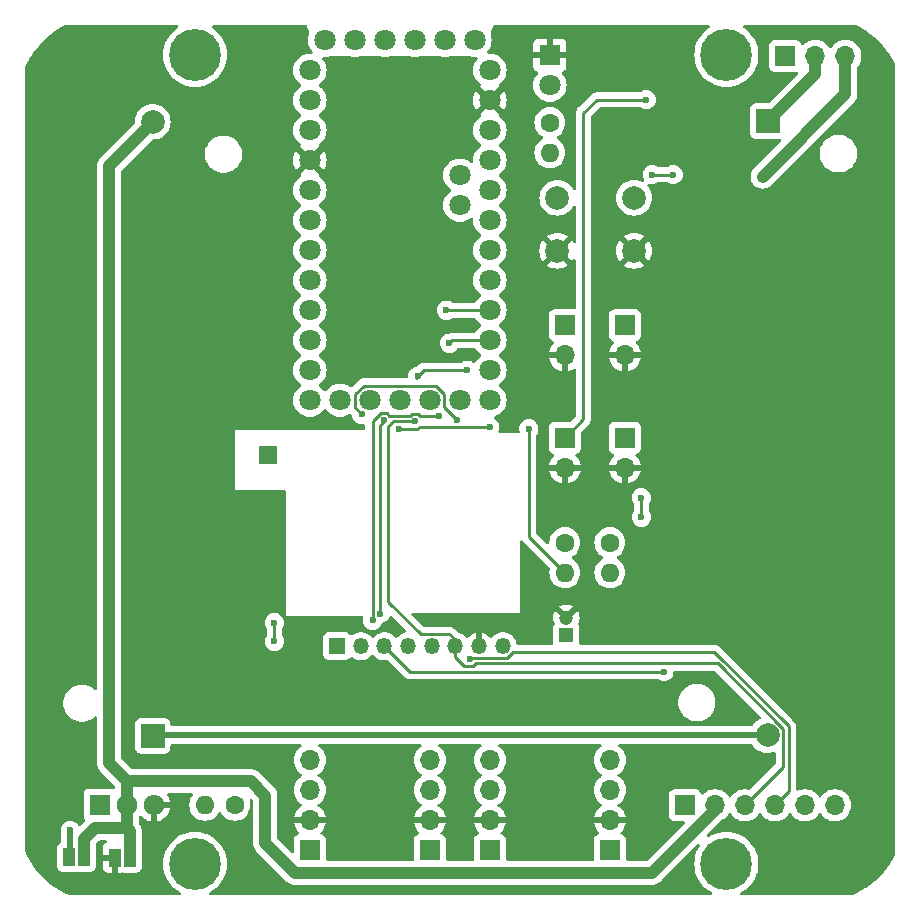
<source format=gbr>
%TF.GenerationSoftware,KiCad,Pcbnew,8.0.9-8.0.9-0~ubuntu22.04.1*%
%TF.CreationDate,2025-03-07T09:54:06+01:00*%
%TF.ProjectId,HB-UNI-SEN-BATT_E07-900M10S_FUEL4EP,48422d55-4e49-42d5-9345-4e2d42415454,1.2*%
%TF.SameCoordinates,Original*%
%TF.FileFunction,Copper,L2,Bot*%
%TF.FilePolarity,Positive*%
%FSLAX46Y46*%
G04 Gerber Fmt 4.6, Leading zero omitted, Abs format (unit mm)*
G04 Created by KiCad (PCBNEW 8.0.9-8.0.9-0~ubuntu22.04.1) date 2025-03-07 09:54:06*
%MOMM*%
%LPD*%
G01*
G04 APERTURE LIST*
G04 Aperture macros list*
%AMRoundRect*
0 Rectangle with rounded corners*
0 $1 Rounding radius*
0 $2 $3 $4 $5 $6 $7 $8 $9 X,Y pos of 4 corners*
0 Add a 4 corners polygon primitive as box body*
4,1,4,$2,$3,$4,$5,$6,$7,$8,$9,$2,$3,0*
0 Add four circle primitives for the rounded corners*
1,1,$1+$1,$2,$3*
1,1,$1+$1,$4,$5*
1,1,$1+$1,$6,$7*
1,1,$1+$1,$8,$9*
0 Add four rect primitives between the rounded corners*
20,1,$1+$1,$2,$3,$4,$5,0*
20,1,$1+$1,$4,$5,$6,$7,0*
20,1,$1+$1,$6,$7,$8,$9,0*
20,1,$1+$1,$8,$9,$2,$3,0*%
G04 Aperture macros list end*
%TA.AperFunction,ComponentPad*%
%ADD10R,1.800000X1.800000*%
%TD*%
%TA.AperFunction,ComponentPad*%
%ADD11C,1.800000*%
%TD*%
%TA.AperFunction,ComponentPad*%
%ADD12R,1.700000X1.700000*%
%TD*%
%TA.AperFunction,ComponentPad*%
%ADD13O,1.700000X1.700000*%
%TD*%
%TA.AperFunction,ComponentPad*%
%ADD14C,2.000000*%
%TD*%
%TA.AperFunction,ComponentPad*%
%ADD15R,2.000000X2.000000*%
%TD*%
%TA.AperFunction,ComponentPad*%
%ADD16R,1.200000X1.200000*%
%TD*%
%TA.AperFunction,ComponentPad*%
%ADD17C,1.200000*%
%TD*%
%TA.AperFunction,ComponentPad*%
%ADD18C,1.600000*%
%TD*%
%TA.AperFunction,ComponentPad*%
%ADD19O,1.600000X1.600000*%
%TD*%
%TA.AperFunction,ComponentPad*%
%ADD20R,1.717500X1.800000*%
%TD*%
%TA.AperFunction,ComponentPad*%
%ADD21O,1.717500X1.800000*%
%TD*%
%TA.AperFunction,SMDPad,CuDef*%
%ADD22R,1.000000X1.500000*%
%TD*%
%TA.AperFunction,ComponentPad*%
%ADD23C,4.400000*%
%TD*%
%TA.AperFunction,ComponentPad*%
%ADD24C,0.700000*%
%TD*%
%TA.AperFunction,ComponentPad*%
%ADD25R,1.350000X1.350000*%
%TD*%
%TA.AperFunction,ComponentPad*%
%ADD26O,1.350000X1.350000*%
%TD*%
%TA.AperFunction,ComponentPad*%
%ADD27RoundRect,0.250000X-0.550000X-0.550000X0.550000X-0.550000X0.550000X0.550000X-0.550000X0.550000X0*%
%TD*%
%TA.AperFunction,ViaPad*%
%ADD28C,0.600000*%
%TD*%
%TA.AperFunction,ViaPad*%
%ADD29C,1.000000*%
%TD*%
%TA.AperFunction,Conductor*%
%ADD30C,0.250000*%
%TD*%
%TA.AperFunction,Conductor*%
%ADD31C,1.000000*%
%TD*%
%TA.AperFunction,Conductor*%
%ADD32C,0.500000*%
%TD*%
G04 APERTURE END LIST*
D10*
%TO.P,D1,1,K*%
%TO.N,GND*%
X45050000Y71720000D03*
D11*
%TO.P,D1,2,A*%
%TO.N,Net-(D1-A)*%
X45050000Y69180000D03*
%TD*%
D12*
%TO.P,J1,1,Pin_1*%
%TO.N,/A0*%
X46320000Y39335000D03*
D13*
%TO.P,J1,2,Pin_2*%
%TO.N,GND*%
X46320000Y36795000D03*
%TD*%
D12*
%TO.P,J2,1,Pin_1*%
%TO.N,/A1*%
X51400000Y39335000D03*
D13*
%TO.P,J2,2,Pin_2*%
%TO.N,GND*%
X51400000Y36795000D03*
%TD*%
D12*
%TO.P,J7,1,Pin_1*%
%TO.N,VCC*%
X34890000Y4410000D03*
D13*
%TO.P,J7,2,Pin_2*%
%TO.N,GND*%
X34890000Y6950000D03*
%TO.P,J7,3,Pin_3*%
%TO.N,/SCL*%
X34890000Y9490000D03*
%TO.P,J7,4,Pin_4*%
%TO.N,/SDA*%
X34890000Y12030000D03*
%TD*%
D14*
%TO.P,BT1,2,-*%
%TO.N,/conBAT*%
X63490000Y14150000D03*
D15*
%TO.P,BT1,1,+*%
%TO.N,/plusBAT*%
X63490000Y66140000D03*
%TD*%
D12*
%TO.P,J3,1,Pin_1*%
%TO.N,/A2*%
X46320000Y48860000D03*
D13*
%TO.P,J3,2,Pin_2*%
%TO.N,GND*%
X46320000Y46320000D03*
%TD*%
D12*
%TO.P,J4,1,Pin_1*%
%TO.N,/A3*%
X51400000Y48860000D03*
D13*
%TO.P,J4,2,Pin_2*%
%TO.N,GND*%
X51400000Y46320000D03*
%TD*%
D12*
%TO.P,J5,1,Pin_1*%
%TO.N,VCC*%
X56480000Y8220000D03*
D13*
%TO.P,J5,2,Pin_2*%
%TO.N,/minusBAT*%
X59020000Y8220000D03*
%TO.P,J5,3,Pin_3*%
%TO.N,/MOSI*%
X61560000Y8220000D03*
%TO.P,J5,4,Pin_4*%
%TO.N,/SCK*%
X64100000Y8220000D03*
%TO.P,J5,5,Pin_5*%
%TO.N,/MISO*%
X66640000Y8220000D03*
%TO.P,J5,6,Pin_6*%
%TO.N,/RSET*%
X69180000Y8220000D03*
%TD*%
D12*
%TO.P,J6,1,Pin_1*%
%TO.N,VCC*%
X24730000Y4410000D03*
D13*
%TO.P,J6,2,Pin_2*%
%TO.N,GND*%
X24730000Y6950000D03*
%TO.P,J6,3,Pin_3*%
%TO.N,/SCL*%
X24730000Y9490000D03*
%TO.P,J6,4,Pin_4*%
%TO.N,/SDA*%
X24730000Y12030000D03*
%TD*%
D16*
%TO.P,C1,1*%
%TO.N,VCC*%
X46447000Y22596400D03*
D17*
%TO.P,C1,2*%
%TO.N,GND*%
X46447000Y24096400D03*
%TD*%
D18*
%TO.P,R4,1*%
%TO.N,VCC*%
X50130000Y30445000D03*
D19*
%TO.P,R4,2*%
%TO.N,/SCL*%
X50130000Y27905000D03*
%TD*%
D18*
%TO.P,R5,1*%
%TO.N,VCC*%
X46320000Y30445000D03*
D19*
%TO.P,R5,2*%
%TO.N,/SDA*%
X46320000Y27905000D03*
%TD*%
D18*
%TO.P,R1,1*%
%TO.N,Net-(D1-A)*%
X45050000Y66005000D03*
D19*
%TO.P,R1,2*%
%TO.N,Net-(Module2-PD4)*%
X45050000Y63465000D03*
%TD*%
D20*
%TO.P,Q1,1,G*%
%TO.N,Net-(Q1-G)*%
X6950000Y8220000D03*
D21*
%TO.P,Q1,2,D*%
%TO.N,/minusBAT*%
X9240000Y8220000D03*
%TO.P,Q1,3,S*%
%TO.N,GND*%
X11530000Y8220000D03*
%TD*%
D12*
%TO.P,J9,1,Pin_1*%
%TO.N,VCC*%
X50130000Y4410000D03*
D13*
%TO.P,J9,2,Pin_2*%
%TO.N,GND*%
X50130000Y6950000D03*
%TO.P,J9,3,Pin_3*%
%TO.N,/SCL*%
X50130000Y9490000D03*
%TO.P,J9,4,Pin_4*%
%TO.N,/SDA*%
X50130000Y12030000D03*
%TD*%
D12*
%TO.P,J10,1,Pin_1*%
%TO.N,VCC*%
X64989000Y71656500D03*
D13*
%TO.P,J10,2,Pin_2*%
%TO.N,/plusBAT*%
X67529000Y71656500D03*
%TO.P,J10,3,Pin_3*%
%TO.N,/minusBAT*%
X70069000Y71656500D03*
%TD*%
D22*
%TO.P,JP1,1,A*%
%TO.N,/minusBAT*%
X9500000Y3775000D03*
%TO.P,JP1,2,B*%
%TO.N,GND*%
X8200000Y3775000D03*
%TD*%
D11*
%TO.P,Module2,1A,V_ACCU*%
%TO.N,/V_ACCU*%
X39970000Y70450000D03*
%TO.P,Module2,1B,PC2/TCK*%
%TO.N,unconnected-(Module2-PC2{slash}TCK-Pad1B)*%
X27270000Y42510000D03*
%TO.P,Module2,1C,PD1/TXD0*%
%TO.N,unconnected-(Module2-PD1{slash}TXD0-Pad1C)*%
X24730000Y70450000D03*
%TO.P,Module2,1D,DTR*%
%TO.N,unconnected-(Module2-DTR-Pad1D)*%
X26000000Y72990000D03*
%TO.P,Module2,1E,PC0/SCL*%
%TO.N,/SCL*%
X37430000Y61560000D03*
%TO.P,Module2,2A,GND*%
%TO.N,GND*%
X39970000Y67910000D03*
%TO.P,Module2,2B,PC4/TD0*%
%TO.N,unconnected-(Module2-PC4{slash}TD0-Pad2B)*%
X29810000Y42510000D03*
%TO.P,Module2,2C,PD0/RXD0*%
%TO.N,unconnected-(Module2-PD0{slash}RXD0-Pad2C)*%
X24730000Y67910000D03*
%TO.P,Module2,2D,PD1/TXD0*%
%TO.N,unconnected-(Module2-PD1{slash}TXD0-Pad2D)*%
X28540000Y72990000D03*
%TO.P,Module2,2E,PC1/SDA*%
%TO.N,/SDA*%
X37430000Y59020000D03*
%TO.P,Module2,3A,RSTB*%
%TO.N,/RSET*%
X39970000Y65370000D03*
%TO.P,Module2,3B,PC5/TDI*%
%TO.N,unconnected-(Module2-PC5{slash}TDI-Pad3B)*%
X32350000Y42510000D03*
%TO.P,Module2,3C,RSTB*%
%TO.N,unconnected-(Module2-RSTB-Pad3C)*%
X24730000Y65370000D03*
%TO.P,Module2,3D,PD0/RXD0*%
%TO.N,unconnected-(Module2-PD0{slash}RXD0-Pad3D)*%
X31080000Y72990000D03*
%TO.P,Module2,4A,VCC*%
%TO.N,VCC*%
X39970000Y62830000D03*
%TO.P,Module2,4B,PB1/T1*%
%TO.N,unconnected-(Module2-PB1{slash}T1-Pad4B)*%
X34890000Y42510000D03*
%TO.P,Module2,4C,GND*%
%TO.N,GND*%
X24730000Y62830000D03*
%TO.P,Module2,4D,VCC*%
%TO.N,unconnected-(Module2-VCC-Pad4D)*%
X33620000Y72990000D03*
%TO.P,Module2,5A,PB2/A3*%
%TO.N,/A3*%
X39970000Y60290000D03*
%TO.P,Module2,5B,PB0/T0*%
%TO.N,unconnected-(Module2-PB0{slash}T0-Pad5B)*%
X37430000Y42510000D03*
%TO.P,Module2,5C,PD2*%
%TO.N,/D2*%
X24730000Y60290000D03*
%TO.P,Module2,5D,GND*%
%TO.N,unconnected-(Module2-GND-Pad5D)*%
X36160000Y72990000D03*
%TO.P,Module2,6A,PB3/A2*%
%TO.N,/A2*%
X39970000Y57750000D03*
%TO.P,Module2,6C,PD3*%
%TO.N,unconnected-(Module2-PD3-Pad6C)*%
X24730000Y57750000D03*
%TO.P,Module2,6D,GND*%
%TO.N,unconnected-(Module2-GND-Pad6D)*%
X38700000Y72990000D03*
%TO.P,Module2,7A,PA1/A1*%
%TO.N,/A1*%
X39970000Y55210000D03*
%TO.P,Module2,7C,PD4*%
%TO.N,Net-(Module2-PD4)*%
X24730000Y55210000D03*
%TO.P,Module2,8A,PA0/A0*%
%TO.N,/A0*%
X39970000Y52670000D03*
%TO.P,Module2,8C,PD5*%
%TO.N,/D5*%
X24730000Y52670000D03*
%TO.P,Module2,9A,PB7/SCK*%
%TO.N,/SCK*%
X39970000Y50130000D03*
%TO.P,Module2,9C,PD6*%
%TO.N,/D6*%
X24730000Y50130000D03*
%TO.P,Module2,10A,PB6/MISO*%
%TO.N,/MISO*%
X39970000Y47590000D03*
%TO.P,Module2,10C,PD7*%
%TO.N,/D7*%
X24730000Y47590000D03*
%TO.P,Module2,11A,PB5/MOSI*%
%TO.N,/MOSI*%
X39970000Y45050000D03*
%TO.P,Module2,11C,PC6/TOSC*%
%TO.N,/CONFIG*%
X24730000Y45050000D03*
%TO.P,Module2,12A,PB4/~{SS}*%
%TO.N,/SS*%
X39970000Y42510000D03*
%TO.P,Module2,12C,PC3/TMS*%
%TO.N,unconnected-(Module2-PC3{slash}TMS-Pad12C)*%
X24730000Y42510000D03*
%TD*%
D14*
%TO.P,SW1,1*%
%TO.N,/CONFIG*%
X45685000Y59655000D03*
X52185000Y59655000D03*
%TO.P,SW1,2*%
%TO.N,GND*%
X45685000Y55155000D03*
X52185000Y55155000D03*
%TD*%
D12*
%TO.P,J8,1,Pin_1*%
%TO.N,VCC*%
X39970000Y4410000D03*
D13*
%TO.P,J8,2,Pin_2*%
%TO.N,GND*%
X39970000Y6950000D03*
%TO.P,J8,3,Pin_3*%
%TO.N,/SCL*%
X39970000Y9490000D03*
%TO.P,J8,4,Pin_4*%
%TO.N,/SDA*%
X39970000Y12030000D03*
%TD*%
D23*
%TO.P,H2,1*%
%TO.N,N/C*%
X60000000Y71750000D03*
D24*
X61800000Y71750000D03*
X61272800Y70477200D03*
X60000000Y69950000D03*
X58727200Y70477200D03*
X58200000Y71750000D03*
X58727200Y73022800D03*
X60000000Y73550000D03*
X61272800Y73022800D03*
%TD*%
D23*
%TO.P,H4,1*%
%TO.N,N/C*%
X60000000Y3250000D03*
D24*
X61800000Y3250000D03*
X61272800Y1977200D03*
X60000000Y1450000D03*
X58727200Y1977200D03*
X58200000Y3250000D03*
X58727200Y4522800D03*
X60000000Y5050000D03*
X61272800Y4522800D03*
%TD*%
D23*
%TO.P,H1,1*%
%TO.N,N/C*%
X15000000Y71750000D03*
D24*
X16800000Y71750000D03*
X16272800Y70477200D03*
X15000000Y69950000D03*
X13727200Y70477200D03*
X13200000Y71750000D03*
X13727200Y73022800D03*
X15000000Y73550000D03*
X16272800Y73022800D03*
%TD*%
D23*
%TO.P,H3,1*%
%TO.N,N/C*%
X15000000Y3250000D03*
D24*
X16800000Y3250000D03*
X16272800Y1977200D03*
X15000000Y1450000D03*
X13727200Y1977200D03*
X13200000Y3250000D03*
X13727200Y4522800D03*
X15000000Y5050000D03*
X16272800Y4522800D03*
%TD*%
D25*
%TO.P,J11,1,Pin_1*%
%TO.N,/D7*%
X27048000Y21682000D03*
D26*
%TO.P,J11,2,Pin_2*%
%TO.N,/D6*%
X29048000Y21682000D03*
%TO.P,J11,3,Pin_3*%
%TO.N,/MISO*%
X31048000Y21682000D03*
%TO.P,J11,4,Pin_4*%
%TO.N,/D5*%
X33048000Y21682000D03*
%TO.P,J11,5,Pin_5*%
%TO.N,/SCK*%
X35048000Y21682000D03*
%TO.P,J11,6,Pin_6*%
%TO.N,/MOSI*%
X37048000Y21682000D03*
%TO.P,J11,7,Pin_7*%
%TO.N,GND*%
X39048000Y21682000D03*
%TO.P,J11,8,Pin_8*%
%TO.N,VCC*%
X41048000Y21682000D03*
%TD*%
D14*
%TO.P,BT2,2,-*%
%TO.N,/minusBAT*%
X11420000Y66090000D03*
D15*
%TO.P,BT2,1,+*%
%TO.N,/conBAT*%
X11420000Y14100000D03*
%TD*%
D22*
%TO.P,JP4,1,A*%
%TO.N,/conBAT*%
X4318000Y3810000D03*
%TO.P,JP4,2,B*%
%TO.N,/minusBAT*%
X5618000Y3810000D03*
%TD*%
D27*
%TO.P,AE1,1,A*%
%TO.N,Net-(AE1-A)*%
X21224800Y37887200D03*
%TD*%
D18*
%TO.P,R2,1*%
%TO.N,VCC*%
X18380000Y8220000D03*
D19*
%TO.P,R2,2*%
%TO.N,Net-(Q1-G)*%
X15840000Y8220000D03*
%TD*%
D28*
%TO.N,GND*%
X13848373Y11932627D03*
X41748000Y40732000D03*
X26101600Y40274800D03*
X12827000Y11938000D03*
X52619200Y15636800D03*
X22596400Y6238800D03*
X25408998Y40285500D03*
X26558800Y23510800D03*
X34686800Y23714000D03*
X25288800Y23663200D03*
X35906000Y23714000D03*
X36972800Y23714000D03*
X44389600Y37430000D03*
X43170400Y25034800D03*
X24628400Y40274800D03*
X38141200Y23282200D03*
X39055600Y17668800D03*
X11811000Y11938000D03*
X23206000Y23434600D03*
%TO.N,/SS*%
X39970000Y40224000D03*
X32305826Y40107500D03*
%TO.N,/D2*%
X29108798Y41298834D03*
X37208000Y40859000D03*
%TO.N,/SCL*%
X52797000Y32604000D03*
X52797000Y34255000D03*
%TO.N,/SDA*%
X43271816Y40081645D03*
%TO.N,/A0*%
X53213000Y67945000D03*
%TO.N,/MOSI*%
X38065000Y45050000D03*
X33874000Y44542000D03*
X33620000Y40732000D03*
%TO.N,/SCK*%
X30978400Y40808200D03*
X30673600Y24425200D03*
X38248500Y20585262D03*
X36287000Y50130000D03*
%TO.N,/MISO*%
X35677400Y41189200D03*
X54702000Y19523000D03*
X30038600Y23866400D03*
X36541000Y47336000D03*
%TO.N,/RSET*%
X55499000Y61595000D03*
X53721000Y61595000D03*
D29*
%TO.N,/minusBAT*%
X63057202Y61435360D03*
D28*
%TO.N,/D7*%
X21732800Y23663200D03*
X21732800Y22088400D03*
%TO.N,/conBAT*%
X4445000Y6096000D03*
%TD*%
D30*
%TO.N,/SS*%
X33995177Y40224000D02*
X33878677Y40107500D01*
X33878677Y40107500D02*
X32305826Y40107500D01*
X39970000Y40224000D02*
X33995177Y40224000D01*
%TO.N,/D2*%
X35397412Y43735000D02*
X36115000Y43017412D01*
X29302588Y43735000D02*
X35397412Y43735000D01*
X36115000Y41952000D02*
X37208000Y40859000D01*
X28585000Y43017412D02*
X29302588Y43735000D01*
X29108798Y41298834D02*
X28585000Y41822632D01*
X36115000Y43017412D02*
X36115000Y41952000D01*
X28585000Y41822632D02*
X28585000Y43017412D01*
%TO.N,/SCL*%
X52797000Y34255000D02*
X52797000Y32604000D01*
%TO.N,/SDA*%
X43271816Y30953184D02*
X43271816Y40081645D01*
X46320000Y27905000D02*
X43271816Y30953184D01*
%TO.N,/A0*%
X49022000Y67945000D02*
X53213000Y67945000D01*
X47879000Y40894000D02*
X47879000Y66802000D01*
X47879000Y66802000D02*
X49022000Y67945000D01*
X46320000Y39335000D02*
X47879000Y40894000D01*
%TO.N,/MOSI*%
X64815000Y14698833D02*
X59297334Y20216499D01*
X31384800Y40300200D02*
X31816600Y40732000D01*
X37814644Y19960762D02*
X37048000Y20727406D01*
X36901700Y22329700D02*
X36549400Y22682000D01*
X31384800Y25395104D02*
X31384800Y40300200D01*
X59297334Y20216499D02*
X38767809Y20216499D01*
X38065000Y45050000D02*
X34382000Y45050000D01*
X34097904Y22682000D02*
X31384800Y25395104D01*
X61560000Y8220000D02*
X64815000Y11475000D01*
X37048000Y20727406D02*
X37048000Y21682000D01*
X38512072Y19960762D02*
X37814644Y19960762D01*
X33747000Y44415000D02*
X33874000Y44542000D01*
X34382000Y45050000D02*
X33747000Y44415000D01*
X36549400Y22682000D02*
X34097904Y22682000D01*
X64815000Y11475000D02*
X64815000Y14698833D01*
X38767809Y20216499D02*
X38512072Y19960762D01*
X31816600Y40732000D02*
X33620000Y40732000D01*
%TO.N,/SCK*%
X30673600Y24425200D02*
X30673600Y40376400D01*
X38329238Y20666000D02*
X38248500Y20585262D01*
X65265000Y9385000D02*
X65265000Y14885229D01*
X58976229Y21174000D02*
X41954214Y21174000D01*
X65265000Y14885229D02*
X58976229Y21174000D01*
X30673600Y40376400D02*
X30978400Y40681200D01*
X41954214Y21174000D02*
X41446214Y20666000D01*
X41446214Y20666000D02*
X38329238Y20666000D01*
X64100000Y8220000D02*
X65265000Y9385000D01*
X36287000Y50130000D02*
X39970000Y50130000D01*
X30978400Y40681200D02*
X30978400Y40808200D01*
%TO.N,/MISO*%
X35677400Y41189200D02*
X34045977Y41189200D01*
X33361323Y41356500D02*
X33208923Y41204100D01*
X33218739Y19511261D02*
X31048000Y21682000D01*
X36541000Y47336000D02*
X36795000Y47590000D01*
X36795000Y47590000D02*
X39970000Y47590000D01*
X30038600Y40751577D02*
X30038600Y23866400D01*
X33208923Y41204100D02*
X31465677Y41204100D01*
X38698261Y19511261D02*
X33218739Y19511261D01*
X38710000Y19523000D02*
X38698261Y19511261D01*
X34045977Y41189200D02*
X33878677Y41356500D01*
X31465677Y41204100D02*
X31237077Y41432700D01*
X30719723Y41432700D02*
X30038600Y40751577D01*
X31237077Y41432700D02*
X30719723Y41432700D01*
X54702000Y19523000D02*
X38710000Y19523000D01*
X33878677Y41356500D02*
X33361323Y41356500D01*
%TO.N,/RSET*%
X53721000Y61595000D02*
X55499000Y61595000D01*
D31*
%TO.N,/minusBAT*%
X23460000Y2505000D02*
X53305000Y2505000D01*
X9500000Y3775000D02*
X9500000Y6000000D01*
X19750000Y10250000D02*
X9250000Y10250000D01*
X9500000Y6000000D02*
X9250000Y6250000D01*
X7750000Y62347300D02*
X11483900Y66081200D01*
X20965000Y9035000D02*
X19750000Y10250000D01*
X9250000Y10250000D02*
X9240000Y10260000D01*
X7750000Y11750000D02*
X7750000Y62347300D01*
X20965000Y5000000D02*
X20965000Y9035000D01*
X53305000Y2505000D02*
X53725002Y2505000D01*
X20965000Y5000000D02*
X23460000Y2505000D01*
X9250000Y8166650D02*
X9250000Y6250000D01*
X70069000Y71656500D02*
X70069000Y68447158D01*
X5618000Y3810000D02*
X5618000Y5364000D01*
X70069000Y68447158D02*
X63057202Y61435360D01*
X9240000Y8220000D02*
X9240000Y10260000D01*
X6504000Y6250000D02*
X9250000Y6250000D01*
X5618000Y5364000D02*
X6504000Y6250000D01*
X53725002Y2505000D02*
X59121600Y7901598D01*
X9240000Y10260000D02*
X7750000Y11750000D01*
%TO.N,/plusBAT*%
X67529000Y70132500D02*
X63592000Y66195500D01*
X67529000Y71656500D02*
X67529000Y70132500D01*
D30*
%TO.N,/D7*%
X21732800Y23663200D02*
X21732800Y22088400D01*
D32*
%TO.N,/conBAT*%
X4445000Y6096000D02*
X4445000Y3937000D01*
X63490000Y14150000D02*
X11406800Y14150000D01*
%TD*%
%TA.AperFunction,Conductor*%
%TO.N,GND*%
G36*
X13532725Y74239998D02*
G01*
X13579218Y74186342D01*
X13589322Y74116068D01*
X13559828Y74051488D01*
X13529789Y74026172D01*
X13458587Y73983128D01*
X13458584Y73983126D01*
X13200649Y73781047D01*
X13200647Y73781045D01*
X13200641Y73781040D01*
X12968959Y73549358D01*
X12968954Y73549352D01*
X12968953Y73549351D01*
X12890260Y73448907D01*
X12766871Y73291412D01*
X12597356Y73011003D01*
X12462880Y72712207D01*
X12365396Y72399370D01*
X12306333Y72077070D01*
X12306332Y72077067D01*
X12286549Y71750001D01*
X12286549Y71749998D01*
X12306332Y71422932D01*
X12306333Y71422929D01*
X12365396Y71100629D01*
X12462880Y70787792D01*
X12597356Y70488996D01*
X12766871Y70208587D01*
X12968954Y69950647D01*
X12968959Y69950641D01*
X13200641Y69718959D01*
X13200647Y69718954D01*
X13458587Y69516871D01*
X13738996Y69347356D01*
X14037792Y69212880D01*
X14350629Y69115396D01*
X14672929Y69056333D01*
X14672932Y69056332D01*
X14999999Y69036549D01*
X15000000Y69036549D01*
X15000001Y69036549D01*
X15327067Y69056332D01*
X15327070Y69056333D01*
X15649370Y69115396D01*
X15962207Y69212880D01*
X16261003Y69347356D01*
X16541412Y69516871D01*
X16624437Y69581917D01*
X16799351Y69718953D01*
X16799352Y69718954D01*
X16799358Y69718959D01*
X17031040Y69950641D01*
X17031045Y69950647D01*
X17062730Y69991089D01*
X17233126Y70208584D01*
X17239917Y70219818D01*
X17402643Y70488996D01*
X17537119Y70787792D01*
X17546916Y70819229D01*
X17634603Y71100629D01*
X17693667Y71422930D01*
X17713105Y71744286D01*
X17713451Y71749998D01*
X17713451Y71750001D01*
X17704759Y71893694D01*
X17693667Y72077070D01*
X17634603Y72399371D01*
X17537121Y72712203D01*
X17466210Y72869761D01*
X17402643Y73011003D01*
X17274707Y73222633D01*
X17233126Y73291416D01*
X17031047Y73549351D01*
X16799351Y73781047D01*
X16541416Y73983126D01*
X16517244Y73997738D01*
X16470211Y74026172D01*
X16422263Y74078531D01*
X16410233Y74148501D01*
X16437942Y74213867D01*
X16496592Y74253876D01*
X16535396Y74260000D01*
X24379250Y74260000D01*
X24447371Y74239998D01*
X24486683Y74199834D01*
X24514058Y74155161D01*
X24523034Y74137545D01*
X24600984Y73949357D01*
X24607094Y73930553D01*
X24654646Y73732483D01*
X24657739Y73712955D01*
X24673716Y73509955D01*
X24664270Y73454070D01*
X24664944Y73453839D01*
X24663541Y73449751D01*
X24663491Y73449456D01*
X24663253Y73448915D01*
X24663249Y73448903D01*
X24605950Y73222633D01*
X24605950Y73222631D01*
X24605949Y73222626D01*
X24586673Y72990000D01*
X24602608Y72797688D01*
X24605950Y72757366D01*
X24663249Y72531096D01*
X24663252Y72531089D01*
X24757015Y72317331D01*
X24884683Y72121920D01*
X24932629Y72069837D01*
X24964049Y72006172D01*
X24956062Y71935626D01*
X24911203Y71880597D01*
X24843714Y71858557D01*
X24839927Y71858500D01*
X24613288Y71858500D01*
X24383049Y71820080D01*
X24162273Y71744287D01*
X23956983Y71633190D01*
X23864874Y71561498D01*
X23772778Y71489817D01*
X23772774Y71489813D01*
X23614685Y71318083D01*
X23487015Y71122668D01*
X23393252Y70908910D01*
X23393249Y70908903D01*
X23335950Y70682633D01*
X23335949Y70682628D01*
X23335949Y70682626D01*
X23316673Y70450000D01*
X23335746Y70219818D01*
X23335950Y70217366D01*
X23393249Y69991096D01*
X23393252Y69991089D01*
X23487015Y69777331D01*
X23614685Y69581916D01*
X23772774Y69410186D01*
X23772785Y69410176D01*
X23940766Y69279431D01*
X23982237Y69221806D01*
X23985970Y69150908D01*
X23950780Y69089246D01*
X23940766Y69080569D01*
X23772785Y68949823D01*
X23772774Y68949813D01*
X23614685Y68778083D01*
X23487015Y68582668D01*
X23393252Y68368910D01*
X23393249Y68368903D01*
X23335950Y68142633D01*
X23335949Y68142628D01*
X23335949Y68142626D01*
X23316673Y67910000D01*
X23328149Y67771500D01*
X23335950Y67677366D01*
X23393249Y67451096D01*
X23393252Y67451089D01*
X23487015Y67237331D01*
X23614685Y67041916D01*
X23772774Y66870186D01*
X23772785Y66870176D01*
X23940766Y66739431D01*
X23982237Y66681806D01*
X23985970Y66610908D01*
X23950780Y66549246D01*
X23940766Y66540569D01*
X23772785Y66409823D01*
X23772774Y66409813D01*
X23614685Y66238083D01*
X23487015Y66042668D01*
X23393252Y65828910D01*
X23393249Y65828903D01*
X23335950Y65602633D01*
X23335949Y65602628D01*
X23335949Y65602626D01*
X23316673Y65370000D01*
X23334016Y65160697D01*
X23335950Y65137366D01*
X23393249Y64911096D01*
X23393252Y64911089D01*
X23487015Y64697331D01*
X23614685Y64501916D01*
X23772774Y64330186D01*
X23772785Y64330176D01*
X23941173Y64199114D01*
X23982644Y64141489D01*
X23986377Y64070591D01*
X23951187Y64008929D01*
X23941173Y64000251D01*
X23928680Y63990528D01*
X24605051Y63314157D01*
X24537007Y63295925D01*
X24422993Y63230099D01*
X24329901Y63137007D01*
X24264075Y63022993D01*
X24245841Y62954946D01*
X23570796Y63629991D01*
X23570795Y63629991D01*
X23487461Y63502439D01*
X23487454Y63502425D01*
X23393726Y63288747D01*
X23393724Y63288743D01*
X23336444Y63062549D01*
X23317174Y62830000D01*
X23336444Y62597450D01*
X23393724Y62371256D01*
X23393726Y62371252D01*
X23487454Y62157574D01*
X23487461Y62157560D01*
X23570795Y62030007D01*
X23570796Y62030006D01*
X24245842Y62705052D01*
X24264075Y62637007D01*
X24329901Y62522993D01*
X24422993Y62429901D01*
X24537007Y62364075D01*
X24605052Y62345842D01*
X23928680Y61669470D01*
X23928681Y61669469D01*
X23941173Y61659747D01*
X23982644Y61602122D01*
X23986378Y61531224D01*
X23951188Y61469561D01*
X23941189Y61460897D01*
X23772780Y61329818D01*
X23772779Y61329817D01*
X23772778Y61329816D01*
X23772774Y61329813D01*
X23614685Y61158083D01*
X23487015Y60962668D01*
X23393252Y60748910D01*
X23393249Y60748903D01*
X23335950Y60522633D01*
X23335949Y60522628D01*
X23335949Y60522626D01*
X23316673Y60290000D01*
X23335746Y60059818D01*
X23335950Y60057366D01*
X23393249Y59831096D01*
X23393252Y59831089D01*
X23487015Y59617331D01*
X23614685Y59421916D01*
X23772774Y59250186D01*
X23772785Y59250176D01*
X23940766Y59119431D01*
X23982237Y59061806D01*
X23985970Y58990908D01*
X23950780Y58929246D01*
X23940766Y58920569D01*
X23772785Y58789823D01*
X23772774Y58789813D01*
X23614685Y58618083D01*
X23487015Y58422668D01*
X23393252Y58208910D01*
X23393249Y58208903D01*
X23335950Y57982633D01*
X23335949Y57982628D01*
X23335949Y57982626D01*
X23316673Y57750000D01*
X23328149Y57611500D01*
X23335950Y57517366D01*
X23393249Y57291096D01*
X23393252Y57291089D01*
X23487015Y57077331D01*
X23614685Y56881916D01*
X23772774Y56710186D01*
X23772785Y56710176D01*
X23940766Y56579431D01*
X23982237Y56521806D01*
X23985970Y56450908D01*
X23950780Y56389246D01*
X23940766Y56380569D01*
X23772785Y56249823D01*
X23772774Y56249813D01*
X23614685Y56078083D01*
X23487015Y55882668D01*
X23393252Y55668910D01*
X23393249Y55668903D01*
X23335950Y55442633D01*
X23335949Y55442628D01*
X23335949Y55442626D01*
X23316673Y55210000D01*
X23327230Y55082591D01*
X23335950Y54977366D01*
X23393249Y54751096D01*
X23393252Y54751089D01*
X23487015Y54537331D01*
X23614685Y54341916D01*
X23772774Y54170186D01*
X23772785Y54170176D01*
X23940766Y54039431D01*
X23982237Y53981806D01*
X23985970Y53910908D01*
X23950780Y53849246D01*
X23940766Y53840569D01*
X23772785Y53709823D01*
X23772774Y53709813D01*
X23614685Y53538083D01*
X23487015Y53342668D01*
X23393252Y53128910D01*
X23393249Y53128903D01*
X23335950Y52902633D01*
X23316673Y52670000D01*
X23335950Y52437366D01*
X23393249Y52211096D01*
X23393252Y52211089D01*
X23487015Y51997331D01*
X23614685Y51801916D01*
X23772774Y51630186D01*
X23772785Y51630176D01*
X23940766Y51499431D01*
X23982237Y51441806D01*
X23985970Y51370908D01*
X23950780Y51309246D01*
X23940766Y51300569D01*
X23772785Y51169823D01*
X23772774Y51169813D01*
X23614685Y50998083D01*
X23487015Y50802668D01*
X23393252Y50588910D01*
X23393249Y50588903D01*
X23335950Y50362633D01*
X23335949Y50362628D01*
X23335949Y50362626D01*
X23316673Y50130000D01*
X23331675Y49948949D01*
X23335950Y49897366D01*
X23393249Y49671096D01*
X23393252Y49671089D01*
X23487015Y49457331D01*
X23614685Y49261916D01*
X23772774Y49090186D01*
X23772785Y49090176D01*
X23940766Y48959431D01*
X23982237Y48901806D01*
X23985970Y48830908D01*
X23950780Y48769246D01*
X23940766Y48760569D01*
X23772785Y48629823D01*
X23772774Y48629813D01*
X23614685Y48458083D01*
X23487015Y48262668D01*
X23393252Y48048910D01*
X23393249Y48048903D01*
X23335950Y47822633D01*
X23335949Y47822628D01*
X23335949Y47822626D01*
X23316673Y47590000D01*
X23328535Y47446843D01*
X23335950Y47357366D01*
X23393249Y47131096D01*
X23393252Y47131089D01*
X23487015Y46917331D01*
X23614685Y46721916D01*
X23772774Y46550186D01*
X23772785Y46550176D01*
X23940766Y46419431D01*
X23982237Y46361806D01*
X23985970Y46290908D01*
X23950780Y46229246D01*
X23940766Y46220569D01*
X23772785Y46089823D01*
X23772774Y46089813D01*
X23614685Y45918083D01*
X23487015Y45722668D01*
X23393252Y45508910D01*
X23393249Y45508903D01*
X23335950Y45282633D01*
X23335949Y45282628D01*
X23335949Y45282626D01*
X23316673Y45050000D01*
X23329515Y44895015D01*
X23335950Y44817366D01*
X23393249Y44591096D01*
X23393252Y44591089D01*
X23487015Y44377331D01*
X23614685Y44181916D01*
X23772774Y44010186D01*
X23772785Y44010176D01*
X23940766Y43879431D01*
X23982237Y43821806D01*
X23985970Y43750908D01*
X23950780Y43689246D01*
X23940766Y43680569D01*
X23772785Y43549823D01*
X23772774Y43549813D01*
X23614685Y43378083D01*
X23487015Y43182668D01*
X23393252Y42968910D01*
X23393249Y42968903D01*
X23335950Y42742633D01*
X23316673Y42510000D01*
X23335950Y42277366D01*
X23393249Y42051096D01*
X23393252Y42051089D01*
X23487015Y41837331D01*
X23614685Y41641916D01*
X23772774Y41470186D01*
X23772778Y41470182D01*
X23956983Y41326810D01*
X23956985Y41326809D01*
X24162273Y41215713D01*
X24162276Y41215711D01*
X24383044Y41139921D01*
X24383051Y41139919D01*
X24495136Y41121216D01*
X24613288Y41101500D01*
X24613292Y41101500D01*
X24846708Y41101500D01*
X24846712Y41101500D01*
X24985245Y41124617D01*
X25076948Y41139919D01*
X25076955Y41139921D01*
X25297723Y41215711D01*
X25297724Y41215712D01*
X25297727Y41215713D01*
X25503017Y41326810D01*
X25595118Y41398496D01*
X25687221Y41470182D01*
X25687225Y41470186D01*
X25845314Y41641916D01*
X25894517Y41717227D01*
X25948521Y41763316D01*
X26018869Y41772891D01*
X26083226Y41742914D01*
X26105483Y41717227D01*
X26154685Y41641916D01*
X26312774Y41470186D01*
X26312778Y41470182D01*
X26496983Y41326810D01*
X26496985Y41326809D01*
X26702273Y41215713D01*
X26702276Y41215711D01*
X26923044Y41139921D01*
X26923051Y41139919D01*
X27035136Y41121216D01*
X27153288Y41101500D01*
X27153292Y41101500D01*
X27386708Y41101500D01*
X27386712Y41101500D01*
X27525245Y41124617D01*
X27616948Y41139919D01*
X27616955Y41139921D01*
X27837723Y41215711D01*
X27837724Y41215712D01*
X27837727Y41215713D01*
X28043017Y41326810D01*
X28043024Y41326814D01*
X28043194Y41326925D01*
X28043273Y41326948D01*
X28047601Y41329291D01*
X28048083Y41328400D01*
X28111165Y41347433D01*
X28179432Y41327937D01*
X28201195Y41310531D01*
X28274453Y41237273D01*
X28308479Y41174961D01*
X28310565Y41162290D01*
X28315580Y41117794D01*
X28315582Y41117781D01*
X28375755Y40945818D01*
X28375756Y40945815D01*
X28472685Y40791554D01*
X28472686Y40791552D01*
X28601516Y40662722D01*
X28601518Y40662721D01*
X28755779Y40565792D01*
X28755782Y40565791D01*
X28927747Y40505618D01*
X28927748Y40505617D01*
X28927751Y40505617D01*
X29108798Y40485218D01*
X29264993Y40502816D01*
X29334925Y40490568D01*
X29387133Y40442455D01*
X29405100Y40377609D01*
X29405100Y40096000D01*
X29385098Y40027879D01*
X29331442Y39981386D01*
X29279100Y39970000D01*
X23460000Y39970000D01*
X18380000Y39970000D01*
X18380000Y34890000D01*
X22572000Y34890000D01*
X22640121Y34869998D01*
X22686614Y34816342D01*
X22698000Y34764000D01*
X22698000Y24222000D01*
X29128882Y24222000D01*
X29197003Y24201998D01*
X29243496Y24148342D01*
X29253600Y24078068D01*
X29247813Y24054392D01*
X29245383Y24047447D01*
X29224984Y23866400D01*
X29245383Y23685353D01*
X29245383Y23685350D01*
X29245384Y23685349D01*
X29305557Y23513384D01*
X29305558Y23513381D01*
X29402487Y23359120D01*
X29402488Y23359118D01*
X29531318Y23230288D01*
X29531320Y23230287D01*
X29685581Y23133358D01*
X29685584Y23133357D01*
X29857549Y23073184D01*
X29857550Y23073183D01*
X29857553Y23073183D01*
X30038600Y23052784D01*
X30219647Y23073183D01*
X30391615Y23133357D01*
X30391618Y23133358D01*
X30545879Y23230287D01*
X30545881Y23230288D01*
X30674711Y23359118D01*
X30674712Y23359120D01*
X30771640Y23513380D01*
X30771640Y23513381D01*
X30771643Y23513385D01*
X30787310Y23558161D01*
X30828687Y23615851D01*
X30864624Y23635474D01*
X31026615Y23692157D01*
X31026618Y23692158D01*
X31180879Y23789087D01*
X31180881Y23789088D01*
X31309711Y23917918D01*
X31309712Y23917920D01*
X31406641Y24072181D01*
X31406642Y24072184D01*
X31406643Y24072185D01*
X31445438Y24183056D01*
X31486816Y24240748D01*
X31552816Y24266910D01*
X31622484Y24253238D01*
X31653462Y24230536D01*
X32836848Y23047151D01*
X32870873Y22984839D01*
X32865809Y22914024D01*
X32823262Y22857188D01*
X32770907Y22834202D01*
X32722732Y22825197D01*
X32518209Y22745964D01*
X32355176Y22645018D01*
X32331724Y22630497D01*
X32331721Y22630495D01*
X32169638Y22482737D01*
X32148551Y22454813D01*
X32091537Y22412505D01*
X32020701Y22407737D01*
X31958532Y22442023D01*
X31947449Y22454813D01*
X31926618Y22482397D01*
X31926364Y22482734D01*
X31802467Y22595681D01*
X31764278Y22630495D01*
X31764275Y22630497D01*
X31764273Y22630499D01*
X31577791Y22745964D01*
X31475529Y22785580D01*
X31373274Y22825195D01*
X31373272Y22825195D01*
X31373268Y22825197D01*
X31157667Y22865500D01*
X30938333Y22865500D01*
X30722732Y22825197D01*
X30722728Y22825195D01*
X30722725Y22825195D01*
X30518214Y22745966D01*
X30518209Y22745964D01*
X30355176Y22645018D01*
X30331724Y22630497D01*
X30331721Y22630495D01*
X30169638Y22482737D01*
X30148551Y22454813D01*
X30091537Y22412505D01*
X30020701Y22407737D01*
X29958532Y22442023D01*
X29947449Y22454813D01*
X29926618Y22482397D01*
X29926364Y22482734D01*
X29802467Y22595681D01*
X29764278Y22630495D01*
X29764275Y22630497D01*
X29764273Y22630499D01*
X29577791Y22745964D01*
X29475529Y22785580D01*
X29373274Y22825195D01*
X29373272Y22825195D01*
X29373268Y22825197D01*
X29157667Y22865500D01*
X28938333Y22865500D01*
X28722732Y22825197D01*
X28722728Y22825195D01*
X28722725Y22825195D01*
X28518214Y22745966D01*
X28518209Y22745964D01*
X28331727Y22630499D01*
X28331726Y22630498D01*
X28328345Y22627416D01*
X28264530Y22596302D01*
X28194023Y22604628D01*
X28142589Y22645015D01*
X28086261Y22720261D01*
X27969204Y22807889D01*
X27832201Y22858989D01*
X27832199Y22858989D01*
X27832196Y22858990D01*
X27771649Y22865499D01*
X27771645Y22865499D01*
X27771638Y22865500D01*
X26324362Y22865500D01*
X26324355Y22865499D01*
X26324350Y22865499D01*
X26263803Y22858990D01*
X26263795Y22858988D01*
X26217062Y22841557D01*
X26126796Y22807889D01*
X26126794Y22807888D01*
X26126792Y22807887D01*
X26009738Y22720261D01*
X25922112Y22603207D01*
X25922110Y22603202D01*
X25871011Y22466204D01*
X25871009Y22466196D01*
X25864500Y22405649D01*
X25864500Y20958350D01*
X25871009Y20897803D01*
X25871011Y20897795D01*
X25922110Y20760797D01*
X25922112Y20760792D01*
X26009738Y20643738D01*
X26126792Y20556112D01*
X26126797Y20556110D01*
X26263795Y20505011D01*
X26263803Y20505009D01*
X26324350Y20498500D01*
X26324362Y20498500D01*
X27771649Y20498500D01*
X27832196Y20505009D01*
X27832204Y20505011D01*
X27969202Y20556110D01*
X27969207Y20556112D01*
X28086261Y20643738D01*
X28142587Y20718981D01*
X28199423Y20761528D01*
X28270238Y20766592D01*
X28328333Y20736594D01*
X28331721Y20733505D01*
X28331731Y20733498D01*
X28518205Y20618038D01*
X28518214Y20618033D01*
X28722725Y20538804D01*
X28788429Y20526522D01*
X28938333Y20498500D01*
X28938336Y20498500D01*
X29157664Y20498500D01*
X29157667Y20498500D01*
X29373263Y20538802D01*
X29373274Y20538804D01*
X29577785Y20618033D01*
X29577789Y20618035D01*
X29577791Y20618036D01*
X29681500Y20682250D01*
X29764274Y20733501D01*
X29926365Y20881267D01*
X29947451Y20909189D01*
X30004465Y20951496D01*
X30075301Y20956263D01*
X30137470Y20921976D01*
X30148549Y20909189D01*
X30169634Y20881267D01*
X30331725Y20733501D01*
X30518205Y20618038D01*
X30518214Y20618033D01*
X30722725Y20538804D01*
X30788429Y20526522D01*
X30938333Y20498500D01*
X30938336Y20498500D01*
X31157666Y20498500D01*
X31157667Y20498500D01*
X31177325Y20502174D01*
X31242290Y20514318D01*
X31312926Y20507173D01*
X31354536Y20479558D01*
X32814903Y19019191D01*
X32814910Y19019186D01*
X32918664Y18949860D01*
X33000186Y18916092D01*
X33000186Y18916091D01*
X33033948Y18902107D01*
X33033956Y18902105D01*
X33156339Y18877761D01*
X33156345Y18877761D01*
X38760657Y18877761D01*
X38794135Y18884420D01*
X38807500Y18887079D01*
X38832081Y18889500D01*
X54154263Y18889500D01*
X54221299Y18870187D01*
X54348982Y18789958D01*
X54348984Y18789957D01*
X54520949Y18729784D01*
X54520950Y18729783D01*
X54520953Y18729783D01*
X54702000Y18709384D01*
X54883047Y18729783D01*
X55055015Y18789957D01*
X55055018Y18789958D01*
X55209279Y18886887D01*
X55209281Y18886888D01*
X55338111Y19015718D01*
X55338112Y19015720D01*
X55435041Y19169981D01*
X55435042Y19169984D01*
X55435043Y19169985D01*
X55495217Y19341953D01*
X55509769Y19471107D01*
X55537273Y19536560D01*
X55595797Y19576753D01*
X55634977Y19582999D01*
X58982740Y19582999D01*
X59050861Y19562997D01*
X59071835Y19546094D01*
X62893602Y15724325D01*
X62927628Y15662013D01*
X62922563Y15591197D01*
X62880016Y15534362D01*
X62852726Y15518822D01*
X62803037Y15498240D01*
X62600584Y15374176D01*
X62600582Y15374174D01*
X62600580Y15374173D01*
X62420030Y15219969D01*
X62265826Y15039419D01*
X62265825Y15039417D01*
X62265824Y15039416D01*
X62222466Y14968663D01*
X62169820Y14921034D01*
X62115035Y14908500D01*
X13054500Y14908500D01*
X12986379Y14928502D01*
X12939886Y14982158D01*
X12928500Y15034500D01*
X12928500Y15148632D01*
X12928499Y15148649D01*
X12921990Y15209196D01*
X12921988Y15209204D01*
X12914960Y15228045D01*
X12870889Y15346204D01*
X12849949Y15374176D01*
X12783261Y15463261D01*
X12666207Y15550887D01*
X12666206Y15550887D01*
X12666204Y15550889D01*
X12529201Y15601989D01*
X12529199Y15601989D01*
X12529196Y15601990D01*
X12468649Y15608499D01*
X12468645Y15608499D01*
X12468638Y15608500D01*
X10371362Y15608500D01*
X10371355Y15608499D01*
X10371350Y15608499D01*
X10310803Y15601990D01*
X10310795Y15601988D01*
X10232875Y15572924D01*
X10173796Y15550889D01*
X10173794Y15550888D01*
X10173792Y15550887D01*
X10056738Y15463261D01*
X9969112Y15346207D01*
X9969110Y15346202D01*
X9918011Y15209204D01*
X9918009Y15209196D01*
X9911500Y15148649D01*
X9911500Y13051350D01*
X9918009Y12990803D01*
X9918011Y12990795D01*
X9969110Y12853797D01*
X9969112Y12853792D01*
X10056738Y12736738D01*
X10173792Y12649112D01*
X10173797Y12649110D01*
X10310795Y12598011D01*
X10310803Y12598009D01*
X10371350Y12591500D01*
X10371362Y12591500D01*
X12468649Y12591500D01*
X12529196Y12598009D01*
X12529204Y12598011D01*
X12666202Y12649110D01*
X12666207Y12649112D01*
X12783261Y12736738D01*
X12870887Y12853792D01*
X12870889Y12853797D01*
X12875913Y12867265D01*
X12921989Y12990799D01*
X12921990Y12990803D01*
X12928499Y13051350D01*
X12928500Y13051367D01*
X12928500Y13265500D01*
X12948502Y13333621D01*
X13002158Y13380114D01*
X13054500Y13391500D01*
X23900454Y13391500D01*
X23968575Y13371498D01*
X24015068Y13317842D01*
X24025172Y13247568D01*
X23995678Y13182988D01*
X23977845Y13166069D01*
X23806765Y13032911D01*
X23654279Y12867270D01*
X23654275Y12867265D01*
X23531141Y12678793D01*
X23440703Y12472613D01*
X23440702Y12472612D01*
X23385437Y12254375D01*
X23385436Y12254370D01*
X23385436Y12254368D01*
X23378257Y12167734D01*
X23366844Y12030000D01*
X23385437Y11805624D01*
X23440702Y11587387D01*
X23440703Y11587386D01*
X23531141Y11381206D01*
X23654275Y11192734D01*
X23654279Y11192729D01*
X23806762Y11027091D01*
X23984424Y10888811D01*
X23984431Y10888807D01*
X24017680Y10870814D01*
X24068071Y10820800D01*
X24083423Y10751484D01*
X24058862Y10684871D01*
X24017680Y10649186D01*
X23984424Y10631189D01*
X23861331Y10535381D01*
X23806762Y10492908D01*
X23654279Y10327270D01*
X23654275Y10327265D01*
X23531141Y10138793D01*
X23440703Y9932613D01*
X23440702Y9932612D01*
X23385437Y9714375D01*
X23385436Y9714370D01*
X23385436Y9714368D01*
X23366844Y9490000D01*
X23381245Y9316204D01*
X23385437Y9265624D01*
X23440702Y9047387D01*
X23440703Y9047386D01*
X23531141Y8841206D01*
X23654275Y8652734D01*
X23654279Y8652729D01*
X23806762Y8487091D01*
X23984424Y8348811D01*
X23984430Y8348807D01*
X24018207Y8330528D01*
X24068597Y8280515D01*
X24083949Y8211198D01*
X24059388Y8144585D01*
X24018207Y8108902D01*
X23984704Y8090771D01*
X23984698Y8090767D01*
X23807097Y7952534D01*
X23654674Y7786958D01*
X23531580Y7598548D01*
X23441179Y7392456D01*
X23441176Y7392449D01*
X23393455Y7204000D01*
X24299297Y7204000D01*
X24264075Y7142993D01*
X24230000Y7015826D01*
X24230000Y6884174D01*
X24264075Y6757007D01*
X24299297Y6696000D01*
X23393456Y6696000D01*
X23393455Y6695999D01*
X23441176Y6507550D01*
X23441179Y6507543D01*
X23531580Y6301451D01*
X23654674Y6113041D01*
X23797981Y5957367D01*
X23829401Y5893701D01*
X23821414Y5823156D01*
X23776554Y5768127D01*
X23749312Y5753975D01*
X23633796Y5710889D01*
X23633792Y5710887D01*
X23516738Y5623261D01*
X23429112Y5506207D01*
X23429110Y5506202D01*
X23378011Y5369204D01*
X23378009Y5369196D01*
X23371500Y5308649D01*
X23371500Y4323924D01*
X23351498Y4255803D01*
X23297842Y4209310D01*
X23227568Y4199206D01*
X23162988Y4228700D01*
X23156405Y4234829D01*
X22010405Y5380829D01*
X21976379Y5443141D01*
X21973500Y5469924D01*
X21973500Y9134327D01*
X21973500Y9134329D01*
X21934744Y9329169D01*
X21858721Y9512704D01*
X21748353Y9677881D01*
X21607881Y9818353D01*
X20392881Y11033353D01*
X20227704Y11143721D01*
X20109381Y11192732D01*
X20044169Y11219744D01*
X19849329Y11258500D01*
X19849328Y11258500D01*
X9719924Y11258500D01*
X9651803Y11278502D01*
X9630829Y11295405D01*
X8795405Y12130829D01*
X8761379Y12193141D01*
X8758500Y12219924D01*
X8758500Y17033601D01*
X55924500Y17033601D01*
X55924500Y17033597D01*
X55924500Y16786402D01*
X55963172Y16542234D01*
X56039559Y16307140D01*
X56151790Y16086875D01*
X56297092Y15886885D01*
X56297094Y15886882D01*
X56471882Y15712094D01*
X56471885Y15712092D01*
X56671875Y15566790D01*
X56892140Y15454559D01*
X57127234Y15378172D01*
X57127239Y15378171D01*
X57127240Y15378171D01*
X57371399Y15339500D01*
X57371402Y15339500D01*
X57618598Y15339500D01*
X57618601Y15339500D01*
X57862760Y15378171D01*
X57862761Y15378171D01*
X57862765Y15378172D01*
X58097859Y15454559D01*
X58254481Y15534362D01*
X58318121Y15566788D01*
X58518112Y15712090D01*
X58518114Y15712092D01*
X58518117Y15712094D01*
X58692905Y15886882D01*
X58692907Y15886885D01*
X58692910Y15886888D01*
X58838212Y16086879D01*
X58950439Y16307137D01*
X59026829Y16542240D01*
X59065500Y16786399D01*
X59065500Y17033601D01*
X59026829Y17277760D01*
X58950439Y17512863D01*
X58838212Y17733121D01*
X58692910Y17933112D01*
X58518112Y18107910D01*
X58318121Y18253212D01*
X58097863Y18365439D01*
X57862760Y18441829D01*
X57618601Y18480500D01*
X57371399Y18480500D01*
X57127240Y18441829D01*
X56892137Y18365439D01*
X56671879Y18253212D01*
X56471888Y18107910D01*
X56471885Y18107907D01*
X56471882Y18107905D01*
X56297094Y17933117D01*
X56297092Y17933114D01*
X56297090Y17933112D01*
X56151788Y17733121D01*
X56039561Y17512863D01*
X56039559Y17512859D01*
X55963172Y17277765D01*
X55963171Y17277761D01*
X55963171Y17277760D01*
X55924500Y17033601D01*
X8758500Y17033601D01*
X8758500Y23663200D01*
X20919184Y23663200D01*
X20939583Y23482153D01*
X20939583Y23482150D01*
X20939584Y23482149D01*
X20999757Y23310184D01*
X20999758Y23310181D01*
X21079987Y23182498D01*
X21099300Y23115462D01*
X21099300Y22636137D01*
X21079987Y22569101D01*
X20999758Y22441417D01*
X20999757Y22441415D01*
X20939583Y22269447D01*
X20919184Y22088400D01*
X20939583Y21907353D01*
X20939583Y21907350D01*
X20939584Y21907349D01*
X20999757Y21735384D01*
X20999758Y21735381D01*
X21096687Y21581120D01*
X21096688Y21581118D01*
X21225518Y21452288D01*
X21225520Y21452287D01*
X21379781Y21355358D01*
X21379784Y21355357D01*
X21551749Y21295184D01*
X21551750Y21295183D01*
X21551753Y21295183D01*
X21732800Y21274784D01*
X21913847Y21295183D01*
X22085815Y21355357D01*
X22085818Y21355358D01*
X22240079Y21452287D01*
X22240081Y21452288D01*
X22368911Y21581118D01*
X22368912Y21581120D01*
X22465841Y21735381D01*
X22465842Y21735384D01*
X22465843Y21735385D01*
X22526017Y21907353D01*
X22546416Y22088400D01*
X22526017Y22269447D01*
X22465843Y22441415D01*
X22422617Y22510207D01*
X22385613Y22569101D01*
X22366300Y22636137D01*
X22366300Y23115462D01*
X22385613Y23182498D01*
X22465841Y23310181D01*
X22465842Y23310184D01*
X22465843Y23310185D01*
X22526017Y23482153D01*
X22546416Y23663200D01*
X22526017Y23844247D01*
X22465843Y24016215D01*
X22368911Y24170481D01*
X22240081Y24299311D01*
X22085815Y24396243D01*
X21913847Y24456417D01*
X21732800Y24476816D01*
X21551753Y24456417D01*
X21379785Y24396243D01*
X21379782Y24396241D01*
X21379781Y24396241D01*
X21225520Y24299312D01*
X21225518Y24299311D01*
X21096688Y24170481D01*
X21096687Y24170479D01*
X20999758Y24016218D01*
X20999757Y24016215D01*
X20943815Y23856340D01*
X20939583Y23844247D01*
X20919184Y23663200D01*
X8758500Y23663200D01*
X8758500Y61877376D01*
X8778502Y61945497D01*
X8795405Y61966471D01*
X10282535Y63453601D01*
X15844500Y63453601D01*
X15844500Y63206399D01*
X15878745Y62990183D01*
X15883172Y62962234D01*
X15959559Y62727140D01*
X16071790Y62506875D01*
X16217092Y62306885D01*
X16217094Y62306882D01*
X16391882Y62132094D01*
X16391885Y62132092D01*
X16591875Y61986790D01*
X16812140Y61874559D01*
X17047234Y61798172D01*
X17047239Y61798171D01*
X17047240Y61798171D01*
X17291399Y61759500D01*
X17291402Y61759500D01*
X17538598Y61759500D01*
X17538601Y61759500D01*
X17782760Y61798171D01*
X17782761Y61798171D01*
X17782765Y61798172D01*
X18017859Y61874559D01*
X18125816Y61929566D01*
X18238121Y61986788D01*
X18282324Y62018903D01*
X18320704Y62046788D01*
X18438112Y62132090D01*
X18438114Y62132092D01*
X18438117Y62132094D01*
X18612905Y62306882D01*
X18612907Y62306885D01*
X18612910Y62306888D01*
X18758212Y62506879D01*
X18870439Y62727137D01*
X18946829Y62962240D01*
X18985500Y63206399D01*
X18985500Y63453601D01*
X18946829Y63697760D01*
X18870439Y63932863D01*
X18758212Y64153121D01*
X18612910Y64353112D01*
X18438112Y64527910D01*
X18238121Y64673212D01*
X18017863Y64785439D01*
X17782760Y64861829D01*
X17538601Y64900500D01*
X17291399Y64900500D01*
X17047240Y64861829D01*
X16812137Y64785439D01*
X16591879Y64673212D01*
X16391888Y64527910D01*
X16391885Y64527907D01*
X16391882Y64527905D01*
X16217094Y64353117D01*
X16217092Y64353114D01*
X16217090Y64353112D01*
X16071788Y64153121D01*
X15988943Y63990528D01*
X15959559Y63932859D01*
X15883172Y63697765D01*
X15883171Y63697761D01*
X15883171Y63697760D01*
X15844500Y63453601D01*
X10282535Y63453601D01*
X11371683Y64542749D01*
X11433995Y64576775D01*
X11450891Y64579266D01*
X11604554Y64591360D01*
X11656711Y64595465D01*
X11762260Y64620805D01*
X11887592Y64650894D01*
X12106961Y64741759D01*
X12106963Y64741760D01*
X12309416Y64865824D01*
X12309417Y64865825D01*
X12309419Y64865826D01*
X12489969Y65020030D01*
X12644173Y65200580D01*
X12644174Y65200582D01*
X12644176Y65200584D01*
X12768240Y65403037D01*
X12859105Y65622406D01*
X12914535Y65853289D01*
X12933165Y66090000D01*
X12914535Y66326711D01*
X12859105Y66557594D01*
X12768240Y66776963D01*
X12644176Y66979416D01*
X12489969Y67159969D01*
X12309416Y67314176D01*
X12106963Y67438240D01*
X11887594Y67529105D01*
X11656711Y67584535D01*
X11420000Y67603165D01*
X11183289Y67584535D01*
X10952406Y67529105D01*
X10733037Y67438240D01*
X10530584Y67314176D01*
X10530582Y67314174D01*
X10530580Y67314173D01*
X10350030Y67159969D01*
X10195826Y66979419D01*
X10195825Y66979417D01*
X10195824Y66979416D01*
X10116086Y66849296D01*
X10071759Y66776961D01*
X9980894Y66557592D01*
X9956082Y66454240D01*
X9925465Y66326711D01*
X9909478Y66123575D01*
X9906835Y66089999D01*
X9913924Y65999921D01*
X9899327Y65930441D01*
X9877407Y65900941D01*
X7107119Y63130653D01*
X6966647Y62990181D01*
X6856279Y62825004D01*
X6815742Y62727140D01*
X6780258Y62641474D01*
X6780256Y62641469D01*
X6741500Y62446631D01*
X6741500Y18058713D01*
X6721498Y17990592D01*
X6667842Y17944099D01*
X6597568Y17933995D01*
X6532988Y17963489D01*
X6526405Y17969618D01*
X6448117Y18047905D01*
X6448112Y18047910D01*
X6248121Y18193212D01*
X6027863Y18305439D01*
X5792760Y18381829D01*
X5548601Y18420500D01*
X5301399Y18420500D01*
X5057240Y18381829D01*
X4822137Y18305439D01*
X4601879Y18193212D01*
X4401888Y18047910D01*
X4401885Y18047907D01*
X4401882Y18047905D01*
X4227094Y17873117D01*
X4227092Y17873114D01*
X4227090Y17873112D01*
X4081788Y17673121D01*
X3969561Y17452863D01*
X3969559Y17452859D01*
X3893172Y17217765D01*
X3893171Y17217761D01*
X3893171Y17217760D01*
X3854500Y16973601D01*
X3854500Y16973597D01*
X3854500Y16726402D01*
X3893172Y16482234D01*
X3969559Y16247140D01*
X4081790Y16026875D01*
X4227092Y15826885D01*
X4227094Y15826882D01*
X4401882Y15652094D01*
X4401885Y15652092D01*
X4601875Y15506790D01*
X4822140Y15394559D01*
X5057234Y15318172D01*
X5057239Y15318171D01*
X5057240Y15318171D01*
X5301399Y15279500D01*
X5301402Y15279500D01*
X5548598Y15279500D01*
X5548601Y15279500D01*
X5792760Y15318171D01*
X5792761Y15318171D01*
X5792765Y15318172D01*
X6027859Y15394559D01*
X6027863Y15394561D01*
X6248121Y15506788D01*
X6448112Y15652090D01*
X6448114Y15652092D01*
X6448117Y15652094D01*
X6526405Y15730382D01*
X6588717Y15764408D01*
X6659532Y15759343D01*
X6716368Y15716796D01*
X6741179Y15650276D01*
X6741500Y15641287D01*
X6741500Y11650668D01*
X6780256Y11455831D01*
X6808718Y11387119D01*
X6856279Y11272295D01*
X6966644Y11107123D01*
X6966649Y11107116D01*
X8194595Y9879171D01*
X8228621Y9816859D01*
X8231500Y9790076D01*
X8231500Y9686514D01*
X8211498Y9618393D01*
X8157842Y9571900D01*
X8087568Y9561796D01*
X8061466Y9568459D01*
X8054956Y9570886D01*
X8054954Y9570889D01*
X7917951Y9621989D01*
X7917946Y9621990D01*
X7857399Y9628499D01*
X7857395Y9628499D01*
X7857388Y9628500D01*
X6042612Y9628500D01*
X6042605Y9628499D01*
X6042600Y9628499D01*
X5982053Y9621990D01*
X5982045Y9621988D01*
X5904125Y9592924D01*
X5845046Y9570889D01*
X5845044Y9570888D01*
X5845042Y9570887D01*
X5727988Y9483261D01*
X5640362Y9366207D01*
X5640360Y9366202D01*
X5589261Y9229204D01*
X5589259Y9229196D01*
X5582750Y9168649D01*
X5582750Y7271350D01*
X5589259Y7210803D01*
X5589261Y7210795D01*
X5640360Y7073797D01*
X5640362Y7073792D01*
X5686755Y7011820D01*
X5711566Y6945300D01*
X5696475Y6875926D01*
X5674982Y6847216D01*
X5327866Y6500100D01*
X5265554Y6466074D01*
X5194739Y6471139D01*
X5137903Y6513686D01*
X5132084Y6522159D01*
X5081112Y6603279D01*
X5081111Y6603281D01*
X4952281Y6732111D01*
X4952279Y6732112D01*
X4798018Y6829041D01*
X4798015Y6829043D01*
X4626047Y6889217D01*
X4445000Y6909616D01*
X4263953Y6889217D01*
X4091985Y6829043D01*
X4091982Y6829041D01*
X4091981Y6829041D01*
X3937720Y6732112D01*
X3937718Y6732111D01*
X3808888Y6603281D01*
X3808887Y6603279D01*
X3711958Y6449018D01*
X3711957Y6449015D01*
X3651783Y6277047D01*
X3631384Y6096000D01*
X3651783Y5914953D01*
X3679430Y5835940D01*
X3686500Y5794329D01*
X3686500Y5141155D01*
X3666498Y5073034D01*
X3612842Y5026541D01*
X3604532Y5023099D01*
X3571795Y5010889D01*
X3454738Y4923261D01*
X3367112Y4806207D01*
X3367110Y4806202D01*
X3316011Y4669204D01*
X3316009Y4669196D01*
X3309500Y4608649D01*
X3309500Y3011350D01*
X3316009Y2950803D01*
X3316011Y2950795D01*
X3367110Y2813797D01*
X3367112Y2813792D01*
X3454738Y2696738D01*
X3571792Y2609112D01*
X3571797Y2609110D01*
X3708795Y2558011D01*
X3708803Y2558009D01*
X3769350Y2551500D01*
X3769362Y2551500D01*
X4866649Y2551500D01*
X4927195Y2558009D01*
X4934867Y2559823D01*
X4935386Y2557624D01*
X4994799Y2561866D01*
X5004327Y2559068D01*
X5008804Y2558009D01*
X5069350Y2551500D01*
X5069362Y2551500D01*
X6166649Y2551500D01*
X6227196Y2558009D01*
X6227204Y2558011D01*
X6364202Y2609110D01*
X6364207Y2609112D01*
X6481261Y2696738D01*
X6568887Y2813792D01*
X6568889Y2813797D01*
X6619988Y2950795D01*
X6619990Y2950803D01*
X6622742Y2976402D01*
X7192000Y2976402D01*
X7198505Y2915906D01*
X7249555Y2779035D01*
X7249555Y2779034D01*
X7337095Y2662095D01*
X7454034Y2574555D01*
X7590906Y2523505D01*
X7651402Y2517000D01*
X7946000Y2517000D01*
X7946000Y3521000D01*
X7192000Y3521000D01*
X7192000Y2976402D01*
X6622742Y2976402D01*
X6626499Y3011350D01*
X6626500Y3011367D01*
X6626500Y4894076D01*
X6646502Y4962197D01*
X6663405Y4983171D01*
X6884829Y5204595D01*
X6947141Y5238621D01*
X6973924Y5241500D01*
X7468986Y5241500D01*
X7537107Y5221498D01*
X7583600Y5167842D01*
X7593704Y5097568D01*
X7564210Y5032988D01*
X7513019Y4997444D01*
X7454033Y4975443D01*
X7337095Y4887904D01*
X7249555Y4770965D01*
X7249555Y4770964D01*
X7198505Y4634093D01*
X7192000Y4573597D01*
X7192000Y4029000D01*
X8074000Y4029000D01*
X8142121Y4008998D01*
X8188614Y3955342D01*
X8200000Y3903000D01*
X8200000Y3775000D01*
X8328000Y3775000D01*
X8396121Y3754998D01*
X8442614Y3701342D01*
X8454000Y3649000D01*
X8454000Y2517000D01*
X8748597Y2517000D01*
X8809096Y2523505D01*
X8816766Y2525318D01*
X8817328Y2522938D01*
X8876082Y2527133D01*
X8887319Y2523833D01*
X8890804Y2523009D01*
X8951350Y2516500D01*
X8951362Y2516500D01*
X10048649Y2516500D01*
X10109196Y2523009D01*
X10109204Y2523011D01*
X10246202Y2574110D01*
X10246207Y2574112D01*
X10363261Y2661738D01*
X10450887Y2778792D01*
X10450889Y2778797D01*
X10450978Y2779034D01*
X10477560Y2850302D01*
X10501988Y2915795D01*
X10501990Y2915803D01*
X10508499Y2976350D01*
X10508500Y2976367D01*
X10508500Y6099327D01*
X10508500Y6099329D01*
X10469744Y6294169D01*
X10393721Y6477704D01*
X10283353Y6642881D01*
X10279914Y6648028D01*
X10282303Y6649624D01*
X10259351Y6703630D01*
X10258500Y6718248D01*
X10258500Y7213550D01*
X10278502Y7281671D01*
X10282548Y7287589D01*
X10283112Y7288366D01*
X10283357Y7288703D01*
X10339570Y7332069D01*
X10410305Y7338160D01*
X10473104Y7305042D01*
X10487237Y7288736D01*
X10487499Y7288374D01*
X10487506Y7288366D01*
X10639616Y7136256D01*
X10639619Y7136254D01*
X10813663Y7009803D01*
X11005348Y6912134D01*
X11005354Y6912131D01*
X11209945Y6845655D01*
X11209962Y6845651D01*
X11275998Y6835191D01*
X11276000Y6835192D01*
X11276000Y7731561D01*
X11317708Y7707482D01*
X11457591Y7670000D01*
X11602409Y7670000D01*
X11742292Y7707482D01*
X11784000Y7731561D01*
X11784000Y6835192D01*
X11784001Y6835191D01*
X11850037Y6845651D01*
X11850054Y6845655D01*
X12054645Y6912131D01*
X12054651Y6912134D01*
X12246336Y7009803D01*
X12420380Y7136254D01*
X12420383Y7136256D01*
X12572493Y7288366D01*
X12572495Y7288369D01*
X12698946Y7462413D01*
X12796615Y7654098D01*
X12796618Y7654104D01*
X12863094Y7858697D01*
X12880089Y7966000D01*
X12018438Y7966000D01*
X12042518Y8007708D01*
X12080000Y8147591D01*
X12080000Y8292409D01*
X12042518Y8432292D01*
X12018438Y8474000D01*
X12880089Y8474000D01*
X12863094Y8581302D01*
X12796618Y8785895D01*
X12796615Y8785901D01*
X12698946Y8977586D01*
X12652555Y9041439D01*
X12628696Y9108307D01*
X12644777Y9177458D01*
X12695691Y9226938D01*
X12754491Y9241500D01*
X14715835Y9241500D01*
X14783956Y9221498D01*
X14830449Y9167842D01*
X14840553Y9097568D01*
X14819048Y9043229D01*
X14702477Y8876749D01*
X14611888Y8682478D01*
X14605716Y8669243D01*
X14546457Y8448087D01*
X14537771Y8348810D01*
X14526502Y8220000D01*
X14546457Y7991913D01*
X14605715Y7770759D01*
X14605717Y7770753D01*
X14702477Y7563250D01*
X14833799Y7375703D01*
X14833804Y7375697D01*
X14995697Y7213804D01*
X14995703Y7213799D01*
X15183250Y7082477D01*
X15390753Y6985717D01*
X15390759Y6985715D01*
X15541590Y6945300D01*
X15611913Y6926457D01*
X15840000Y6906502D01*
X16068087Y6926457D01*
X16236771Y6971656D01*
X16289240Y6985715D01*
X16289246Y6985717D01*
X16496749Y7082477D01*
X16684296Y7213799D01*
X16684302Y7213804D01*
X16846195Y7375697D01*
X16846198Y7375700D01*
X16977523Y7563251D01*
X16995805Y7602457D01*
X17042722Y7655742D01*
X17110999Y7675203D01*
X17178959Y7654661D01*
X17224195Y7602457D01*
X17242477Y7563250D01*
X17373799Y7375703D01*
X17373804Y7375697D01*
X17535697Y7213804D01*
X17535703Y7213799D01*
X17723250Y7082477D01*
X17930753Y6985717D01*
X17930759Y6985715D01*
X18081590Y6945300D01*
X18151913Y6926457D01*
X18380000Y6906502D01*
X18608087Y6926457D01*
X18776771Y6971656D01*
X18829240Y6985715D01*
X18829246Y6985717D01*
X19036749Y7082477D01*
X19224296Y7213799D01*
X19224302Y7213804D01*
X19386195Y7375697D01*
X19386198Y7375700D01*
X19517523Y7563251D01*
X19614284Y7770757D01*
X19673543Y7991913D01*
X19693498Y8220000D01*
X19673543Y8448087D01*
X19629755Y8611504D01*
X19631445Y8682478D01*
X19671239Y8741274D01*
X19736503Y8769222D01*
X19806517Y8757449D01*
X19840557Y8733209D01*
X19919596Y8654169D01*
X19953620Y8591860D01*
X19956500Y8565076D01*
X19956500Y4900668D01*
X19995256Y4705831D01*
X19995257Y4705827D01*
X19996729Y4702275D01*
X20071279Y4522296D01*
X20181644Y4357123D01*
X20181649Y4357116D01*
X22817113Y1721650D01*
X22817119Y1721645D01*
X22982295Y1611278D01*
X23112075Y1557522D01*
X23165824Y1535258D01*
X23165830Y1535256D01*
X23360668Y1496500D01*
X23360671Y1496500D01*
X53824333Y1496500D01*
X54019171Y1535256D01*
X54019176Y1535258D01*
X54046055Y1546392D01*
X54202706Y1611279D01*
X54367883Y1721647D01*
X54508355Y1862119D01*
X57536349Y4890113D01*
X57598661Y4924139D01*
X57669476Y4919074D01*
X57726312Y4876527D01*
X57751123Y4810007D01*
X57736032Y4740633D01*
X57733272Y4735833D01*
X57597356Y4511003D01*
X57462880Y4212207D01*
X57365396Y3899370D01*
X57306333Y3577070D01*
X57306332Y3577067D01*
X57286549Y3250001D01*
X57286549Y3249998D01*
X57306332Y2922932D01*
X57306333Y2922929D01*
X57365396Y2600629D01*
X57462880Y2287792D01*
X57597356Y1988996D01*
X57766871Y1708587D01*
X57968954Y1450647D01*
X57968959Y1450641D01*
X58200641Y1218959D01*
X58200647Y1218954D01*
X58458587Y1016871D01*
X58738997Y847356D01*
X58753346Y840899D01*
X58807256Y794702D01*
X58827632Y726692D01*
X58808005Y658463D01*
X58754605Y611676D01*
X58701634Y600000D01*
X16298366Y600000D01*
X16230245Y620002D01*
X16183752Y673658D01*
X16173648Y743932D01*
X16203142Y808512D01*
X16246654Y840899D01*
X16261002Y847356D01*
X16541412Y1016871D01*
X16746192Y1177306D01*
X16799351Y1218953D01*
X16799352Y1218954D01*
X16799358Y1218959D01*
X17031040Y1450641D01*
X17031045Y1450647D01*
X17033740Y1454086D01*
X17233126Y1708584D01*
X17241022Y1721645D01*
X17402643Y1988996D01*
X17537119Y2287792D01*
X17593563Y2468925D01*
X17634603Y2600629D01*
X17693667Y2922930D01*
X17713451Y3250000D01*
X17693667Y3577070D01*
X17634603Y3899371D01*
X17537121Y4212203D01*
X17455766Y4392968D01*
X17402643Y4511003D01*
X17266727Y4735833D01*
X17233126Y4791416D01*
X17031047Y5049351D01*
X16799351Y5281047D01*
X16541416Y5483126D01*
X16309606Y5623261D01*
X16261003Y5652643D01*
X15962207Y5787119D01*
X15962203Y5787121D01*
X15649371Y5884603D01*
X15327070Y5943667D01*
X15081767Y5958505D01*
X15000001Y5963451D01*
X14999999Y5963451D01*
X14899419Y5957367D01*
X14672930Y5943667D01*
X14350629Y5884603D01*
X14037797Y5787121D01*
X14037793Y5787119D01*
X14037792Y5787119D01*
X13738996Y5652643D01*
X13496764Y5506207D01*
X13458584Y5483126D01*
X13200649Y5281047D01*
X13200647Y5281045D01*
X13200641Y5281040D01*
X12968959Y5049358D01*
X12968954Y5049352D01*
X12968953Y5049351D01*
X12833554Y4876527D01*
X12766871Y4791412D01*
X12597356Y4511003D01*
X12462880Y4212207D01*
X12365396Y3899370D01*
X12306333Y3577070D01*
X12306332Y3577067D01*
X12286549Y3250001D01*
X12286549Y3249998D01*
X12306332Y2922932D01*
X12306333Y2922929D01*
X12365396Y2600629D01*
X12462880Y2287792D01*
X12597356Y1988996D01*
X12766871Y1708587D01*
X12968954Y1450647D01*
X12968959Y1450641D01*
X13200641Y1218959D01*
X13200647Y1218954D01*
X13458587Y1016871D01*
X13738997Y847356D01*
X13753346Y840899D01*
X13807256Y794702D01*
X13827632Y726692D01*
X13808005Y658463D01*
X13754605Y611676D01*
X13701634Y600000D01*
X4392969Y600000D01*
X4344751Y609591D01*
X4330734Y615397D01*
X4127583Y699544D01*
X4119458Y703255D01*
X3685452Y920503D01*
X3677591Y924795D01*
X3260186Y1172453D01*
X3252652Y1177295D01*
X2853973Y1454102D01*
X2846818Y1459458D01*
X2468907Y1763999D01*
X2462143Y1769859D01*
X2106915Y2100588D01*
X2100588Y2106915D01*
X1769859Y2462143D01*
X1763999Y2468907D01*
X1459458Y2846818D01*
X1454102Y2853973D01*
X1177295Y3252652D01*
X1172453Y3260186D01*
X924795Y3677591D01*
X920503Y3685452D01*
X703260Y4119447D01*
X699540Y4127593D01*
X609590Y4344752D01*
X600000Y4392968D01*
X600000Y70607028D01*
X609591Y70655246D01*
X647269Y70746210D01*
X699541Y70872406D01*
X703261Y70880552D01*
X920497Y71314535D01*
X924805Y71322424D01*
X984438Y71422930D01*
X1172446Y71739800D01*
X1177307Y71747363D01*
X1179139Y71750001D01*
X1454094Y72146012D01*
X1459470Y72153194D01*
X1763988Y72531078D01*
X1769875Y72537872D01*
X1785961Y72555149D01*
X2100575Y72893068D01*
X2106933Y72899426D01*
X2462127Y73230124D01*
X2468925Y73236014D01*
X2739516Y73454070D01*
X2846801Y73540526D01*
X2853996Y73545912D01*
X2853998Y73545913D01*
X3132913Y73739567D01*
X3252636Y73822692D01*
X3260203Y73827555D01*
X3677575Y74075194D01*
X3685469Y74079504D01*
X4019428Y74246672D01*
X4075828Y74260000D01*
X13464604Y74260000D01*
X13532725Y74239998D01*
G37*
%TD.AperFunction*%
%TA.AperFunction,Conductor*%
G36*
X58532725Y74239998D02*
G01*
X58579218Y74186342D01*
X58589322Y74116068D01*
X58559828Y74051488D01*
X58529789Y74026172D01*
X58458587Y73983128D01*
X58458584Y73983126D01*
X58200649Y73781047D01*
X58200647Y73781045D01*
X58200641Y73781040D01*
X57968959Y73549358D01*
X57968954Y73549352D01*
X57968953Y73549351D01*
X57890260Y73448907D01*
X57766871Y73291412D01*
X57597356Y73011003D01*
X57462880Y72712207D01*
X57365396Y72399370D01*
X57306333Y72077070D01*
X57306332Y72077067D01*
X57286549Y71750001D01*
X57286549Y71749998D01*
X57306332Y71422932D01*
X57306333Y71422929D01*
X57365396Y71100629D01*
X57462880Y70787792D01*
X57597356Y70488996D01*
X57766871Y70208587D01*
X57968954Y69950647D01*
X57968959Y69950641D01*
X58200641Y69718959D01*
X58200647Y69718954D01*
X58458587Y69516871D01*
X58738996Y69347356D01*
X59037792Y69212880D01*
X59350629Y69115396D01*
X59672929Y69056333D01*
X59672932Y69056332D01*
X59999999Y69036549D01*
X60000000Y69036549D01*
X60000001Y69036549D01*
X60327067Y69056332D01*
X60327070Y69056333D01*
X60649370Y69115396D01*
X60962207Y69212880D01*
X61261003Y69347356D01*
X61541412Y69516871D01*
X61624437Y69581917D01*
X61799351Y69718953D01*
X61799352Y69718954D01*
X61799358Y69718959D01*
X62031040Y69950641D01*
X62031045Y69950647D01*
X62062730Y69991089D01*
X62233126Y70208584D01*
X62239917Y70219818D01*
X62402643Y70488996D01*
X62537119Y70787792D01*
X62546916Y70819229D01*
X62634603Y71100629D01*
X62693667Y71422930D01*
X62713105Y71744286D01*
X62713451Y71749998D01*
X62713451Y71750001D01*
X62704759Y71893694D01*
X62693667Y72077070D01*
X62634603Y72399371D01*
X62537121Y72712203D01*
X62466210Y72869761D01*
X62402643Y73011003D01*
X62274707Y73222633D01*
X62233126Y73291416D01*
X62031047Y73549351D01*
X61799351Y73781047D01*
X61541416Y73983126D01*
X61517244Y73997738D01*
X61470211Y74026172D01*
X61422263Y74078531D01*
X61410233Y74148501D01*
X61437942Y74213867D01*
X61496592Y74253876D01*
X61535396Y74260000D01*
X70924174Y74260000D01*
X70980574Y74246672D01*
X71314531Y74079504D01*
X71322425Y74075194D01*
X71739796Y73827556D01*
X71747363Y73822693D01*
X72146003Y73545913D01*
X72153203Y73540523D01*
X72531074Y73236015D01*
X72537872Y73230125D01*
X72893067Y72899427D01*
X72899427Y72893067D01*
X73230125Y72537872D01*
X73236015Y72531074D01*
X73540523Y72153203D01*
X73545913Y72146003D01*
X73822693Y71747363D01*
X73827556Y71739796D01*
X74075194Y71322425D01*
X74079504Y71314531D01*
X74246672Y70980572D01*
X74260000Y70924172D01*
X74260000Y4075826D01*
X74246672Y4019426D01*
X74079504Y3685468D01*
X74075194Y3677574D01*
X73827556Y3260203D01*
X73822693Y3252636D01*
X73717709Y3101429D01*
X73593775Y2922930D01*
X73545913Y2853996D01*
X73540527Y2846801D01*
X73320068Y2573228D01*
X73236015Y2468925D01*
X73230125Y2462127D01*
X72899427Y2106932D01*
X72893067Y2100572D01*
X72537872Y1769874D01*
X72531078Y1763987D01*
X72153194Y1459469D01*
X72146012Y1454093D01*
X71807346Y1218953D01*
X71747363Y1177306D01*
X71739800Y1172445D01*
X71322425Y924805D01*
X71314535Y920497D01*
X70880552Y703260D01*
X70872406Y699540D01*
X70669266Y615397D01*
X70655249Y609591D01*
X70607031Y600000D01*
X61298366Y600000D01*
X61230245Y620002D01*
X61183752Y673658D01*
X61173648Y743932D01*
X61203142Y808512D01*
X61246654Y840899D01*
X61261002Y847356D01*
X61541412Y1016871D01*
X61746192Y1177306D01*
X61799351Y1218953D01*
X61799352Y1218954D01*
X61799358Y1218959D01*
X62031040Y1450641D01*
X62031045Y1450647D01*
X62033740Y1454086D01*
X62233126Y1708584D01*
X62241022Y1721645D01*
X62402643Y1988996D01*
X62537119Y2287792D01*
X62593563Y2468925D01*
X62634603Y2600629D01*
X62693667Y2922930D01*
X62713451Y3250000D01*
X62693667Y3577070D01*
X62634603Y3899371D01*
X62537121Y4212203D01*
X62455766Y4392968D01*
X62402643Y4511003D01*
X62266727Y4735833D01*
X62233126Y4791416D01*
X62031047Y5049351D01*
X61799351Y5281047D01*
X61541416Y5483126D01*
X61309606Y5623261D01*
X61261003Y5652643D01*
X60962207Y5787119D01*
X60962203Y5787121D01*
X60649371Y5884603D01*
X60327070Y5943667D01*
X60081767Y5958505D01*
X60000001Y5963451D01*
X59999999Y5963451D01*
X59899419Y5957367D01*
X59672930Y5943667D01*
X59350629Y5884603D01*
X59037797Y5787121D01*
X59037793Y5787119D01*
X59037792Y5787119D01*
X58738997Y5652643D01*
X58514166Y5516727D01*
X58445522Y5498602D01*
X58377976Y5520467D01*
X58332974Y5575379D01*
X58324803Y5645904D01*
X58356058Y5709651D01*
X58359886Y5713650D01*
X59664261Y7018025D01*
X59693386Y7039743D01*
X59765569Y7078807D01*
X59765570Y7078808D01*
X59765576Y7078811D01*
X59861382Y7153381D01*
X59943237Y7217091D01*
X60095720Y7382729D01*
X60184517Y7518643D01*
X60238521Y7564731D01*
X60308869Y7574306D01*
X60373226Y7544329D01*
X60395483Y7518643D01*
X60484279Y7382729D01*
X60636762Y7217091D01*
X60809714Y7082477D01*
X60814424Y7078811D01*
X60938213Y7011820D01*
X61012426Y6971658D01*
X61012428Y6971656D01*
X61225360Y6898557D01*
X61225369Y6898555D01*
X61299211Y6886233D01*
X61447431Y6861500D01*
X61447435Y6861500D01*
X61672565Y6861500D01*
X61672569Y6861500D01*
X61850476Y6891187D01*
X61894630Y6898555D01*
X61894632Y6898555D01*
X61894635Y6898556D01*
X61894639Y6898557D01*
X62107571Y6971656D01*
X62107572Y6971657D01*
X62107574Y6971658D01*
X62305576Y7078811D01*
X62401382Y7153381D01*
X62483237Y7217091D01*
X62635720Y7382729D01*
X62724517Y7518643D01*
X62778521Y7564731D01*
X62848869Y7574306D01*
X62913226Y7544329D01*
X62935483Y7518643D01*
X63024279Y7382729D01*
X63176762Y7217091D01*
X63349714Y7082477D01*
X63354424Y7078811D01*
X63478213Y7011820D01*
X63552426Y6971658D01*
X63552428Y6971656D01*
X63765360Y6898557D01*
X63765369Y6898555D01*
X63839211Y6886233D01*
X63987431Y6861500D01*
X63987435Y6861500D01*
X64212565Y6861500D01*
X64212569Y6861500D01*
X64390476Y6891187D01*
X64434630Y6898555D01*
X64434632Y6898555D01*
X64434635Y6898556D01*
X64434639Y6898557D01*
X64647571Y6971656D01*
X64647572Y6971657D01*
X64647574Y6971658D01*
X64845576Y7078811D01*
X64941382Y7153381D01*
X65023237Y7217091D01*
X65175720Y7382729D01*
X65264517Y7518643D01*
X65318521Y7564731D01*
X65388869Y7574306D01*
X65453226Y7544329D01*
X65475483Y7518643D01*
X65564279Y7382729D01*
X65716762Y7217091D01*
X65889714Y7082477D01*
X65894424Y7078811D01*
X66018213Y7011820D01*
X66092426Y6971658D01*
X66092428Y6971656D01*
X66305360Y6898557D01*
X66305369Y6898555D01*
X66379211Y6886233D01*
X66527431Y6861500D01*
X66527435Y6861500D01*
X66752565Y6861500D01*
X66752569Y6861500D01*
X66930476Y6891187D01*
X66974630Y6898555D01*
X66974632Y6898555D01*
X66974635Y6898556D01*
X66974639Y6898557D01*
X67187571Y6971656D01*
X67187572Y6971657D01*
X67187574Y6971658D01*
X67385576Y7078811D01*
X67481382Y7153381D01*
X67563237Y7217091D01*
X67715720Y7382729D01*
X67804517Y7518643D01*
X67858521Y7564731D01*
X67928869Y7574306D01*
X67993226Y7544329D01*
X68015483Y7518643D01*
X68104279Y7382729D01*
X68256762Y7217091D01*
X68429714Y7082477D01*
X68434424Y7078811D01*
X68558213Y7011820D01*
X68632426Y6971658D01*
X68632428Y6971656D01*
X68845360Y6898557D01*
X68845369Y6898555D01*
X68919211Y6886233D01*
X69067431Y6861500D01*
X69067435Y6861500D01*
X69292565Y6861500D01*
X69292569Y6861500D01*
X69470476Y6891187D01*
X69514630Y6898555D01*
X69514632Y6898555D01*
X69514635Y6898556D01*
X69514639Y6898557D01*
X69727571Y6971656D01*
X69727572Y6971657D01*
X69727574Y6971658D01*
X69925576Y7078811D01*
X70021382Y7153381D01*
X70103237Y7217091D01*
X70255720Y7382729D01*
X70255724Y7382734D01*
X70378858Y7571206D01*
X70378860Y7571209D01*
X70469296Y7777384D01*
X70471721Y7786958D01*
X70524562Y7995624D01*
X70524564Y7995632D01*
X70543156Y8220000D01*
X70524564Y8444368D01*
X70469296Y8662616D01*
X70378860Y8868791D01*
X70255722Y9057268D01*
X70103240Y9222906D01*
X69925576Y9361189D01*
X69727574Y9468342D01*
X69514635Y9541444D01*
X69292569Y9578500D01*
X69067431Y9578500D01*
X68845365Y9541444D01*
X68777690Y9518211D01*
X68632428Y9468343D01*
X68632427Y9468342D01*
X68632426Y9468342D01*
X68434424Y9361189D01*
X68311654Y9265632D01*
X68256762Y9222908D01*
X68104279Y9057270D01*
X68104275Y9057265D01*
X68093936Y9041439D01*
X68015481Y8921354D01*
X67961480Y8875268D01*
X67891132Y8865692D01*
X67826775Y8895669D01*
X67804519Y8921353D01*
X67715722Y9057268D01*
X67563240Y9222906D01*
X67385576Y9361189D01*
X67187574Y9468342D01*
X66974635Y9541444D01*
X66752569Y9578500D01*
X66527431Y9578500D01*
X66305365Y9541444D01*
X66237690Y9518211D01*
X66092428Y9468343D01*
X66092427Y9468342D01*
X66092426Y9468342D01*
X66084472Y9464037D01*
X66015044Y9449204D01*
X65948617Y9474262D01*
X65906282Y9531255D01*
X65898500Y9574849D01*
X65898500Y14947621D01*
X65898500Y14947623D01*
X65874155Y15070014D01*
X65826400Y15185304D01*
X65757071Y15289062D01*
X65668833Y15377300D01*
X59380062Y21666071D01*
X59276304Y21735400D01*
X59161014Y21783155D01*
X59038623Y21807500D01*
X59038622Y21807500D01*
X47680693Y21807500D01*
X47612572Y21827502D01*
X47566079Y21881158D01*
X47555837Y21944361D01*
X47555319Y21944389D01*
X47555446Y21946771D01*
X47555415Y21946967D01*
X47555498Y21947747D01*
X47555500Y21947767D01*
X47555500Y23245032D01*
X47555499Y23245049D01*
X47548990Y23305596D01*
X47548988Y23305604D01*
X47529028Y23359118D01*
X47497889Y23442604D01*
X47461141Y23491692D01*
X47436331Y23558209D01*
X47449219Y23623363D01*
X47484605Y23694429D01*
X47484608Y23694437D01*
X47540800Y23891934D01*
X47540800Y23891938D01*
X47559747Y24096400D01*
X47559747Y24096404D01*
X47540800Y24300861D01*
X47540800Y24300865D01*
X47484608Y24498362D01*
X47484605Y24498370D01*
X47393077Y24682185D01*
X47393074Y24682189D01*
X47392612Y24682800D01*
X47392611Y24682800D01*
X46739784Y24029974D01*
X46747000Y24056904D01*
X46747000Y24135896D01*
X46726556Y24212196D01*
X46687060Y24280605D01*
X46631205Y24336460D01*
X46562796Y24375956D01*
X46486496Y24396400D01*
X46407504Y24396400D01*
X46331204Y24375956D01*
X46262795Y24336460D01*
X46206940Y24280605D01*
X46167444Y24212196D01*
X46147000Y24135896D01*
X46147000Y24056904D01*
X46154215Y24029972D01*
X45501387Y24682800D01*
X45501386Y24682800D01*
X45500925Y24682189D01*
X45409394Y24498370D01*
X45409391Y24498362D01*
X45353199Y24300865D01*
X45353199Y24300861D01*
X45334253Y24096404D01*
X45334253Y24096400D01*
X45353199Y23891938D01*
X45353199Y23891934D01*
X45409391Y23694437D01*
X45409396Y23694424D01*
X45444780Y23623363D01*
X45457238Y23553468D01*
X45432857Y23491692D01*
X45396113Y23442607D01*
X45396110Y23442602D01*
X45345011Y23305604D01*
X45345009Y23305596D01*
X45338500Y23245049D01*
X45338500Y21947767D01*
X45338501Y21947747D01*
X45338585Y21946967D01*
X45338552Y21946787D01*
X45338681Y21944389D01*
X45338114Y21944358D01*
X45325979Y21877099D01*
X45277599Y21825137D01*
X45213307Y21807500D01*
X42337914Y21807500D01*
X42269793Y21827502D01*
X42223300Y21881158D01*
X42216724Y21899019D01*
X42216332Y21900395D01*
X42216332Y21900399D01*
X42156309Y22111361D01*
X42058543Y22307701D01*
X41926364Y22482734D01*
X41802467Y22595681D01*
X41764278Y22630495D01*
X41764275Y22630497D01*
X41764273Y22630499D01*
X41577791Y22745964D01*
X41475529Y22785580D01*
X41373274Y22825195D01*
X41373272Y22825195D01*
X41373268Y22825197D01*
X41157667Y22865500D01*
X40938333Y22865500D01*
X40722732Y22825197D01*
X40722728Y22825195D01*
X40722725Y22825195D01*
X40518214Y22745966D01*
X40518209Y22745964D01*
X40390081Y22666630D01*
X40331725Y22630498D01*
X40293533Y22595681D01*
X40169636Y22482734D01*
X40148234Y22454393D01*
X40091221Y22412088D01*
X40020385Y22407321D01*
X39958216Y22441608D01*
X39947133Y22454399D01*
X39925990Y22482397D01*
X39763973Y22630097D01*
X39577566Y22745514D01*
X39373131Y22824713D01*
X39302000Y22838009D01*
X39302000Y21993686D01*
X39293606Y22002080D01*
X39202394Y22054741D01*
X39100661Y22082000D01*
X38995339Y22082000D01*
X38893606Y22054741D01*
X38802394Y22002080D01*
X38794000Y21993686D01*
X38794000Y22838009D01*
X38722868Y22824713D01*
X38518434Y22745514D01*
X38518432Y22745514D01*
X38332026Y22630097D01*
X38170006Y22482396D01*
X38148864Y22454398D01*
X38091851Y22412090D01*
X38021014Y22407322D01*
X37958845Y22441607D01*
X37947762Y22454399D01*
X37926364Y22482735D01*
X37764278Y22630495D01*
X37764275Y22630497D01*
X37764273Y22630499D01*
X37577791Y22745964D01*
X37373268Y22825197D01*
X37324097Y22834388D01*
X37260814Y22866565D01*
X37258192Y22869110D01*
X36953233Y23174071D01*
X36849475Y23243400D01*
X36734185Y23291155D01*
X36611794Y23315500D01*
X36611793Y23315500D01*
X34412498Y23315500D01*
X34344377Y23335502D01*
X34323407Y23352399D01*
X33368237Y24307569D01*
X33334215Y24369878D01*
X33339279Y24440693D01*
X33381826Y24497529D01*
X33448346Y24522340D01*
X33457984Y24522659D01*
X42509999Y24475999D01*
X42510000Y24476000D01*
X42510000Y25038614D01*
X45863994Y25038614D01*
X46446999Y24455610D01*
X46447000Y24455610D01*
X47030004Y25038614D01*
X46942997Y25092487D01*
X46942988Y25092492D01*
X46751525Y25166666D01*
X46751522Y25166667D01*
X46549669Y25204400D01*
X46344331Y25204400D01*
X46142477Y25166667D01*
X46142474Y25166666D01*
X45951011Y25092492D01*
X45951002Y25092487D01*
X45863994Y25038614D01*
X42510000Y25038614D01*
X42510000Y30537686D01*
X42530002Y30605807D01*
X42583658Y30652300D01*
X42653932Y30662404D01*
X42718512Y30632910D01*
X42740765Y30607688D01*
X42779741Y30549355D01*
X42779747Y30549348D01*
X45010847Y28318247D01*
X45044873Y28255935D01*
X45043459Y28196541D01*
X45026457Y28133090D01*
X45006502Y27905000D01*
X45026457Y27676913D01*
X45085715Y27455759D01*
X45085717Y27455753D01*
X45182477Y27248250D01*
X45313799Y27060703D01*
X45313804Y27060697D01*
X45475697Y26898804D01*
X45475703Y26898799D01*
X45663250Y26767477D01*
X45870753Y26670717D01*
X45870759Y26670715D01*
X46091913Y26611457D01*
X46320000Y26591502D01*
X46548087Y26611457D01*
X46675771Y26645670D01*
X46769240Y26670715D01*
X46769246Y26670717D01*
X46976749Y26767477D01*
X47164296Y26898799D01*
X47164302Y26898804D01*
X47326195Y27060697D01*
X47326198Y27060700D01*
X47457523Y27248251D01*
X47554284Y27455757D01*
X47613543Y27676913D01*
X47633498Y27905000D01*
X47613543Y28133087D01*
X47554284Y28354243D01*
X47457523Y28561749D01*
X47326198Y28749300D01*
X47164300Y28911198D01*
X46976749Y29042523D01*
X46937543Y29060805D01*
X46884258Y29107721D01*
X46864796Y29175998D01*
X46885337Y29243958D01*
X46937543Y29289195D01*
X46976747Y29307476D01*
X46976749Y29307477D01*
X47164300Y29438802D01*
X47326198Y29600700D01*
X47457523Y29788251D01*
X47554284Y29995757D01*
X47613543Y30216913D01*
X47633498Y30445000D01*
X48816502Y30445000D01*
X48836457Y30216913D01*
X48895715Y29995759D01*
X48895717Y29995753D01*
X48992477Y29788250D01*
X49123799Y29600703D01*
X49123804Y29600697D01*
X49285697Y29438804D01*
X49285703Y29438799D01*
X49473250Y29307477D01*
X49512457Y29289195D01*
X49565742Y29242278D01*
X49585203Y29174001D01*
X49564661Y29106041D01*
X49512457Y29060805D01*
X49473251Y29042523D01*
X49285700Y28911198D01*
X49285697Y28911195D01*
X49123804Y28749302D01*
X49123799Y28749296D01*
X48992477Y28561749D01*
X48895717Y28354246D01*
X48895715Y28354240D01*
X48836457Y28133086D01*
X48816502Y27905000D01*
X48836457Y27676913D01*
X48895715Y27455759D01*
X48895717Y27455753D01*
X48992477Y27248250D01*
X49123799Y27060703D01*
X49123804Y27060697D01*
X49285697Y26898804D01*
X49285703Y26898799D01*
X49473250Y26767477D01*
X49680753Y26670717D01*
X49680759Y26670715D01*
X49901913Y26611457D01*
X50130000Y26591502D01*
X50358087Y26611457D01*
X50485771Y26645670D01*
X50579240Y26670715D01*
X50579246Y26670717D01*
X50786749Y26767477D01*
X50974296Y26898799D01*
X50974302Y26898804D01*
X51136195Y27060697D01*
X51136198Y27060700D01*
X51267523Y27248251D01*
X51364284Y27455757D01*
X51423543Y27676913D01*
X51443498Y27905000D01*
X51423543Y28133087D01*
X51364284Y28354243D01*
X51267523Y28561749D01*
X51136198Y28749300D01*
X50974300Y28911198D01*
X50786749Y29042523D01*
X50747543Y29060805D01*
X50694258Y29107721D01*
X50674796Y29175998D01*
X50695337Y29243958D01*
X50747543Y29289195D01*
X50786747Y29307476D01*
X50786749Y29307477D01*
X50974300Y29438802D01*
X51136198Y29600700D01*
X51267523Y29788251D01*
X51364284Y29995757D01*
X51423543Y30216913D01*
X51443498Y30445000D01*
X51423543Y30673087D01*
X51364284Y30894243D01*
X51267523Y31101749D01*
X51136198Y31289300D01*
X50974300Y31451198D01*
X50786749Y31582523D01*
X50579243Y31679284D01*
X50358087Y31738543D01*
X50130000Y31758498D01*
X49901913Y31738543D01*
X49680757Y31679284D01*
X49473251Y31582523D01*
X49285700Y31451198D01*
X49285697Y31451195D01*
X49123804Y31289302D01*
X49123799Y31289296D01*
X48992477Y31101749D01*
X48895717Y30894246D01*
X48895715Y30894240D01*
X48836457Y30673086D01*
X48816502Y30445000D01*
X47633498Y30445000D01*
X47613543Y30673087D01*
X47554284Y30894243D01*
X47457523Y31101749D01*
X47326198Y31289300D01*
X47164300Y31451198D01*
X46976749Y31582523D01*
X46769243Y31679284D01*
X46548087Y31738543D01*
X46320000Y31758498D01*
X46091913Y31738543D01*
X45870757Y31679284D01*
X45663251Y31582523D01*
X45475700Y31451198D01*
X45475697Y31451195D01*
X45313804Y31289302D01*
X45313799Y31289296D01*
X45182477Y31101749D01*
X45085717Y30894246D01*
X45085715Y30894240D01*
X45026457Y30673086D01*
X45006502Y30444997D01*
X45008027Y30427564D01*
X44994036Y30357960D01*
X44944635Y30306969D01*
X44875509Y30290780D01*
X44808604Y30314534D01*
X44793425Y30327478D01*
X43942217Y31178686D01*
X43908195Y31240994D01*
X43905316Y31267777D01*
X43905316Y34255000D01*
X51983384Y34255000D01*
X52003783Y34073953D01*
X52003783Y34073950D01*
X52003784Y34073949D01*
X52063957Y33901984D01*
X52063958Y33901981D01*
X52144187Y33774298D01*
X52163500Y33707262D01*
X52163500Y33151737D01*
X52144187Y33084701D01*
X52063958Y32957017D01*
X52063957Y32957015D01*
X52003783Y32785047D01*
X51983384Y32604000D01*
X52003783Y32422953D01*
X52003783Y32422950D01*
X52003784Y32422949D01*
X52063957Y32250984D01*
X52063958Y32250981D01*
X52160887Y32096720D01*
X52160888Y32096718D01*
X52289718Y31967888D01*
X52289720Y31967887D01*
X52443981Y31870958D01*
X52443984Y31870957D01*
X52615949Y31810784D01*
X52615950Y31810783D01*
X52615953Y31810783D01*
X52797000Y31790384D01*
X52978047Y31810783D01*
X53150015Y31870957D01*
X53150018Y31870958D01*
X53304279Y31967887D01*
X53304281Y31967888D01*
X53433111Y32096718D01*
X53433112Y32096720D01*
X53530041Y32250981D01*
X53530042Y32250984D01*
X53530043Y32250985D01*
X53590217Y32422953D01*
X53610616Y32604000D01*
X53590217Y32785047D01*
X53530043Y32957015D01*
X53486817Y33025807D01*
X53449813Y33084701D01*
X53430500Y33151737D01*
X53430500Y33707262D01*
X53449813Y33774298D01*
X53530041Y33901981D01*
X53530042Y33901984D01*
X53530043Y33901985D01*
X53590217Y34073953D01*
X53610616Y34255000D01*
X53590217Y34436047D01*
X53530043Y34608015D01*
X53433111Y34762281D01*
X53304281Y34891111D01*
X53150015Y34988043D01*
X52978047Y35048217D01*
X52797000Y35068616D01*
X52615953Y35048217D01*
X52443985Y34988043D01*
X52443982Y34988041D01*
X52443981Y34988041D01*
X52289720Y34891112D01*
X52289718Y34891111D01*
X52160888Y34762281D01*
X52160887Y34762279D01*
X52063958Y34608018D01*
X52063957Y34608015D01*
X52003783Y34436047D01*
X51983384Y34255000D01*
X43905316Y34255000D01*
X43905316Y39533907D01*
X43924629Y39600943D01*
X44004857Y39728626D01*
X44004858Y39728629D01*
X44004859Y39728630D01*
X44065033Y39900598D01*
X44085432Y40081645D01*
X44065033Y40262692D01*
X44004859Y40434660D01*
X43907927Y40588926D01*
X43779097Y40717756D01*
X43624831Y40814688D01*
X43452863Y40874862D01*
X43271816Y40895261D01*
X43090769Y40874862D01*
X42918801Y40814688D01*
X42918798Y40814686D01*
X42918797Y40814686D01*
X42764536Y40717757D01*
X42764534Y40717756D01*
X42635704Y40588926D01*
X42635703Y40588924D01*
X42538774Y40434663D01*
X42538773Y40434660D01*
X42478599Y40262692D01*
X42458200Y40081645D01*
X42478599Y39900598D01*
X42484542Y39883615D01*
X42488162Y39812712D01*
X42452874Y39751107D01*
X42389881Y39718359D01*
X42365613Y39716000D01*
X40826391Y39716000D01*
X40758270Y39736002D01*
X40711777Y39789658D01*
X40701673Y39859932D01*
X40707462Y39883615D01*
X40707463Y39883617D01*
X40763217Y40042953D01*
X40783616Y40224000D01*
X40763217Y40405047D01*
X40703043Y40577015D01*
X40606111Y40731281D01*
X40477281Y40860111D01*
X40364211Y40931158D01*
X40355880Y40936393D01*
X40308842Y40989571D01*
X40298022Y41059738D01*
X40326855Y41124617D01*
X40382004Y41162253D01*
X40537723Y41215711D01*
X40537724Y41215712D01*
X40537727Y41215713D01*
X40743017Y41326810D01*
X40835118Y41398496D01*
X40927221Y41470182D01*
X40927225Y41470186D01*
X41085314Y41641916D01*
X41212984Y41837331D01*
X41306747Y42051089D01*
X41306750Y42051096D01*
X41364049Y42277366D01*
X41364051Y42277374D01*
X41383327Y42510000D01*
X41364051Y42742626D01*
X41306749Y42968907D01*
X41212984Y43182669D01*
X41085314Y43378083D01*
X40927220Y43549818D01*
X40759229Y43680570D01*
X40717761Y43738193D01*
X40714027Y43809091D01*
X40749217Y43870753D01*
X40759217Y43879419D01*
X40927220Y44010182D01*
X40927221Y44010183D01*
X40927225Y44010186D01*
X41085314Y44181916D01*
X41212984Y44377331D01*
X41239892Y44438676D01*
X41306749Y44591093D01*
X41364051Y44817374D01*
X41383327Y45050000D01*
X41364051Y45282626D01*
X41306749Y45508907D01*
X41212984Y45722669D01*
X41085314Y45918083D01*
X40927220Y46089818D01*
X40759229Y46220570D01*
X40717761Y46278193D01*
X40714027Y46349091D01*
X40749217Y46410753D01*
X40759217Y46419419D01*
X40927220Y46550182D01*
X40927221Y46550183D01*
X40927225Y46550186D01*
X41085314Y46721916D01*
X41212984Y46917331D01*
X41306747Y47131089D01*
X41306750Y47131096D01*
X41364049Y47357366D01*
X41364051Y47357374D01*
X41383327Y47590000D01*
X41364051Y47822626D01*
X41306749Y48048907D01*
X41212984Y48262669D01*
X41085314Y48458083D01*
X40927220Y48629818D01*
X40759229Y48760570D01*
X40717761Y48818193D01*
X40714027Y48889091D01*
X40749217Y48950753D01*
X40759217Y48959419D01*
X40927220Y49090182D01*
X40927221Y49090183D01*
X40927225Y49090186D01*
X41085314Y49261916D01*
X41212984Y49457331D01*
X41285530Y49622719D01*
X41306749Y49671093D01*
X41328919Y49758638D01*
X41364049Y49897366D01*
X41364051Y49897374D01*
X41383327Y50130000D01*
X41364051Y50362626D01*
X41306749Y50588907D01*
X41212984Y50802669D01*
X41085314Y50998083D01*
X40927220Y51169818D01*
X40759229Y51300570D01*
X40717761Y51358193D01*
X40714027Y51429091D01*
X40749217Y51490753D01*
X40759217Y51499419D01*
X40927220Y51630182D01*
X40927221Y51630183D01*
X40927225Y51630186D01*
X41085314Y51801916D01*
X41212984Y51997331D01*
X41306747Y52211089D01*
X41306750Y52211096D01*
X41364049Y52437366D01*
X41364051Y52437374D01*
X41383327Y52670000D01*
X41364051Y52902626D01*
X41306749Y53128907D01*
X41212984Y53342669D01*
X41085314Y53538083D01*
X40927220Y53709818D01*
X40759229Y53840570D01*
X40717761Y53898193D01*
X40714027Y53969091D01*
X40749217Y54030753D01*
X40759217Y54039419D01*
X40927220Y54170182D01*
X40927221Y54170183D01*
X40927225Y54170186D01*
X41085314Y54341916D01*
X41212984Y54537331D01*
X41259108Y54642482D01*
X41306749Y54751093D01*
X41349109Y54918367D01*
X41364049Y54977366D01*
X41364051Y54977374D01*
X41383327Y55210000D01*
X41364051Y55442626D01*
X41306749Y55668907D01*
X41212984Y55882669D01*
X41085314Y56078083D01*
X40927220Y56249818D01*
X40759229Y56380570D01*
X40717761Y56438193D01*
X40714027Y56509091D01*
X40749217Y56570753D01*
X40759217Y56579419D01*
X40927220Y56710182D01*
X40927221Y56710183D01*
X40927225Y56710186D01*
X41085314Y56881916D01*
X41212984Y57077331D01*
X41306747Y57291089D01*
X41306750Y57291096D01*
X41364049Y57517366D01*
X41364051Y57517374D01*
X41383327Y57750000D01*
X41364051Y57982626D01*
X41306749Y58208907D01*
X41212984Y58422669D01*
X41085314Y58618083D01*
X40949523Y58765591D01*
X40927225Y58789813D01*
X40927223Y58789813D01*
X40927220Y58789818D01*
X40759229Y58920570D01*
X40717761Y58978193D01*
X40714027Y59049091D01*
X40749217Y59110753D01*
X40759217Y59119419D01*
X40927220Y59250182D01*
X40927221Y59250183D01*
X40927225Y59250186D01*
X41085314Y59421916D01*
X41212984Y59617331D01*
X41229507Y59655000D01*
X44171835Y59655000D01*
X44190465Y59418289D01*
X44245894Y59187407D01*
X44336759Y58968038D01*
X44460825Y58765582D01*
X44460826Y58765580D01*
X44615030Y58585030D01*
X44795580Y58430826D01*
X44795582Y58430825D01*
X44998038Y58306759D01*
X45217407Y58215894D01*
X45448289Y58160465D01*
X45685000Y58141835D01*
X45921711Y58160465D01*
X45994651Y58177976D01*
X46152592Y58215894D01*
X46371961Y58306759D01*
X46371963Y58306760D01*
X46574416Y58430824D01*
X46574417Y58430825D01*
X46574419Y58430826D01*
X46754969Y58585030D01*
X46909173Y58765580D01*
X46909181Y58765591D01*
X47012068Y58933486D01*
X47064715Y58981117D01*
X47134757Y58992724D01*
X47199954Y58964621D01*
X47239608Y58905730D01*
X47245500Y58867651D01*
X47245500Y55941390D01*
X47225498Y55873269D01*
X47171842Y55826776D01*
X47101568Y55816672D01*
X47036988Y55846166D01*
X47012067Y55875555D01*
X46918101Y56028892D01*
X46209982Y55320773D01*
X46197518Y55367292D01*
X46125110Y55492708D01*
X46022708Y55595110D01*
X45897292Y55667518D01*
X45850773Y55679982D01*
X46558892Y56388101D01*
X46558891Y56388102D01*
X46371738Y56502791D01*
X46152437Y56593628D01*
X45921632Y56649039D01*
X45685000Y56667662D01*
X45448367Y56649039D01*
X45217562Y56593628D01*
X44998261Y56502791D01*
X44811107Y56388102D01*
X44811107Y56388101D01*
X45519226Y55679982D01*
X45472708Y55667518D01*
X45347292Y55595110D01*
X45244890Y55492708D01*
X45172482Y55367292D01*
X45160016Y55320771D01*
X44451897Y56028891D01*
X44337206Y55841733D01*
X44246371Y55622437D01*
X44190960Y55391632D01*
X44172337Y55155000D01*
X44190960Y54918367D01*
X44246371Y54687562D01*
X44337208Y54468262D01*
X44451896Y54281107D01*
X44451898Y54281107D01*
X45160017Y54989226D01*
X45172482Y54942708D01*
X45244890Y54817292D01*
X45347292Y54714890D01*
X45472708Y54642482D01*
X45519226Y54630017D01*
X44811107Y53921898D01*
X44811107Y53921896D01*
X44998262Y53807208D01*
X45217562Y53716371D01*
X45448367Y53660960D01*
X45685000Y53642337D01*
X45921632Y53660960D01*
X46152437Y53716371D01*
X46371733Y53807206D01*
X46558891Y53921897D01*
X45850772Y54630017D01*
X45897292Y54642482D01*
X46022708Y54714890D01*
X46125110Y54817292D01*
X46197518Y54942708D01*
X46209982Y54989226D01*
X46918101Y54281107D01*
X46918102Y54281107D01*
X47012068Y54434444D01*
X47064715Y54482075D01*
X47134757Y54493682D01*
X47199954Y54465579D01*
X47239608Y54406688D01*
X47245500Y54368609D01*
X47245500Y50344500D01*
X47225498Y50276379D01*
X47171842Y50229886D01*
X47119500Y50218500D01*
X45421362Y50218500D01*
X45421355Y50218499D01*
X45421350Y50218499D01*
X45360803Y50211990D01*
X45360795Y50211988D01*
X45282875Y50182924D01*
X45223796Y50160889D01*
X45223794Y50160888D01*
X45223792Y50160887D01*
X45106738Y50073261D01*
X45019112Y49956207D01*
X45019110Y49956202D01*
X44968011Y49819204D01*
X44968009Y49819196D01*
X44961500Y49758649D01*
X44961500Y47961350D01*
X44968009Y47900803D01*
X44968011Y47900795D01*
X45019110Y47763797D01*
X45019112Y47763792D01*
X45106738Y47646738D01*
X45223792Y47559112D01*
X45223795Y47559111D01*
X45339313Y47516024D01*
X45396148Y47473477D01*
X45420958Y47406956D01*
X45405866Y47337582D01*
X45387981Y47312632D01*
X45244674Y47156958D01*
X45121580Y46968548D01*
X45031179Y46762456D01*
X45031176Y46762449D01*
X44983455Y46574000D01*
X45889297Y46574000D01*
X45854075Y46512993D01*
X45820000Y46385826D01*
X45820000Y46254174D01*
X45854075Y46127007D01*
X45889297Y46066000D01*
X44983456Y46066000D01*
X44983455Y46065999D01*
X45031176Y45877550D01*
X45031179Y45877543D01*
X45121580Y45671451D01*
X45244674Y45483041D01*
X45397097Y45317465D01*
X45574698Y45179232D01*
X45574699Y45179231D01*
X45772628Y45072117D01*
X45772630Y45072116D01*
X45985487Y44999043D01*
X45985498Y44999040D01*
X46065999Y44985606D01*
X46066000Y44985607D01*
X46066000Y45889297D01*
X46127007Y45854075D01*
X46254174Y45820000D01*
X46385826Y45820000D01*
X46512993Y45854075D01*
X46574000Y45889297D01*
X46574000Y44985606D01*
X46654501Y44999040D01*
X46654512Y44999043D01*
X46867369Y45072116D01*
X46867371Y45072118D01*
X47059531Y45176109D01*
X47128961Y45190939D01*
X47195388Y45165879D01*
X47237720Y45108883D01*
X47245500Y45065295D01*
X47245500Y41208594D01*
X47225498Y41140473D01*
X47208595Y41119499D01*
X46819501Y40730405D01*
X46757189Y40696379D01*
X46730406Y40693500D01*
X45421362Y40693500D01*
X45421355Y40693499D01*
X45421350Y40693499D01*
X45360803Y40686990D01*
X45360795Y40686988D01*
X45282875Y40657924D01*
X45223796Y40635889D01*
X45223794Y40635888D01*
X45223792Y40635887D01*
X45106738Y40548261D01*
X45019112Y40431207D01*
X45019110Y40431202D01*
X44968011Y40294204D01*
X44968009Y40294196D01*
X44961500Y40233649D01*
X44961500Y38436350D01*
X44968009Y38375803D01*
X44968011Y38375795D01*
X45019110Y38238797D01*
X45019112Y38238792D01*
X45106738Y38121738D01*
X45223792Y38034112D01*
X45223795Y38034111D01*
X45339313Y37991024D01*
X45396148Y37948477D01*
X45420958Y37881956D01*
X45405866Y37812582D01*
X45387981Y37787632D01*
X45244674Y37631958D01*
X45121580Y37443548D01*
X45031179Y37237456D01*
X45031176Y37237449D01*
X44983455Y37049000D01*
X45889297Y37049000D01*
X45854075Y36987993D01*
X45820000Y36860826D01*
X45820000Y36729174D01*
X45854075Y36602007D01*
X45889297Y36541000D01*
X44983456Y36541000D01*
X44983455Y36540999D01*
X45031176Y36352550D01*
X45031179Y36352543D01*
X45121580Y36146451D01*
X45244674Y35958041D01*
X45397097Y35792465D01*
X45574698Y35654232D01*
X45574699Y35654231D01*
X45772628Y35547117D01*
X45772630Y35547116D01*
X45985487Y35474043D01*
X45985498Y35474040D01*
X46065999Y35460606D01*
X46066000Y35460607D01*
X46066000Y36364297D01*
X46127007Y36329075D01*
X46254174Y36295000D01*
X46385826Y36295000D01*
X46512993Y36329075D01*
X46574000Y36364297D01*
X46574000Y35460606D01*
X46654501Y35474040D01*
X46654512Y35474043D01*
X46867369Y35547116D01*
X46867371Y35547117D01*
X47065300Y35654231D01*
X47065301Y35654232D01*
X47242902Y35792465D01*
X47395325Y35958041D01*
X47518419Y36146451D01*
X47608820Y36352543D01*
X47608823Y36352550D01*
X47656544Y36540999D01*
X47656544Y36541000D01*
X46750703Y36541000D01*
X46785925Y36602007D01*
X46820000Y36729174D01*
X46820000Y36860826D01*
X46785925Y36987993D01*
X46750703Y37049000D01*
X47656544Y37049000D01*
X47608823Y37237449D01*
X47608820Y37237456D01*
X47518419Y37443548D01*
X47395323Y37631961D01*
X47252019Y37787632D01*
X47220598Y37851297D01*
X47228585Y37921843D01*
X47273444Y37976872D01*
X47300686Y37991024D01*
X47416204Y38034111D01*
X47416207Y38034112D01*
X47533261Y38121738D01*
X47620887Y38238792D01*
X47620889Y38238797D01*
X47671988Y38375795D01*
X47671990Y38375803D01*
X47678499Y38436350D01*
X47678500Y38436367D01*
X47678500Y39745406D01*
X47698502Y39813527D01*
X47715405Y39834501D01*
X48114553Y40233649D01*
X50041500Y40233649D01*
X50041500Y38436350D01*
X50048009Y38375803D01*
X50048011Y38375795D01*
X50099110Y38238797D01*
X50099112Y38238792D01*
X50186738Y38121738D01*
X50303792Y38034112D01*
X50303795Y38034111D01*
X50419313Y37991024D01*
X50476148Y37948477D01*
X50500958Y37881956D01*
X50485866Y37812582D01*
X50467981Y37787632D01*
X50324674Y37631958D01*
X50201580Y37443548D01*
X50111179Y37237456D01*
X50111176Y37237449D01*
X50063455Y37049000D01*
X50969297Y37049000D01*
X50934075Y36987993D01*
X50900000Y36860826D01*
X50900000Y36729174D01*
X50934075Y36602007D01*
X50969297Y36541000D01*
X50063456Y36541000D01*
X50063455Y36540999D01*
X50111176Y36352550D01*
X50111179Y36352543D01*
X50201580Y36146451D01*
X50324674Y35958041D01*
X50477097Y35792465D01*
X50654698Y35654232D01*
X50654699Y35654231D01*
X50852628Y35547117D01*
X50852630Y35547116D01*
X51065487Y35474043D01*
X51065498Y35474040D01*
X51145999Y35460606D01*
X51146000Y35460607D01*
X51146000Y36364297D01*
X51207007Y36329075D01*
X51334174Y36295000D01*
X51465826Y36295000D01*
X51592993Y36329075D01*
X51654000Y36364297D01*
X51654000Y35460606D01*
X51734501Y35474040D01*
X51734512Y35474043D01*
X51947369Y35547116D01*
X51947371Y35547117D01*
X52145300Y35654231D01*
X52145301Y35654232D01*
X52322902Y35792465D01*
X52475325Y35958041D01*
X52598419Y36146451D01*
X52688820Y36352543D01*
X52688823Y36352550D01*
X52736544Y36540999D01*
X52736544Y36541000D01*
X51830703Y36541000D01*
X51865925Y36602007D01*
X51900000Y36729174D01*
X51900000Y36860826D01*
X51865925Y36987993D01*
X51830703Y37049000D01*
X52736544Y37049000D01*
X52688823Y37237449D01*
X52688820Y37237456D01*
X52598419Y37443548D01*
X52475323Y37631961D01*
X52332019Y37787632D01*
X52300598Y37851297D01*
X52308585Y37921843D01*
X52353444Y37976872D01*
X52380686Y37991024D01*
X52496204Y38034111D01*
X52496207Y38034112D01*
X52613261Y38121738D01*
X52700887Y38238792D01*
X52700889Y38238797D01*
X52751988Y38375795D01*
X52751990Y38375803D01*
X52758499Y38436350D01*
X52758500Y38436367D01*
X52758500Y40233632D01*
X52758499Y40233649D01*
X52751990Y40294196D01*
X52751988Y40294204D01*
X52710645Y40405047D01*
X52700889Y40431204D01*
X52613261Y40548261D01*
X52496204Y40635889D01*
X52359201Y40686989D01*
X52359199Y40686989D01*
X52359196Y40686990D01*
X52298649Y40693499D01*
X52298645Y40693499D01*
X52298638Y40693500D01*
X50501362Y40693500D01*
X50501355Y40693499D01*
X50501350Y40693499D01*
X50440803Y40686990D01*
X50440795Y40686988D01*
X50362875Y40657924D01*
X50303796Y40635889D01*
X50303794Y40635888D01*
X50303792Y40635887D01*
X50186738Y40548261D01*
X50099112Y40431207D01*
X50099110Y40431202D01*
X50048011Y40294204D01*
X50048009Y40294196D01*
X50041500Y40233649D01*
X48114553Y40233649D01*
X48371068Y40490164D01*
X48371071Y40490167D01*
X48440400Y40593925D01*
X48488155Y40709215D01*
X48512500Y40831606D01*
X48512500Y40956394D01*
X48512500Y49758649D01*
X50041500Y49758649D01*
X50041500Y47961350D01*
X50048009Y47900803D01*
X50048011Y47900795D01*
X50099110Y47763797D01*
X50099112Y47763792D01*
X50186738Y47646738D01*
X50303792Y47559112D01*
X50303795Y47559111D01*
X50419313Y47516024D01*
X50476148Y47473477D01*
X50500958Y47406956D01*
X50485866Y47337582D01*
X50467981Y47312632D01*
X50324674Y47156958D01*
X50201580Y46968548D01*
X50111179Y46762456D01*
X50111176Y46762449D01*
X50063455Y46574000D01*
X50969297Y46574000D01*
X50934075Y46512993D01*
X50900000Y46385826D01*
X50900000Y46254174D01*
X50934075Y46127007D01*
X50969297Y46066000D01*
X50063456Y46066000D01*
X50063455Y46065999D01*
X50111176Y45877550D01*
X50111179Y45877543D01*
X50201580Y45671451D01*
X50324674Y45483041D01*
X50477097Y45317465D01*
X50654698Y45179232D01*
X50654699Y45179231D01*
X50852628Y45072117D01*
X50852630Y45072116D01*
X51065487Y44999043D01*
X51065498Y44999040D01*
X51145999Y44985606D01*
X51146000Y44985607D01*
X51146000Y45889297D01*
X51207007Y45854075D01*
X51334174Y45820000D01*
X51465826Y45820000D01*
X51592993Y45854075D01*
X51654000Y45889297D01*
X51654000Y44985606D01*
X51734501Y44999040D01*
X51734512Y44999043D01*
X51947369Y45072116D01*
X51947371Y45072117D01*
X52145300Y45179231D01*
X52145301Y45179232D01*
X52322902Y45317465D01*
X52475325Y45483041D01*
X52598419Y45671451D01*
X52688820Y45877543D01*
X52688823Y45877550D01*
X52736544Y46065999D01*
X52736544Y46066000D01*
X51830703Y46066000D01*
X51865925Y46127007D01*
X51900000Y46254174D01*
X51900000Y46385826D01*
X51865925Y46512993D01*
X51830703Y46574000D01*
X52736544Y46574000D01*
X52688823Y46762449D01*
X52688820Y46762456D01*
X52598419Y46968548D01*
X52475323Y47156961D01*
X52332019Y47312632D01*
X52300598Y47376297D01*
X52308585Y47446843D01*
X52353444Y47501872D01*
X52380686Y47516024D01*
X52496204Y47559111D01*
X52496207Y47559112D01*
X52613261Y47646738D01*
X52700887Y47763792D01*
X52700889Y47763797D01*
X52751988Y47900795D01*
X52751990Y47900803D01*
X52758499Y47961350D01*
X52758500Y47961367D01*
X52758500Y49758632D01*
X52758499Y49758649D01*
X52751990Y49819196D01*
X52751988Y49819204D01*
X52744960Y49838045D01*
X52700889Y49956204D01*
X52613261Y50073261D01*
X52496204Y50160889D01*
X52359201Y50211989D01*
X52359199Y50211989D01*
X52359196Y50211990D01*
X52298649Y50218499D01*
X52298645Y50218499D01*
X52298638Y50218500D01*
X50501362Y50218500D01*
X50501355Y50218499D01*
X50501350Y50218499D01*
X50440803Y50211990D01*
X50440795Y50211988D01*
X50362875Y50182924D01*
X50303796Y50160889D01*
X50303794Y50160888D01*
X50303792Y50160887D01*
X50186738Y50073261D01*
X50099112Y49956207D01*
X50099110Y49956202D01*
X50048011Y49819204D01*
X50048009Y49819196D01*
X50041500Y49758649D01*
X48512500Y49758649D01*
X48512500Y55155000D01*
X50672337Y55155000D01*
X50690960Y54918367D01*
X50746371Y54687562D01*
X50837208Y54468262D01*
X50951896Y54281107D01*
X50951898Y54281107D01*
X51660017Y54989226D01*
X51672482Y54942708D01*
X51744890Y54817292D01*
X51847292Y54714890D01*
X51972708Y54642482D01*
X52019226Y54630017D01*
X51311107Y53921898D01*
X51311107Y53921896D01*
X51498262Y53807208D01*
X51717562Y53716371D01*
X51948367Y53660960D01*
X52185000Y53642337D01*
X52421632Y53660960D01*
X52652437Y53716371D01*
X52871733Y53807206D01*
X53058891Y53921897D01*
X52350772Y54630017D01*
X52397292Y54642482D01*
X52522708Y54714890D01*
X52625110Y54817292D01*
X52697518Y54942708D01*
X52709982Y54989226D01*
X53418101Y54281107D01*
X53418102Y54281107D01*
X53532791Y54468261D01*
X53623628Y54687562D01*
X53679039Y54918367D01*
X53697662Y55155000D01*
X53679039Y55391632D01*
X53623628Y55622437D01*
X53532791Y55841738D01*
X53418102Y56028891D01*
X53418101Y56028892D01*
X52709982Y55320773D01*
X52697518Y55367292D01*
X52625110Y55492708D01*
X52522708Y55595110D01*
X52397292Y55667518D01*
X52350773Y55679982D01*
X53058892Y56388101D01*
X53058891Y56388102D01*
X52871738Y56502791D01*
X52652437Y56593628D01*
X52421632Y56649039D01*
X52185000Y56667662D01*
X51948367Y56649039D01*
X51717562Y56593628D01*
X51498261Y56502791D01*
X51311107Y56388102D01*
X51311107Y56388101D01*
X52019226Y55679982D01*
X51972708Y55667518D01*
X51847292Y55595110D01*
X51744890Y55492708D01*
X51672482Y55367292D01*
X51660016Y55320771D01*
X50951897Y56028891D01*
X50837206Y55841733D01*
X50746371Y55622437D01*
X50690960Y55391632D01*
X50672337Y55155000D01*
X48512500Y55155000D01*
X48512500Y59655000D01*
X50671835Y59655000D01*
X50690465Y59418289D01*
X50745894Y59187407D01*
X50836759Y58968038D01*
X50960825Y58765582D01*
X50960826Y58765580D01*
X51115030Y58585030D01*
X51295580Y58430826D01*
X51295582Y58430825D01*
X51498038Y58306759D01*
X51717407Y58215894D01*
X51948289Y58160465D01*
X52185000Y58141835D01*
X52421711Y58160465D01*
X52494651Y58177976D01*
X52652592Y58215894D01*
X52871961Y58306759D01*
X52871963Y58306760D01*
X53074416Y58430824D01*
X53074417Y58430825D01*
X53074419Y58430826D01*
X53254969Y58585030D01*
X53409173Y58765580D01*
X53409174Y58765582D01*
X53409176Y58765584D01*
X53533240Y58968037D01*
X53624105Y59187406D01*
X53679535Y59418289D01*
X53698165Y59655000D01*
X53679535Y59891711D01*
X53624105Y60122594D01*
X53533240Y60341963D01*
X53409176Y60544416D01*
X53367878Y60592770D01*
X53343055Y60621834D01*
X53314024Y60686623D01*
X53324629Y60756823D01*
X53371504Y60810146D01*
X53439766Y60829661D01*
X53480481Y60822593D01*
X53539949Y60801784D01*
X53539950Y60801783D01*
X53539953Y60801783D01*
X53721000Y60781384D01*
X53902047Y60801783D01*
X54074015Y60861957D01*
X54074017Y60861958D01*
X54201701Y60942187D01*
X54268737Y60961500D01*
X54951263Y60961500D01*
X55018299Y60942187D01*
X55145982Y60861958D01*
X55145984Y60861957D01*
X55317949Y60801784D01*
X55317950Y60801783D01*
X55317953Y60801783D01*
X55499000Y60781384D01*
X55680047Y60801783D01*
X55852015Y60861957D01*
X55852018Y60861958D01*
X56006279Y60958887D01*
X56006281Y60958888D01*
X56135111Y61087718D01*
X56135112Y61087720D01*
X56232041Y61241981D01*
X56232042Y61241984D01*
X56232043Y61241985D01*
X56292217Y61413953D01*
X56312616Y61595000D01*
X56292217Y61776047D01*
X56232043Y61948015D01*
X56135111Y62102281D01*
X56006281Y62231111D01*
X55852015Y62328043D01*
X55680047Y62388217D01*
X55499000Y62408616D01*
X55317953Y62388217D01*
X55145985Y62328043D01*
X55145982Y62328041D01*
X55018299Y62247813D01*
X54951263Y62228500D01*
X54268737Y62228500D01*
X54201701Y62247813D01*
X54107692Y62306882D01*
X54074015Y62328043D01*
X53902047Y62388217D01*
X53721000Y62408616D01*
X53539953Y62388217D01*
X53367985Y62328043D01*
X53367982Y62328041D01*
X53367981Y62328041D01*
X53213720Y62231112D01*
X53213718Y62231111D01*
X53084888Y62102281D01*
X53084887Y62102279D01*
X52987958Y61948018D01*
X52987957Y61948015D01*
X52975728Y61913065D01*
X52927783Y61776047D01*
X52907384Y61595000D01*
X52927783Y61413953D01*
X52927783Y61413950D01*
X52927784Y61413949D01*
X52987957Y61241984D01*
X52987957Y61241983D01*
X53021239Y61189015D01*
X53040544Y61120693D01*
X53019848Y61052780D01*
X52965720Y61006838D01*
X52895347Y60997452D01*
X52866340Y61005568D01*
X52652594Y61094105D01*
X52421711Y61149535D01*
X52185000Y61168165D01*
X51948289Y61149535D01*
X51717406Y61094105D01*
X51498037Y61003240D01*
X51295584Y60879176D01*
X51295582Y60879174D01*
X51295580Y60879173D01*
X51115030Y60724969D01*
X50960826Y60544419D01*
X50960825Y60544417D01*
X50960824Y60544416D01*
X50856532Y60374227D01*
X50836759Y60341961D01*
X50745894Y60122592D01*
X50730237Y60057374D01*
X50690465Y59891711D01*
X50685694Y59831096D01*
X50671835Y59655000D01*
X48512500Y59655000D01*
X48512500Y66487406D01*
X48532502Y66555527D01*
X48549405Y66576501D01*
X49247499Y67274595D01*
X49309811Y67308621D01*
X49336594Y67311500D01*
X52665263Y67311500D01*
X52732299Y67292187D01*
X52859982Y67211958D01*
X52859984Y67211957D01*
X53031949Y67151784D01*
X53031950Y67151783D01*
X53031953Y67151783D01*
X53213000Y67131384D01*
X53394047Y67151783D01*
X53499404Y67188649D01*
X61981500Y67188649D01*
X61981500Y65091350D01*
X61988009Y65030803D01*
X61988011Y65030795D01*
X62039110Y64893797D01*
X62039112Y64893792D01*
X62126738Y64776738D01*
X62243792Y64689112D01*
X62243797Y64689110D01*
X62380795Y64638011D01*
X62380803Y64638009D01*
X62441350Y64631500D01*
X64522918Y64631500D01*
X64591039Y64611498D01*
X64637532Y64557842D01*
X64647636Y64487568D01*
X64618142Y64422988D01*
X64612013Y64416405D01*
X62383500Y62187892D01*
X62374351Y62179599D01*
X62340634Y62151928D01*
X62314323Y62119868D01*
X62312968Y62118217D01*
X62304672Y62109064D01*
X62273849Y62078241D01*
X62273848Y62078240D01*
X62249634Y62042001D01*
X62242268Y62032069D01*
X62214607Y61998364D01*
X62194051Y61959908D01*
X62187696Y61949306D01*
X62163482Y61913067D01*
X62163481Y61913065D01*
X62146794Y61872780D01*
X62141514Y61861616D01*
X62120961Y61823164D01*
X62120958Y61823157D01*
X62120958Y61823155D01*
X62116226Y61807554D01*
X62110957Y61790183D01*
X62108307Y61781448D01*
X62104145Y61769814D01*
X62099873Y61759500D01*
X62087458Y61729528D01*
X62078954Y61686775D01*
X62075950Y61674784D01*
X62063292Y61633055D01*
X62059021Y61589679D01*
X62057207Y61577445D01*
X62048702Y61534689D01*
X62048702Y61491094D01*
X62048095Y61478743D01*
X62043822Y61435361D01*
X62043822Y61435358D01*
X62048095Y61391975D01*
X62048702Y61379624D01*
X62048702Y61336023D01*
X62057206Y61293273D01*
X62059020Y61281044D01*
X62063292Y61237665D01*
X62075950Y61195935D01*
X62078952Y61183948D01*
X62087456Y61141196D01*
X62087459Y61141188D01*
X62104139Y61100920D01*
X62108304Y61089278D01*
X62120959Y61047557D01*
X62141514Y61009101D01*
X62146798Y60997929D01*
X62163480Y60957657D01*
X62163481Y60957655D01*
X62187696Y60921413D01*
X62194050Y60910813D01*
X62214606Y60872357D01*
X62214612Y60872348D01*
X62242268Y60838649D01*
X62249632Y60828721D01*
X62273849Y60792479D01*
X62273850Y60792477D01*
X62304672Y60761654D01*
X62312971Y60752497D01*
X62340633Y60718791D01*
X62374339Y60691129D01*
X62383496Y60682830D01*
X62414319Y60652008D01*
X62414321Y60652007D01*
X62450563Y60627790D01*
X62460491Y60620426D01*
X62494190Y60592770D01*
X62494199Y60592764D01*
X62532655Y60572208D01*
X62543255Y60565854D01*
X62579497Y60541639D01*
X62579499Y60541638D01*
X62619771Y60524956D01*
X62630943Y60519672D01*
X62669399Y60499117D01*
X62711120Y60486462D01*
X62722757Y60482298D01*
X62733476Y60477858D01*
X62763030Y60465617D01*
X62763038Y60465614D01*
X62805790Y60457110D01*
X62817777Y60454108D01*
X62859507Y60441450D01*
X62902886Y60437178D01*
X62915115Y60435364D01*
X62957865Y60426860D01*
X62957873Y60426860D01*
X63001468Y60426860D01*
X63013816Y60426253D01*
X63029069Y60424750D01*
X63057200Y60421980D01*
X63057202Y60421980D01*
X63057204Y60421980D01*
X63085334Y60424750D01*
X63100587Y60426253D01*
X63112936Y60426860D01*
X63156531Y60426860D01*
X63199291Y60435365D01*
X63211521Y60437179D01*
X63254897Y60441450D01*
X63296626Y60454108D01*
X63308613Y60457111D01*
X63351370Y60465616D01*
X63391656Y60482303D01*
X63403281Y60486462D01*
X63429396Y60494384D01*
X63444997Y60499116D01*
X63444999Y60499117D01*
X63445006Y60499119D01*
X63483458Y60519672D01*
X63494622Y60524952D01*
X63534907Y60541639D01*
X63534909Y60541640D01*
X63571148Y60565854D01*
X63581750Y60572209D01*
X63620206Y60592765D01*
X63653911Y60620426D01*
X63663843Y60627792D01*
X63700082Y60652006D01*
X63700084Y60652008D01*
X63730906Y60682830D01*
X63740059Y60691126D01*
X63741710Y60692481D01*
X63773770Y60718792D01*
X63801441Y60752509D01*
X63809734Y60761658D01*
X66561678Y63513601D01*
X67914500Y63513601D01*
X67914500Y63266399D01*
X67946787Y63062549D01*
X67953172Y63022234D01*
X68029559Y62787140D01*
X68141790Y62566875D01*
X68287092Y62366885D01*
X68287094Y62366882D01*
X68461882Y62192094D01*
X68461885Y62192092D01*
X68661875Y62046790D01*
X68882140Y61934559D01*
X69117234Y61858172D01*
X69117239Y61858171D01*
X69117240Y61858171D01*
X69361399Y61819500D01*
X69361402Y61819500D01*
X69608598Y61819500D01*
X69608601Y61819500D01*
X69852760Y61858171D01*
X69852761Y61858171D01*
X69852765Y61858172D01*
X70087859Y61934559D01*
X70190368Y61986790D01*
X70308121Y62046788D01*
X70508112Y62192090D01*
X70508114Y62192092D01*
X70508117Y62192094D01*
X70682905Y62366882D01*
X70682907Y62366885D01*
X70682910Y62366888D01*
X70828212Y62566879D01*
X70940439Y62787137D01*
X71016829Y63022240D01*
X71055500Y63266399D01*
X71055500Y63513601D01*
X71016829Y63757760D01*
X70940439Y63992863D01*
X70828212Y64213121D01*
X70682910Y64413112D01*
X70508112Y64587910D01*
X70308121Y64733212D01*
X70087863Y64845439D01*
X69852760Y64921829D01*
X69608601Y64960500D01*
X69361399Y64960500D01*
X69117240Y64921829D01*
X68882137Y64845439D01*
X68661879Y64733212D01*
X68461888Y64587910D01*
X68461885Y64587907D01*
X68461882Y64587905D01*
X68287094Y64413117D01*
X68287092Y64413114D01*
X68287090Y64413112D01*
X68141788Y64213121D01*
X68062848Y64058193D01*
X68029559Y63992859D01*
X67953172Y63757765D01*
X67953171Y63757761D01*
X67953171Y63757760D01*
X67914500Y63513601D01*
X66561678Y63513601D01*
X70852349Y67804271D01*
X70852354Y67804277D01*
X70879012Y67844174D01*
X70962722Y67969454D01*
X71027584Y68126047D01*
X71038744Y68152989D01*
X71077500Y68347829D01*
X71077500Y70697043D01*
X71097502Y70765164D01*
X71110799Y70782380D01*
X71144714Y70819222D01*
X71144724Y70819234D01*
X71267858Y71007706D01*
X71267860Y71007709D01*
X71358296Y71213884D01*
X71380273Y71300667D01*
X71413562Y71432124D01*
X71413564Y71432132D01*
X71432156Y71656500D01*
X71413564Y71880868D01*
X71358296Y72099116D01*
X71267860Y72305291D01*
X71144722Y72493768D01*
X70992240Y72659406D01*
X70814576Y72797689D01*
X70616574Y72904842D01*
X70403635Y72977944D01*
X70181569Y73015000D01*
X69956431Y73015000D01*
X69734365Y72977944D01*
X69633227Y72943223D01*
X69521428Y72904843D01*
X69521427Y72904842D01*
X69521426Y72904842D01*
X69323424Y72797689D01*
X69235293Y72729093D01*
X69145762Y72659408D01*
X68993279Y72493770D01*
X68993275Y72493765D01*
X68959774Y72442487D01*
X68904481Y72357854D01*
X68850480Y72311768D01*
X68780132Y72302192D01*
X68715775Y72332169D01*
X68693519Y72357853D01*
X68604722Y72493768D01*
X68452240Y72659406D01*
X68274576Y72797689D01*
X68076574Y72904842D01*
X67863635Y72977944D01*
X67641569Y73015000D01*
X67416431Y73015000D01*
X67194365Y72977944D01*
X67093227Y72943223D01*
X66981428Y72904843D01*
X66981427Y72904842D01*
X66981426Y72904842D01*
X66783424Y72797689D01*
X66695293Y72729093D01*
X66605762Y72659408D01*
X66605760Y72659406D01*
X66544753Y72593136D01*
X66483902Y72556566D01*
X66412937Y72558701D01*
X66354392Y72598863D01*
X66334000Y72634437D01*
X66289889Y72752704D01*
X66202261Y72869761D01*
X66155400Y72904841D01*
X66085207Y72957387D01*
X66085206Y72957387D01*
X66085204Y72957389D01*
X65948201Y73008489D01*
X65948199Y73008489D01*
X65948196Y73008490D01*
X65887649Y73014999D01*
X65887645Y73014999D01*
X65887638Y73015000D01*
X64090362Y73015000D01*
X64090355Y73014999D01*
X64090350Y73014999D01*
X64029803Y73008490D01*
X64029795Y73008488D01*
X63961204Y72982904D01*
X63892796Y72957389D01*
X63892794Y72957388D01*
X63892792Y72957387D01*
X63775738Y72869761D01*
X63688112Y72752707D01*
X63688110Y72752702D01*
X63637011Y72615704D01*
X63637009Y72615696D01*
X63630500Y72555149D01*
X63630500Y70757850D01*
X63637009Y70697303D01*
X63637011Y70697295D01*
X63688110Y70560297D01*
X63688112Y70560292D01*
X63775738Y70443238D01*
X63892792Y70355612D01*
X63892797Y70355610D01*
X64029795Y70304511D01*
X64029803Y70304509D01*
X64090350Y70298000D01*
X64090362Y70298000D01*
X65887649Y70298000D01*
X65956039Y70305353D01*
X65956307Y70302856D01*
X66014890Y70299715D01*
X66072475Y70258188D01*
X66098468Y70192120D01*
X66084615Y70122488D01*
X66062064Y70091798D01*
X63655671Y67685405D01*
X63593359Y67651379D01*
X63566576Y67648500D01*
X62441362Y67648500D01*
X62441355Y67648499D01*
X62441350Y67648499D01*
X62380803Y67641990D01*
X62380795Y67641988D01*
X62302875Y67612924D01*
X62243796Y67590889D01*
X62243794Y67590888D01*
X62243792Y67590887D01*
X62126738Y67503261D01*
X62039112Y67386207D01*
X62039110Y67386202D01*
X61988011Y67249204D01*
X61988009Y67249196D01*
X61981500Y67188649D01*
X53499404Y67188649D01*
X53566015Y67211957D01*
X53566018Y67211958D01*
X53720279Y67308887D01*
X53720281Y67308888D01*
X53849111Y67437718D01*
X53849112Y67437720D01*
X53946041Y67591981D01*
X53946042Y67591984D01*
X53946043Y67591985D01*
X54006217Y67763953D01*
X54026616Y67945000D01*
X54006217Y68126047D01*
X53946043Y68298015D01*
X53849111Y68452281D01*
X53720281Y68581111D01*
X53566015Y68678043D01*
X53394047Y68738217D01*
X53213000Y68758616D01*
X53031953Y68738217D01*
X52859985Y68678043D01*
X52859982Y68678041D01*
X52732299Y68597813D01*
X52665263Y68578500D01*
X49084394Y68578500D01*
X48959606Y68578500D01*
X48837215Y68554155D01*
X48721925Y68506400D01*
X48618167Y68437071D01*
X47475167Y67294071D01*
X47386929Y67205833D01*
X47317600Y67102075D01*
X47269845Y66986785D01*
X47255185Y66913086D01*
X47245500Y66864396D01*
X47245500Y60442348D01*
X47225498Y60374227D01*
X47171842Y60327734D01*
X47101568Y60317630D01*
X47036988Y60347124D01*
X47012069Y60376510D01*
X46909176Y60544416D01*
X46754969Y60724969D01*
X46574416Y60879176D01*
X46371963Y61003240D01*
X46152594Y61094105D01*
X45921711Y61149535D01*
X45685000Y61168165D01*
X45448289Y61149535D01*
X45217406Y61094105D01*
X44998037Y61003240D01*
X44795584Y60879176D01*
X44795582Y60879174D01*
X44795580Y60879173D01*
X44615030Y60724969D01*
X44460826Y60544419D01*
X44460825Y60544417D01*
X44460824Y60544416D01*
X44356532Y60374227D01*
X44336759Y60341961D01*
X44245894Y60122592D01*
X44230237Y60057374D01*
X44190465Y59891711D01*
X44185694Y59831096D01*
X44171835Y59655000D01*
X41229507Y59655000D01*
X41306747Y59831089D01*
X41306750Y59831096D01*
X41364049Y60057366D01*
X41364051Y60057374D01*
X41383327Y60290000D01*
X41364051Y60522626D01*
X41306749Y60748907D01*
X41212984Y60962669D01*
X41085314Y61158083D01*
X41076033Y61168165D01*
X40927225Y61329813D01*
X40927223Y61329813D01*
X40927220Y61329818D01*
X40759229Y61460570D01*
X40717761Y61518193D01*
X40714027Y61589091D01*
X40749217Y61650753D01*
X40759217Y61659419D01*
X40927220Y61790182D01*
X40927221Y61790183D01*
X40927225Y61790186D01*
X41085314Y61961916D01*
X41212984Y62157331D01*
X41228232Y62192092D01*
X41306749Y62371093D01*
X41306790Y62371252D01*
X41364049Y62597366D01*
X41364051Y62597374D01*
X41383327Y62830000D01*
X41364051Y63062626D01*
X41306749Y63288907D01*
X41212984Y63502669D01*
X41085314Y63698083D01*
X40927220Y63869818D01*
X40759229Y64000570D01*
X40717761Y64058193D01*
X40714027Y64129091D01*
X40749217Y64190753D01*
X40759217Y64199419D01*
X40927220Y64330182D01*
X40927221Y64330183D01*
X40927225Y64330186D01*
X41085314Y64501916D01*
X41212984Y64697331D01*
X41286892Y64865824D01*
X41306749Y64911093D01*
X41328961Y64998804D01*
X41364049Y65137366D01*
X41364051Y65137374D01*
X41383327Y65370000D01*
X41364051Y65602626D01*
X41306749Y65828907D01*
X41229507Y66005000D01*
X43736502Y66005000D01*
X43756457Y65776913D01*
X43815715Y65555759D01*
X43815717Y65555753D01*
X43912477Y65348250D01*
X44043799Y65160703D01*
X44043804Y65160697D01*
X44205697Y64998804D01*
X44205703Y64998799D01*
X44393250Y64867477D01*
X44432457Y64849195D01*
X44485742Y64802278D01*
X44505203Y64734001D01*
X44484661Y64666041D01*
X44432457Y64620805D01*
X44393251Y64602523D01*
X44205700Y64471198D01*
X44205697Y64471195D01*
X44043804Y64309302D01*
X44043799Y64309296D01*
X43912477Y64121749D01*
X43824397Y63932859D01*
X43815716Y63914243D01*
X43757711Y63697765D01*
X43756457Y63693086D01*
X43736502Y63465000D01*
X43756457Y63236913D01*
X43815715Y63015759D01*
X43815717Y63015753D01*
X43912477Y62808250D01*
X44043799Y62620703D01*
X44043804Y62620697D01*
X44205697Y62458804D01*
X44205703Y62458799D01*
X44393250Y62327477D01*
X44600753Y62230717D01*
X44600759Y62230715D01*
X44744910Y62192090D01*
X44821913Y62171457D01*
X45050000Y62151502D01*
X45278087Y62171457D01*
X45405771Y62205670D01*
X45499240Y62230715D01*
X45499246Y62230717D01*
X45706749Y62327477D01*
X45894296Y62458799D01*
X45894302Y62458804D01*
X46056195Y62620697D01*
X46056198Y62620700D01*
X46187523Y62808251D01*
X46284284Y63015757D01*
X46343543Y63236913D01*
X46363498Y63465000D01*
X46343543Y63693087D01*
X46284284Y63914243D01*
X46187523Y64121749D01*
X46056198Y64309300D01*
X45894300Y64471198D01*
X45706749Y64602523D01*
X45667543Y64620805D01*
X45614258Y64667721D01*
X45594796Y64735998D01*
X45615337Y64803958D01*
X45667543Y64849195D01*
X45706747Y64867476D01*
X45706749Y64867477D01*
X45873105Y64983961D01*
X45894296Y64998799D01*
X45894302Y64998804D01*
X46056195Y65160697D01*
X46056198Y65160700D01*
X46187523Y65348251D01*
X46284284Y65555757D01*
X46343543Y65776913D01*
X46363498Y66005000D01*
X46343543Y66233087D01*
X46284284Y66454243D01*
X46187523Y66661749D01*
X46056198Y66849300D01*
X45894300Y67011198D01*
X45706749Y67142523D01*
X45499243Y67239284D01*
X45278087Y67298543D01*
X45050000Y67318498D01*
X44821913Y67298543D01*
X44600757Y67239284D01*
X44393251Y67142523D01*
X44205700Y67011198D01*
X44205697Y67011195D01*
X44043804Y66849302D01*
X44043799Y66849296D01*
X43912477Y66661749D01*
X43815717Y66454246D01*
X43815715Y66454240D01*
X43756457Y66233086D01*
X43736502Y66005000D01*
X41229507Y66005000D01*
X41212984Y66042669D01*
X41085314Y66238083D01*
X40927220Y66409818D01*
X40758826Y66540885D01*
X40717356Y66598509D01*
X40713622Y66669408D01*
X40748812Y66731070D01*
X40758827Y66739748D01*
X40771318Y66749470D01*
X40094947Y67425841D01*
X40162993Y67444075D01*
X40277007Y67509901D01*
X40370099Y67602993D01*
X40435925Y67717007D01*
X40454157Y67785050D01*
X41129202Y67110007D01*
X41212540Y67237566D01*
X41212547Y67237578D01*
X41306273Y67451252D01*
X41306275Y67451256D01*
X41363555Y67677450D01*
X41382825Y67910000D01*
X41363555Y68142549D01*
X41306275Y68368743D01*
X41306273Y68368747D01*
X41212544Y68582427D01*
X41129202Y68709990D01*
X40454158Y68034947D01*
X40435925Y68102993D01*
X40370099Y68217007D01*
X40277007Y68310099D01*
X40162993Y68375925D01*
X40094947Y68394158D01*
X40771317Y69070528D01*
X40758824Y69080253D01*
X40717354Y69137879D01*
X40715137Y69180000D01*
X43636673Y69180000D01*
X43655746Y68949818D01*
X43655950Y68947366D01*
X43713249Y68721096D01*
X43713252Y68721089D01*
X43807015Y68507331D01*
X43934685Y68311916D01*
X44092774Y68140186D01*
X44092778Y68140182D01*
X44276983Y67996810D01*
X44372720Y67945000D01*
X44482273Y67885713D01*
X44482276Y67885711D01*
X44703044Y67809921D01*
X44703051Y67809919D01*
X44818066Y67790727D01*
X44933288Y67771500D01*
X44933292Y67771500D01*
X45166708Y67771500D01*
X45166712Y67771500D01*
X45298411Y67793476D01*
X45396948Y67809919D01*
X45396955Y67809921D01*
X45617723Y67885711D01*
X45617724Y67885712D01*
X45617727Y67885713D01*
X45823017Y67996810D01*
X45959440Y68102993D01*
X46007221Y68140182D01*
X46007225Y68140186D01*
X46165314Y68311916D01*
X46292984Y68507331D01*
X46325924Y68582427D01*
X46386749Y68721093D01*
X46391086Y68738217D01*
X46444049Y68947366D01*
X46444051Y68947374D01*
X46463327Y69180000D01*
X46444051Y69412626D01*
X46386749Y69638907D01*
X46292984Y69852669D01*
X46165314Y70048083D01*
X46079789Y70140986D01*
X46048370Y70204647D01*
X46056356Y70275193D01*
X46101215Y70330223D01*
X46128459Y70344376D01*
X46195960Y70369553D01*
X46195965Y70369555D01*
X46312904Y70457095D01*
X46400444Y70574034D01*
X46400444Y70574035D01*
X46451494Y70710906D01*
X46457999Y70771402D01*
X46458000Y70771414D01*
X46458000Y71466000D01*
X45422968Y71466000D01*
X45469333Y71546306D01*
X45500000Y71660756D01*
X45500000Y71779244D01*
X45469333Y71893694D01*
X45422968Y71974000D01*
X46458000Y71974000D01*
X46458000Y72668585D01*
X46457999Y72668597D01*
X46451494Y72729093D01*
X46400444Y72865964D01*
X46400444Y72865965D01*
X46312904Y72982904D01*
X46195965Y73070444D01*
X46059093Y73121494D01*
X45998597Y73127999D01*
X45998585Y73128000D01*
X45304000Y73128000D01*
X45304000Y72092968D01*
X45223694Y72139333D01*
X45109244Y72170000D01*
X44990756Y72170000D01*
X44876306Y72139333D01*
X44796000Y72092968D01*
X44796000Y73128000D01*
X44101415Y73128000D01*
X44101402Y73127999D01*
X44040906Y73121494D01*
X43904035Y73070444D01*
X43904034Y73070444D01*
X43787095Y72982904D01*
X43699555Y72865965D01*
X43699555Y72865964D01*
X43648505Y72729093D01*
X43642000Y72668597D01*
X43642000Y71974000D01*
X44677032Y71974000D01*
X44630667Y71893694D01*
X44600000Y71779244D01*
X44600000Y71660756D01*
X44630667Y71546306D01*
X44677032Y71466000D01*
X43642000Y71466000D01*
X43642000Y70771402D01*
X43648505Y70710906D01*
X43699555Y70574035D01*
X43699555Y70574034D01*
X43787095Y70457095D01*
X43904034Y70369555D01*
X43904037Y70369554D01*
X43971541Y70344376D01*
X44028376Y70301829D01*
X44053186Y70235308D01*
X44038094Y70165934D01*
X44020211Y70140988D01*
X43934686Y70048083D01*
X43934684Y70048080D01*
X43934683Y70048079D01*
X43807015Y69852668D01*
X43713252Y69638910D01*
X43713249Y69638903D01*
X43655950Y69412633D01*
X43655949Y69412628D01*
X43655949Y69412626D01*
X43636673Y69180000D01*
X40715137Y69180000D01*
X40713622Y69208777D01*
X40748813Y69270439D01*
X40758826Y69279115D01*
X40759234Y69279432D01*
X40846502Y69347356D01*
X40927221Y69410182D01*
X40927225Y69410186D01*
X41085314Y69581916D01*
X41212984Y69777331D01*
X41221141Y69795927D01*
X41306749Y69991093D01*
X41364051Y70217374D01*
X41383327Y70450000D01*
X41364051Y70682626D01*
X41306749Y70908907D01*
X41212984Y71122669D01*
X41085314Y71318083D01*
X40988793Y71422932D01*
X40927225Y71489813D01*
X40927221Y71489817D01*
X40927220Y71489818D01*
X40743017Y71633190D01*
X40537727Y71744287D01*
X40316951Y71820080D01*
X40086712Y71858500D01*
X39860073Y71858500D01*
X39791952Y71878502D01*
X39745459Y71932158D01*
X39735355Y72002432D01*
X39764849Y72067012D01*
X39767371Y72069837D01*
X39794324Y72099116D01*
X39815314Y72121917D01*
X39942984Y72317331D01*
X40036749Y72531093D01*
X40058174Y72615696D01*
X40094049Y72757366D01*
X40094051Y72757374D01*
X40113327Y72990000D01*
X40094051Y73222626D01*
X40079355Y73280656D01*
X40075500Y73311586D01*
X40075500Y73495043D01*
X40075888Y73504929D01*
X40092260Y73712955D01*
X40095353Y73732483D01*
X40142905Y73930553D01*
X40149015Y73949357D01*
X40226965Y74137545D01*
X40235942Y74155162D01*
X40263318Y74199835D01*
X40315966Y74247467D01*
X40370750Y74260000D01*
X58464604Y74260000D01*
X58532725Y74239998D01*
G37*
%TD.AperFunction*%
%TA.AperFunction,Conductor*%
G36*
X34128575Y13371498D02*
G01*
X34175068Y13317842D01*
X34185172Y13247568D01*
X34155678Y13182988D01*
X34137845Y13166069D01*
X33966765Y13032911D01*
X33814279Y12867270D01*
X33814275Y12867265D01*
X33691141Y12678793D01*
X33600703Y12472613D01*
X33600702Y12472612D01*
X33545437Y12254375D01*
X33545436Y12254370D01*
X33545436Y12254368D01*
X33538257Y12167734D01*
X33526844Y12030000D01*
X33545437Y11805624D01*
X33600702Y11587387D01*
X33600703Y11587386D01*
X33691141Y11381206D01*
X33814275Y11192734D01*
X33814279Y11192729D01*
X33966762Y11027091D01*
X34144424Y10888811D01*
X34144431Y10888807D01*
X34177680Y10870814D01*
X34228071Y10820800D01*
X34243423Y10751484D01*
X34218862Y10684871D01*
X34177680Y10649186D01*
X34144424Y10631189D01*
X34021331Y10535381D01*
X33966762Y10492908D01*
X33814279Y10327270D01*
X33814275Y10327265D01*
X33691141Y10138793D01*
X33600703Y9932613D01*
X33600702Y9932612D01*
X33545437Y9714375D01*
X33545436Y9714370D01*
X33545436Y9714368D01*
X33526844Y9490000D01*
X33541245Y9316204D01*
X33545437Y9265624D01*
X33600702Y9047387D01*
X33600703Y9047386D01*
X33691141Y8841206D01*
X33814275Y8652734D01*
X33814279Y8652729D01*
X33966762Y8487091D01*
X34144424Y8348811D01*
X34144430Y8348807D01*
X34178207Y8330528D01*
X34228597Y8280515D01*
X34243949Y8211198D01*
X34219388Y8144585D01*
X34178207Y8108902D01*
X34144704Y8090771D01*
X34144698Y8090767D01*
X33967097Y7952534D01*
X33814674Y7786958D01*
X33691580Y7598548D01*
X33601179Y7392456D01*
X33601176Y7392449D01*
X33553455Y7204000D01*
X34459297Y7204000D01*
X34424075Y7142993D01*
X34390000Y7015826D01*
X34390000Y6884174D01*
X34424075Y6757007D01*
X34459297Y6696000D01*
X33553456Y6696000D01*
X33553455Y6695999D01*
X33601176Y6507550D01*
X33601179Y6507543D01*
X33691580Y6301451D01*
X33814674Y6113041D01*
X33957981Y5957367D01*
X33989401Y5893701D01*
X33981414Y5823156D01*
X33936554Y5768127D01*
X33909312Y5753975D01*
X33793796Y5710889D01*
X33793792Y5710887D01*
X33676738Y5623261D01*
X33589112Y5506207D01*
X33589110Y5506202D01*
X33538011Y5369204D01*
X33538009Y5369196D01*
X33531500Y5308649D01*
X33531500Y3639500D01*
X33511498Y3571379D01*
X33457842Y3524886D01*
X33405500Y3513500D01*
X26214500Y3513500D01*
X26146379Y3533502D01*
X26099886Y3587158D01*
X26088500Y3639500D01*
X26088500Y5308632D01*
X26088499Y5308649D01*
X26081990Y5369196D01*
X26081988Y5369204D01*
X26063887Y5417734D01*
X26030889Y5506204D01*
X25943261Y5623261D01*
X25826204Y5710889D01*
X25710684Y5753976D01*
X25653852Y5796521D01*
X25629041Y5863042D01*
X25644133Y5932416D01*
X25662018Y5957367D01*
X25805325Y6113041D01*
X25928419Y6301451D01*
X26018820Y6507543D01*
X26018823Y6507550D01*
X26066544Y6695999D01*
X26066544Y6696000D01*
X25160703Y6696000D01*
X25195925Y6757007D01*
X25230000Y6884174D01*
X25230000Y7015826D01*
X25195925Y7142993D01*
X25160703Y7204000D01*
X26066544Y7204000D01*
X26018823Y7392449D01*
X26018820Y7392456D01*
X25928419Y7598548D01*
X25805325Y7786958D01*
X25652902Y7952534D01*
X25475301Y8090767D01*
X25441793Y8108901D01*
X25391403Y8158914D01*
X25376050Y8228230D01*
X25400610Y8294844D01*
X25441792Y8330528D01*
X25475576Y8348811D01*
X25582831Y8432292D01*
X25653237Y8487091D01*
X25805720Y8652729D01*
X25805724Y8652734D01*
X25928858Y8841206D01*
X25928860Y8841209D01*
X26019296Y9047384D01*
X26021800Y9057270D01*
X26074562Y9265624D01*
X26074564Y9265632D01*
X26093156Y9490000D01*
X26074564Y9714368D01*
X26019296Y9932616D01*
X25928860Y10138791D01*
X25805722Y10327268D01*
X25653240Y10492906D01*
X25475576Y10631189D01*
X25442319Y10649186D01*
X25391929Y10699198D01*
X25376576Y10768515D01*
X25401136Y10835128D01*
X25442320Y10870814D01*
X25475569Y10888807D01*
X25475570Y10888808D01*
X25475576Y10888811D01*
X25571382Y10963381D01*
X25653237Y11027091D01*
X25805720Y11192729D01*
X25805724Y11192734D01*
X25928858Y11381206D01*
X25928860Y11381209D01*
X26019296Y11587384D01*
X26035323Y11650671D01*
X26074562Y11805624D01*
X26074564Y11805632D01*
X26093156Y12030000D01*
X26074564Y12254368D01*
X26019296Y12472616D01*
X25928860Y12678791D01*
X25805722Y12867268D01*
X25653240Y13032906D01*
X25653234Y13032911D01*
X25482155Y13166069D01*
X25440684Y13223694D01*
X25436951Y13294592D01*
X25472141Y13356254D01*
X25535081Y13389102D01*
X25559546Y13391500D01*
X34060454Y13391500D01*
X34128575Y13371498D01*
G37*
%TD.AperFunction*%
%TA.AperFunction,Conductor*%
G36*
X39208575Y13371498D02*
G01*
X39255068Y13317842D01*
X39265172Y13247568D01*
X39235678Y13182988D01*
X39217845Y13166069D01*
X39046765Y13032911D01*
X38894279Y12867270D01*
X38894275Y12867265D01*
X38771141Y12678793D01*
X38680703Y12472613D01*
X38680702Y12472612D01*
X38625437Y12254375D01*
X38625436Y12254370D01*
X38625436Y12254368D01*
X38618257Y12167734D01*
X38606844Y12030000D01*
X38625437Y11805624D01*
X38680702Y11587387D01*
X38680703Y11587386D01*
X38771141Y11381206D01*
X38894275Y11192734D01*
X38894279Y11192729D01*
X39046762Y11027091D01*
X39224424Y10888811D01*
X39224431Y10888807D01*
X39257680Y10870814D01*
X39308071Y10820800D01*
X39323423Y10751484D01*
X39298862Y10684871D01*
X39257680Y10649186D01*
X39224424Y10631189D01*
X39101331Y10535381D01*
X39046762Y10492908D01*
X38894279Y10327270D01*
X38894275Y10327265D01*
X38771141Y10138793D01*
X38680703Y9932613D01*
X38680702Y9932612D01*
X38625437Y9714375D01*
X38625436Y9714370D01*
X38625436Y9714368D01*
X38606844Y9490000D01*
X38621245Y9316204D01*
X38625437Y9265624D01*
X38680702Y9047387D01*
X38680703Y9047386D01*
X38771141Y8841206D01*
X38894275Y8652734D01*
X38894279Y8652729D01*
X39046762Y8487091D01*
X39224424Y8348811D01*
X39224430Y8348807D01*
X39258207Y8330528D01*
X39308597Y8280515D01*
X39323949Y8211198D01*
X39299388Y8144585D01*
X39258207Y8108902D01*
X39224704Y8090771D01*
X39224698Y8090767D01*
X39047097Y7952534D01*
X38894674Y7786958D01*
X38771580Y7598548D01*
X38681179Y7392456D01*
X38681176Y7392449D01*
X38633455Y7204000D01*
X39539297Y7204000D01*
X39504075Y7142993D01*
X39470000Y7015826D01*
X39470000Y6884174D01*
X39504075Y6757007D01*
X39539297Y6696000D01*
X38633456Y6696000D01*
X38633455Y6695999D01*
X38681176Y6507550D01*
X38681179Y6507543D01*
X38771580Y6301451D01*
X38894674Y6113041D01*
X39037981Y5957367D01*
X39069401Y5893701D01*
X39061414Y5823156D01*
X39016554Y5768127D01*
X38989312Y5753975D01*
X38873796Y5710889D01*
X38873792Y5710887D01*
X38756738Y5623261D01*
X38669112Y5506207D01*
X38669110Y5506202D01*
X38618011Y5369204D01*
X38618009Y5369196D01*
X38611500Y5308649D01*
X38611500Y3639500D01*
X38591498Y3571379D01*
X38537842Y3524886D01*
X38485500Y3513500D01*
X36374500Y3513500D01*
X36306379Y3533502D01*
X36259886Y3587158D01*
X36248500Y3639500D01*
X36248500Y5308632D01*
X36248499Y5308649D01*
X36241990Y5369196D01*
X36241988Y5369204D01*
X36223887Y5417734D01*
X36190889Y5506204D01*
X36103261Y5623261D01*
X35986204Y5710889D01*
X35870684Y5753976D01*
X35813852Y5796521D01*
X35789041Y5863042D01*
X35804133Y5932416D01*
X35822018Y5957367D01*
X35965325Y6113041D01*
X36088419Y6301451D01*
X36178820Y6507543D01*
X36178823Y6507550D01*
X36226544Y6695999D01*
X36226544Y6696000D01*
X35320703Y6696000D01*
X35355925Y6757007D01*
X35390000Y6884174D01*
X35390000Y7015826D01*
X35355925Y7142993D01*
X35320703Y7204000D01*
X36226544Y7204000D01*
X36178823Y7392449D01*
X36178820Y7392456D01*
X36088419Y7598548D01*
X35965325Y7786958D01*
X35812902Y7952534D01*
X35635301Y8090767D01*
X35601793Y8108901D01*
X35551403Y8158914D01*
X35536050Y8228230D01*
X35560610Y8294844D01*
X35601792Y8330528D01*
X35635576Y8348811D01*
X35742831Y8432292D01*
X35813237Y8487091D01*
X35965720Y8652729D01*
X35965724Y8652734D01*
X36088858Y8841206D01*
X36088860Y8841209D01*
X36179296Y9047384D01*
X36181800Y9057270D01*
X36234562Y9265624D01*
X36234564Y9265632D01*
X36253156Y9490000D01*
X36234564Y9714368D01*
X36179296Y9932616D01*
X36088860Y10138791D01*
X35965722Y10327268D01*
X35813240Y10492906D01*
X35635576Y10631189D01*
X35602319Y10649186D01*
X35551929Y10699198D01*
X35536576Y10768515D01*
X35561136Y10835128D01*
X35602320Y10870814D01*
X35635569Y10888807D01*
X35635570Y10888808D01*
X35635576Y10888811D01*
X35731382Y10963381D01*
X35813237Y11027091D01*
X35965720Y11192729D01*
X35965724Y11192734D01*
X36088858Y11381206D01*
X36088860Y11381209D01*
X36179296Y11587384D01*
X36195323Y11650671D01*
X36234562Y11805624D01*
X36234564Y11805632D01*
X36253156Y12030000D01*
X36234564Y12254368D01*
X36179296Y12472616D01*
X36088860Y12678791D01*
X35965722Y12867268D01*
X35813240Y13032906D01*
X35813234Y13032911D01*
X35642155Y13166069D01*
X35600684Y13223694D01*
X35596951Y13294592D01*
X35632141Y13356254D01*
X35695081Y13389102D01*
X35719546Y13391500D01*
X39140454Y13391500D01*
X39208575Y13371498D01*
G37*
%TD.AperFunction*%
%TA.AperFunction,Conductor*%
G36*
X49368575Y13371498D02*
G01*
X49415068Y13317842D01*
X49425172Y13247568D01*
X49395678Y13182988D01*
X49377845Y13166069D01*
X49206765Y13032911D01*
X49054279Y12867270D01*
X49054275Y12867265D01*
X48931141Y12678793D01*
X48840703Y12472613D01*
X48840702Y12472612D01*
X48785437Y12254375D01*
X48785436Y12254370D01*
X48785436Y12254368D01*
X48778257Y12167734D01*
X48766844Y12030000D01*
X48785437Y11805624D01*
X48840702Y11587387D01*
X48840703Y11587386D01*
X48931141Y11381206D01*
X49054275Y11192734D01*
X49054279Y11192729D01*
X49206762Y11027091D01*
X49384424Y10888811D01*
X49384431Y10888807D01*
X49417680Y10870814D01*
X49468071Y10820800D01*
X49483423Y10751484D01*
X49458862Y10684871D01*
X49417680Y10649186D01*
X49384424Y10631189D01*
X49261331Y10535381D01*
X49206762Y10492908D01*
X49054279Y10327270D01*
X49054275Y10327265D01*
X48931141Y10138793D01*
X48840703Y9932613D01*
X48840702Y9932612D01*
X48785437Y9714375D01*
X48785436Y9714370D01*
X48785436Y9714368D01*
X48766844Y9490000D01*
X48781245Y9316204D01*
X48785437Y9265624D01*
X48840702Y9047387D01*
X48840703Y9047386D01*
X48931141Y8841206D01*
X49054275Y8652734D01*
X49054279Y8652729D01*
X49206762Y8487091D01*
X49384424Y8348811D01*
X49384430Y8348807D01*
X49418207Y8330528D01*
X49468597Y8280515D01*
X49483949Y8211198D01*
X49459388Y8144585D01*
X49418207Y8108902D01*
X49384704Y8090771D01*
X49384698Y8090767D01*
X49207097Y7952534D01*
X49054674Y7786958D01*
X48931580Y7598548D01*
X48841179Y7392456D01*
X48841176Y7392449D01*
X48793455Y7204000D01*
X49699297Y7204000D01*
X49664075Y7142993D01*
X49630000Y7015826D01*
X49630000Y6884174D01*
X49664075Y6757007D01*
X49699297Y6696000D01*
X48793456Y6696000D01*
X48793455Y6695999D01*
X48841176Y6507550D01*
X48841179Y6507543D01*
X48931580Y6301451D01*
X49054674Y6113041D01*
X49197981Y5957367D01*
X49229401Y5893701D01*
X49221414Y5823156D01*
X49176554Y5768127D01*
X49149312Y5753975D01*
X49033796Y5710889D01*
X49033792Y5710887D01*
X48916738Y5623261D01*
X48829112Y5506207D01*
X48829110Y5506202D01*
X48778011Y5369204D01*
X48778009Y5369196D01*
X48771500Y5308649D01*
X48771500Y3639500D01*
X48751498Y3571379D01*
X48697842Y3524886D01*
X48645500Y3513500D01*
X41454500Y3513500D01*
X41386379Y3533502D01*
X41339886Y3587158D01*
X41328500Y3639500D01*
X41328500Y5308632D01*
X41328499Y5308649D01*
X41321990Y5369196D01*
X41321988Y5369204D01*
X41303887Y5417734D01*
X41270889Y5506204D01*
X41183261Y5623261D01*
X41066204Y5710889D01*
X40950684Y5753976D01*
X40893852Y5796521D01*
X40869041Y5863042D01*
X40884133Y5932416D01*
X40902018Y5957367D01*
X41045325Y6113041D01*
X41168419Y6301451D01*
X41258820Y6507543D01*
X41258823Y6507550D01*
X41306544Y6695999D01*
X41306544Y6696000D01*
X40400703Y6696000D01*
X40435925Y6757007D01*
X40470000Y6884174D01*
X40470000Y7015826D01*
X40435925Y7142993D01*
X40400703Y7204000D01*
X41306544Y7204000D01*
X41258823Y7392449D01*
X41258820Y7392456D01*
X41168419Y7598548D01*
X41045325Y7786958D01*
X40892902Y7952534D01*
X40715301Y8090767D01*
X40681793Y8108901D01*
X40631403Y8158914D01*
X40616050Y8228230D01*
X40640610Y8294844D01*
X40681792Y8330528D01*
X40715576Y8348811D01*
X40822831Y8432292D01*
X40893237Y8487091D01*
X41045720Y8652729D01*
X41045724Y8652734D01*
X41168858Y8841206D01*
X41168860Y8841209D01*
X41259296Y9047384D01*
X41261800Y9057270D01*
X41314562Y9265624D01*
X41314564Y9265632D01*
X41333156Y9490000D01*
X41314564Y9714368D01*
X41259296Y9932616D01*
X41168860Y10138791D01*
X41045722Y10327268D01*
X40893240Y10492906D01*
X40715576Y10631189D01*
X40682319Y10649186D01*
X40631929Y10699198D01*
X40616576Y10768515D01*
X40641136Y10835128D01*
X40682320Y10870814D01*
X40715569Y10888807D01*
X40715570Y10888808D01*
X40715576Y10888811D01*
X40811382Y10963381D01*
X40893237Y11027091D01*
X41045720Y11192729D01*
X41045724Y11192734D01*
X41168858Y11381206D01*
X41168860Y11381209D01*
X41259296Y11587384D01*
X41275323Y11650671D01*
X41314562Y11805624D01*
X41314564Y11805632D01*
X41333156Y12030000D01*
X41314564Y12254368D01*
X41259296Y12472616D01*
X41168860Y12678791D01*
X41045722Y12867268D01*
X40893240Y13032906D01*
X40893234Y13032911D01*
X40722155Y13166069D01*
X40680684Y13223694D01*
X40676951Y13294592D01*
X40712141Y13356254D01*
X40775081Y13389102D01*
X40799546Y13391500D01*
X49300454Y13391500D01*
X49368575Y13371498D01*
G37*
%TD.AperFunction*%
%TA.AperFunction,Conductor*%
G36*
X62183156Y13371498D02*
G01*
X62222466Y13331336D01*
X62230736Y13317842D01*
X62265825Y13260582D01*
X62265826Y13260580D01*
X62420030Y13080030D01*
X62600580Y12925826D01*
X62600582Y12925825D01*
X62803038Y12801759D01*
X63022407Y12710894D01*
X63253289Y12655465D01*
X63490000Y12636835D01*
X63726711Y12655465D01*
X63833337Y12681063D01*
X63957591Y12710894D01*
X63957592Y12710894D01*
X63957594Y12710895D01*
X64007284Y12731477D01*
X64077874Y12739065D01*
X64141360Y12707284D01*
X64177587Y12646226D01*
X64181500Y12615067D01*
X64181500Y11789594D01*
X64161498Y11721473D01*
X64144595Y11700499D01*
X62017795Y9573699D01*
X61955483Y9539673D01*
X61899782Y9540619D01*
X61899777Y9540586D01*
X61899552Y9540623D01*
X61897751Y9540654D01*
X61894651Y9541438D01*
X61894635Y9541444D01*
X61672569Y9578500D01*
X61447431Y9578500D01*
X61225365Y9541444D01*
X61157690Y9518211D01*
X61012428Y9468343D01*
X61012427Y9468342D01*
X61012426Y9468342D01*
X60814424Y9361189D01*
X60691654Y9265632D01*
X60636762Y9222908D01*
X60484279Y9057270D01*
X60484275Y9057265D01*
X60473936Y9041439D01*
X60395481Y8921354D01*
X60341480Y8875268D01*
X60271132Y8865692D01*
X60206775Y8895669D01*
X60184519Y8921353D01*
X60095722Y9057268D01*
X59943240Y9222906D01*
X59765576Y9361189D01*
X59567574Y9468342D01*
X59354635Y9541444D01*
X59132569Y9578500D01*
X58907431Y9578500D01*
X58685365Y9541444D01*
X58617690Y9518211D01*
X58472428Y9468343D01*
X58472427Y9468342D01*
X58472426Y9468342D01*
X58274424Y9361189D01*
X58151654Y9265632D01*
X58096762Y9222908D01*
X58096760Y9222906D01*
X58035753Y9156636D01*
X57974902Y9120066D01*
X57903937Y9122201D01*
X57845392Y9162363D01*
X57825000Y9197937D01*
X57780889Y9316204D01*
X57693261Y9433261D01*
X57646400Y9468341D01*
X57576207Y9520887D01*
X57576206Y9520887D01*
X57576204Y9520889D01*
X57439201Y9571989D01*
X57439199Y9571989D01*
X57439196Y9571990D01*
X57378649Y9578499D01*
X57378645Y9578499D01*
X57378638Y9578500D01*
X55581362Y9578500D01*
X55581355Y9578499D01*
X55581350Y9578499D01*
X55520803Y9571990D01*
X55520795Y9571988D01*
X55445340Y9543844D01*
X55383796Y9520889D01*
X55383794Y9520888D01*
X55383792Y9520887D01*
X55266738Y9433261D01*
X55179112Y9316207D01*
X55179110Y9316202D01*
X55128011Y9179204D01*
X55128009Y9179196D01*
X55121500Y9118649D01*
X55121500Y7321350D01*
X55128009Y7260803D01*
X55128011Y7260795D01*
X55179110Y7123797D01*
X55179112Y7123792D01*
X55266738Y7006738D01*
X55383792Y6919112D01*
X55383797Y6919110D01*
X55520795Y6868011D01*
X55520803Y6868009D01*
X55581350Y6861500D01*
X55581362Y6861500D01*
X56351078Y6861500D01*
X56419199Y6841498D01*
X56465692Y6787842D01*
X56475796Y6717568D01*
X56446302Y6652988D01*
X56440173Y6646405D01*
X53344173Y3550405D01*
X53281861Y3516379D01*
X53255078Y3513500D01*
X51614500Y3513500D01*
X51546379Y3533502D01*
X51499886Y3587158D01*
X51488500Y3639500D01*
X51488500Y5308632D01*
X51488499Y5308649D01*
X51481990Y5369196D01*
X51481988Y5369204D01*
X51463887Y5417734D01*
X51430889Y5506204D01*
X51343261Y5623261D01*
X51226204Y5710889D01*
X51110684Y5753976D01*
X51053852Y5796521D01*
X51029041Y5863042D01*
X51044133Y5932416D01*
X51062018Y5957367D01*
X51205325Y6113041D01*
X51328419Y6301451D01*
X51418820Y6507543D01*
X51418823Y6507550D01*
X51466544Y6695999D01*
X51466544Y6696000D01*
X50560703Y6696000D01*
X50595925Y6757007D01*
X50630000Y6884174D01*
X50630000Y7015826D01*
X50595925Y7142993D01*
X50560703Y7204000D01*
X51466544Y7204000D01*
X51418823Y7392449D01*
X51418820Y7392456D01*
X51328419Y7598548D01*
X51205325Y7786958D01*
X51052902Y7952534D01*
X50875301Y8090767D01*
X50841793Y8108901D01*
X50791403Y8158914D01*
X50776050Y8228230D01*
X50800610Y8294844D01*
X50841792Y8330528D01*
X50875576Y8348811D01*
X50982831Y8432292D01*
X51053237Y8487091D01*
X51205720Y8652729D01*
X51205724Y8652734D01*
X51328858Y8841206D01*
X51328860Y8841209D01*
X51419296Y9047384D01*
X51421800Y9057270D01*
X51474562Y9265624D01*
X51474564Y9265632D01*
X51493156Y9490000D01*
X51474564Y9714368D01*
X51419296Y9932616D01*
X51328860Y10138791D01*
X51205722Y10327268D01*
X51053240Y10492906D01*
X50875576Y10631189D01*
X50842319Y10649186D01*
X50791929Y10699198D01*
X50776576Y10768515D01*
X50801136Y10835128D01*
X50842320Y10870814D01*
X50875569Y10888807D01*
X50875570Y10888808D01*
X50875576Y10888811D01*
X50971382Y10963381D01*
X51053237Y11027091D01*
X51205720Y11192729D01*
X51205724Y11192734D01*
X51328858Y11381206D01*
X51328860Y11381209D01*
X51419296Y11587384D01*
X51435323Y11650671D01*
X51474562Y11805624D01*
X51474564Y11805632D01*
X51493156Y12030000D01*
X51474564Y12254368D01*
X51419296Y12472616D01*
X51328860Y12678791D01*
X51205722Y12867268D01*
X51053240Y13032906D01*
X51053234Y13032911D01*
X50882155Y13166069D01*
X50840684Y13223694D01*
X50836951Y13294592D01*
X50872141Y13356254D01*
X50935081Y13389102D01*
X50959546Y13391500D01*
X62115035Y13391500D01*
X62183156Y13371498D01*
G37*
%TD.AperFunction*%
%TA.AperFunction,Conductor*%
G36*
X28053950Y71667673D02*
G01*
X28193044Y71619921D01*
X28193051Y71619919D01*
X28308066Y71600727D01*
X28423288Y71581500D01*
X28423292Y71581500D01*
X28656708Y71581500D01*
X28656712Y71581500D01*
X28788411Y71603476D01*
X28886948Y71619919D01*
X28886955Y71619921D01*
X29026050Y71667673D01*
X29066962Y71674500D01*
X30553038Y71674500D01*
X30593950Y71667673D01*
X30733044Y71619921D01*
X30733051Y71619919D01*
X30848066Y71600727D01*
X30963288Y71581500D01*
X30963292Y71581500D01*
X31196708Y71581500D01*
X31196712Y71581500D01*
X31328411Y71603476D01*
X31426948Y71619919D01*
X31426955Y71619921D01*
X31566050Y71667673D01*
X31606962Y71674500D01*
X33093038Y71674500D01*
X33133950Y71667673D01*
X33273044Y71619921D01*
X33273051Y71619919D01*
X33388066Y71600727D01*
X33503288Y71581500D01*
X33503292Y71581500D01*
X33736708Y71581500D01*
X33736712Y71581500D01*
X33868411Y71603476D01*
X33966948Y71619919D01*
X33966955Y71619921D01*
X34106050Y71667673D01*
X34146962Y71674500D01*
X35633038Y71674500D01*
X35673950Y71667673D01*
X35813044Y71619921D01*
X35813051Y71619919D01*
X35928066Y71600727D01*
X36043288Y71581500D01*
X36043292Y71581500D01*
X36276708Y71581500D01*
X36276712Y71581500D01*
X36408411Y71603476D01*
X36506948Y71619919D01*
X36506955Y71619921D01*
X36646050Y71667673D01*
X36686962Y71674500D01*
X38173038Y71674500D01*
X38213950Y71667673D01*
X38353044Y71619921D01*
X38353051Y71619919D01*
X38468066Y71600727D01*
X38583288Y71581500D01*
X38583292Y71581500D01*
X38809927Y71581500D01*
X38878048Y71561498D01*
X38924541Y71507842D01*
X38934645Y71437568D01*
X38905151Y71372988D01*
X38902629Y71370163D01*
X38854686Y71318083D01*
X38854684Y71318080D01*
X38854683Y71318079D01*
X38727015Y71122668D01*
X38633252Y70908910D01*
X38633249Y70908903D01*
X38575950Y70682633D01*
X38575949Y70682628D01*
X38575949Y70682626D01*
X38556673Y70450000D01*
X38575746Y70219818D01*
X38575950Y70217366D01*
X38633249Y69991096D01*
X38633252Y69991089D01*
X38727015Y69777331D01*
X38854685Y69581916D01*
X39012774Y69410186D01*
X39012785Y69410176D01*
X39181173Y69279114D01*
X39222644Y69221489D01*
X39226377Y69150591D01*
X39191187Y69088929D01*
X39181173Y69080251D01*
X39168680Y69070528D01*
X39845051Y68394157D01*
X39777007Y68375925D01*
X39662993Y68310099D01*
X39569901Y68217007D01*
X39504075Y68102993D01*
X39485841Y68034946D01*
X38810796Y68709991D01*
X38810795Y68709991D01*
X38727461Y68582439D01*
X38727454Y68582425D01*
X38633726Y68368747D01*
X38633724Y68368743D01*
X38576444Y68142549D01*
X38557174Y67910000D01*
X38576444Y67677450D01*
X38633724Y67451256D01*
X38633726Y67451252D01*
X38727454Y67237574D01*
X38727461Y67237560D01*
X38810795Y67110007D01*
X38810796Y67110006D01*
X39485842Y67785052D01*
X39504075Y67717007D01*
X39569901Y67602993D01*
X39662993Y67509901D01*
X39777007Y67444075D01*
X39845052Y67425842D01*
X39168680Y66749470D01*
X39168681Y66749469D01*
X39181173Y66739747D01*
X39222644Y66682122D01*
X39226378Y66611224D01*
X39191188Y66549561D01*
X39181189Y66540897D01*
X39012780Y66409818D01*
X39012779Y66409817D01*
X39012778Y66409816D01*
X39012774Y66409813D01*
X38854685Y66238083D01*
X38727015Y66042668D01*
X38633252Y65828910D01*
X38633249Y65828903D01*
X38575950Y65602633D01*
X38575949Y65602628D01*
X38575949Y65602626D01*
X38556673Y65370000D01*
X38574016Y65160697D01*
X38575950Y65137366D01*
X38633249Y64911096D01*
X38633252Y64911089D01*
X38727015Y64697331D01*
X38854685Y64501916D01*
X39012774Y64330186D01*
X39012785Y64330176D01*
X39180766Y64199431D01*
X39222237Y64141806D01*
X39225970Y64070908D01*
X39190780Y64009246D01*
X39180766Y64000569D01*
X39012785Y63869823D01*
X39012774Y63869813D01*
X38854685Y63698083D01*
X38727015Y63502668D01*
X38633252Y63288910D01*
X38633249Y63288903D01*
X38575950Y63062633D01*
X38575949Y63062628D01*
X38575949Y63062626D01*
X38556673Y62830000D01*
X38563866Y62743189D01*
X38565023Y62729236D01*
X38550714Y62659696D01*
X38501081Y62608931D01*
X38431882Y62593059D01*
X38365086Y62617118D01*
X38362062Y62619400D01*
X38279258Y62683848D01*
X38203017Y62743190D01*
X37997727Y62854287D01*
X37776951Y62930080D01*
X37546712Y62968500D01*
X37313288Y62968500D01*
X37083049Y62930080D01*
X36862273Y62854287D01*
X36656983Y62743190D01*
X36549711Y62659696D01*
X36472778Y62599817D01*
X36472774Y62599813D01*
X36314685Y62428083D01*
X36187015Y62232668D01*
X36093252Y62018910D01*
X36093249Y62018903D01*
X36035950Y61792633D01*
X36035949Y61792628D01*
X36035949Y61792626D01*
X36016673Y61560000D01*
X36035746Y61329818D01*
X36035950Y61327366D01*
X36093249Y61101096D01*
X36093252Y61101089D01*
X36187015Y60887331D01*
X36314685Y60691916D01*
X36472774Y60520186D01*
X36472785Y60520176D01*
X36640766Y60389431D01*
X36682237Y60331806D01*
X36685970Y60260908D01*
X36650780Y60199246D01*
X36640766Y60190569D01*
X36472785Y60059823D01*
X36472774Y60059813D01*
X36314685Y59888083D01*
X36187015Y59692668D01*
X36093252Y59478910D01*
X36093249Y59478903D01*
X36035950Y59252633D01*
X36035949Y59252628D01*
X36035949Y59252626D01*
X36016673Y59020000D01*
X36035746Y58789818D01*
X36035950Y58787366D01*
X36093249Y58561096D01*
X36093252Y58561089D01*
X36187015Y58347331D01*
X36314685Y58151916D01*
X36472774Y57980186D01*
X36472778Y57980182D01*
X36656983Y57836810D01*
X36656985Y57836809D01*
X36862273Y57725713D01*
X36862276Y57725711D01*
X37083044Y57649921D01*
X37083051Y57649919D01*
X37198066Y57630727D01*
X37313288Y57611500D01*
X37313292Y57611500D01*
X37546708Y57611500D01*
X37546712Y57611500D01*
X37678411Y57633476D01*
X37776948Y57649919D01*
X37776955Y57649921D01*
X37997723Y57725711D01*
X37997724Y57725712D01*
X37997727Y57725713D01*
X38203017Y57836810D01*
X38314550Y57923620D01*
X38362062Y57960600D01*
X38428105Y57986656D01*
X38497750Y57972871D01*
X38548887Y57923620D01*
X38565279Y57854542D01*
X38565025Y57850796D01*
X38556673Y57750000D01*
X38568149Y57611500D01*
X38575950Y57517366D01*
X38633249Y57291096D01*
X38633252Y57291089D01*
X38727015Y57077331D01*
X38854685Y56881916D01*
X39012774Y56710186D01*
X39012785Y56710176D01*
X39180766Y56579431D01*
X39222237Y56521806D01*
X39225970Y56450908D01*
X39190780Y56389246D01*
X39180766Y56380569D01*
X39012785Y56249823D01*
X39012774Y56249813D01*
X38854685Y56078083D01*
X38727015Y55882668D01*
X38633252Y55668910D01*
X38633249Y55668903D01*
X38575950Y55442633D01*
X38575949Y55442628D01*
X38575949Y55442626D01*
X38556673Y55210000D01*
X38567230Y55082591D01*
X38575950Y54977366D01*
X38633249Y54751096D01*
X38633252Y54751089D01*
X38727015Y54537331D01*
X38854685Y54341916D01*
X39012774Y54170186D01*
X39012785Y54170176D01*
X39180766Y54039431D01*
X39222237Y53981806D01*
X39225970Y53910908D01*
X39190780Y53849246D01*
X39180766Y53840569D01*
X39012785Y53709823D01*
X39012774Y53709813D01*
X38854685Y53538083D01*
X38727015Y53342668D01*
X38633252Y53128910D01*
X38633249Y53128903D01*
X38575950Y52902633D01*
X38556673Y52670000D01*
X38575950Y52437366D01*
X38633249Y52211096D01*
X38633252Y52211089D01*
X38727015Y51997331D01*
X38854685Y51801916D01*
X39012774Y51630186D01*
X39012785Y51630176D01*
X39180766Y51499431D01*
X39222237Y51441806D01*
X39225970Y51370908D01*
X39190780Y51309246D01*
X39180766Y51300569D01*
X39012785Y51169823D01*
X39012774Y51169813D01*
X38854685Y50998083D01*
X38738721Y50820585D01*
X38684718Y50774496D01*
X38633238Y50763500D01*
X36834737Y50763500D01*
X36767701Y50782813D01*
X36707586Y50820585D01*
X36640015Y50863043D01*
X36468047Y50923217D01*
X36287000Y50943616D01*
X36105953Y50923217D01*
X35933985Y50863043D01*
X35933982Y50863041D01*
X35933981Y50863041D01*
X35779720Y50766112D01*
X35779718Y50766111D01*
X35650888Y50637281D01*
X35650887Y50637279D01*
X35553958Y50483018D01*
X35553957Y50483015D01*
X35493783Y50311047D01*
X35473384Y50130000D01*
X35493783Y49948953D01*
X35493783Y49948950D01*
X35493784Y49948949D01*
X35553957Y49776984D01*
X35553958Y49776981D01*
X35650887Y49622720D01*
X35650888Y49622718D01*
X35779718Y49493888D01*
X35779720Y49493887D01*
X35933981Y49396958D01*
X35933984Y49396957D01*
X36105949Y49336784D01*
X36105950Y49336783D01*
X36105953Y49336783D01*
X36287000Y49316384D01*
X36468047Y49336783D01*
X36640015Y49396957D01*
X36640017Y49396958D01*
X36767701Y49477187D01*
X36834737Y49496500D01*
X38633238Y49496500D01*
X38701359Y49476498D01*
X38738721Y49439415D01*
X38854685Y49261916D01*
X39012774Y49090186D01*
X39012785Y49090176D01*
X39180766Y48959431D01*
X39222237Y48901806D01*
X39225970Y48830908D01*
X39190780Y48769246D01*
X39180766Y48760569D01*
X39012785Y48629823D01*
X39012774Y48629813D01*
X38854685Y48458083D01*
X38738721Y48280585D01*
X38684718Y48234496D01*
X38633238Y48223500D01*
X36857394Y48223500D01*
X36732606Y48223500D01*
X36610215Y48199155D01*
X36610208Y48199152D01*
X36610207Y48199152D01*
X36489206Y48149031D01*
X36488596Y48150502D01*
X36454395Y48139857D01*
X36400313Y48133764D01*
X36359960Y48129218D01*
X36359958Y48129217D01*
X36359953Y48129217D01*
X36187985Y48069043D01*
X36187982Y48069041D01*
X36187981Y48069041D01*
X36033720Y47972112D01*
X36033718Y47972111D01*
X35904888Y47843281D01*
X35904887Y47843279D01*
X35807958Y47689018D01*
X35807957Y47689015D01*
X35747783Y47517047D01*
X35727384Y47336000D01*
X35747783Y47154953D01*
X35747783Y47154950D01*
X35747784Y47154949D01*
X35807957Y46982984D01*
X35807958Y46982981D01*
X35904887Y46828720D01*
X35904888Y46828718D01*
X36033718Y46699888D01*
X36033720Y46699887D01*
X36187981Y46602958D01*
X36187984Y46602957D01*
X36359949Y46542784D01*
X36359950Y46542783D01*
X36359953Y46542783D01*
X36541000Y46522384D01*
X36722047Y46542783D01*
X36894015Y46602957D01*
X36894018Y46602958D01*
X37048279Y46699887D01*
X37048281Y46699888D01*
X37177111Y46828718D01*
X37220352Y46897536D01*
X37273530Y46944574D01*
X37327039Y46956500D01*
X38633238Y46956500D01*
X38701359Y46936498D01*
X38738721Y46899415D01*
X38854685Y46721916D01*
X39012774Y46550186D01*
X39012785Y46550176D01*
X39180766Y46419431D01*
X39222237Y46361806D01*
X39225970Y46290908D01*
X39190780Y46229246D01*
X39180766Y46220569D01*
X39012785Y46089823D01*
X39012774Y46089813D01*
X38854685Y45918083D01*
X38732754Y45731452D01*
X38678751Y45685363D01*
X38608403Y45675788D01*
X38560235Y45693680D01*
X38500121Y45731452D01*
X38418015Y45783043D01*
X38246047Y45843217D01*
X38065000Y45863616D01*
X37883953Y45843217D01*
X37711985Y45783043D01*
X37711982Y45783041D01*
X37584299Y45702813D01*
X37517263Y45683500D01*
X34319606Y45683500D01*
X34197215Y45659155D01*
X34173909Y45649501D01*
X34163473Y45645179D01*
X34163465Y45645175D01*
X34163447Y45645168D01*
X34081925Y45611401D01*
X33978167Y45542072D01*
X33978164Y45542069D01*
X33812438Y45376343D01*
X33750126Y45342317D01*
X33737464Y45340232D01*
X33692953Y45335217D01*
X33520985Y45275043D01*
X33520982Y45275041D01*
X33520981Y45275041D01*
X33366720Y45178112D01*
X33366718Y45178111D01*
X33237888Y45049281D01*
X33237887Y45049279D01*
X33140958Y44895018D01*
X33140957Y44895015D01*
X33080783Y44723047D01*
X33060384Y44542000D01*
X33064146Y44508605D01*
X33051898Y44438676D01*
X33003786Y44386468D01*
X32938939Y44368500D01*
X29240194Y44368500D01*
X29117803Y44344155D01*
X29094573Y44334533D01*
X29084061Y44330179D01*
X29084053Y44330175D01*
X29084035Y44330168D01*
X29002513Y44296401D01*
X28898755Y44227072D01*
X28590184Y43918500D01*
X28302684Y43631000D01*
X28240371Y43596975D01*
X28169556Y43602039D01*
X28136198Y43620663D01*
X28043017Y43693190D01*
X27837727Y43804287D01*
X27616951Y43880080D01*
X27386712Y43918500D01*
X27153288Y43918500D01*
X26923049Y43880080D01*
X26702273Y43804287D01*
X26496983Y43693190D01*
X26403801Y43620663D01*
X26312778Y43549817D01*
X26312774Y43549813D01*
X26154685Y43378083D01*
X26105483Y43302772D01*
X26051480Y43256683D01*
X25981132Y43247108D01*
X25916775Y43277085D01*
X25894517Y43302772D01*
X25845314Y43378083D01*
X25687225Y43549813D01*
X25687223Y43549813D01*
X25687220Y43549818D01*
X25519229Y43680570D01*
X25477761Y43738193D01*
X25474027Y43809091D01*
X25509217Y43870753D01*
X25519217Y43879419D01*
X25687220Y44010182D01*
X25687221Y44010183D01*
X25687225Y44010186D01*
X25845314Y44181916D01*
X25972984Y44377331D01*
X25999892Y44438676D01*
X26066749Y44591093D01*
X26124051Y44817374D01*
X26143327Y45050000D01*
X26124051Y45282626D01*
X26066749Y45508907D01*
X25972984Y45722669D01*
X25845314Y45918083D01*
X25687220Y46089818D01*
X25519229Y46220570D01*
X25477761Y46278193D01*
X25474027Y46349091D01*
X25509217Y46410753D01*
X25519217Y46419419D01*
X25687220Y46550182D01*
X25687221Y46550183D01*
X25687225Y46550186D01*
X25845314Y46721916D01*
X25972984Y46917331D01*
X26066747Y47131089D01*
X26066750Y47131096D01*
X26124049Y47357366D01*
X26124051Y47357374D01*
X26143327Y47590000D01*
X26124051Y47822626D01*
X26066749Y48048907D01*
X25972984Y48262669D01*
X25845314Y48458083D01*
X25687220Y48629818D01*
X25519229Y48760570D01*
X25477761Y48818193D01*
X25474027Y48889091D01*
X25509217Y48950753D01*
X25519217Y48959419D01*
X25687220Y49090182D01*
X25687221Y49090183D01*
X25687225Y49090186D01*
X25845314Y49261916D01*
X25972984Y49457331D01*
X26045530Y49622719D01*
X26066749Y49671093D01*
X26088919Y49758638D01*
X26124049Y49897366D01*
X26124051Y49897374D01*
X26143327Y50130000D01*
X26124051Y50362626D01*
X26066749Y50588907D01*
X25972984Y50802669D01*
X25845314Y50998083D01*
X25687220Y51169818D01*
X25519229Y51300570D01*
X25477761Y51358193D01*
X25474027Y51429091D01*
X25509217Y51490753D01*
X25519217Y51499419D01*
X25687220Y51630182D01*
X25687221Y51630183D01*
X25687225Y51630186D01*
X25845314Y51801916D01*
X25972984Y51997331D01*
X26066747Y52211089D01*
X26066750Y52211096D01*
X26124049Y52437366D01*
X26124051Y52437374D01*
X26143327Y52670000D01*
X26124051Y52902626D01*
X26066749Y53128907D01*
X25972984Y53342669D01*
X25845314Y53538083D01*
X25687220Y53709818D01*
X25519229Y53840570D01*
X25477761Y53898193D01*
X25474027Y53969091D01*
X25509217Y54030753D01*
X25519217Y54039419D01*
X25687220Y54170182D01*
X25687221Y54170183D01*
X25687225Y54170186D01*
X25845314Y54341916D01*
X25972984Y54537331D01*
X26019108Y54642482D01*
X26066749Y54751093D01*
X26109109Y54918367D01*
X26124049Y54977366D01*
X26124051Y54977374D01*
X26143327Y55210000D01*
X26124051Y55442626D01*
X26066749Y55668907D01*
X25972984Y55882669D01*
X25845314Y56078083D01*
X25687220Y56249818D01*
X25519229Y56380570D01*
X25477761Y56438193D01*
X25474027Y56509091D01*
X25509217Y56570753D01*
X25519217Y56579419D01*
X25687220Y56710182D01*
X25687221Y56710183D01*
X25687225Y56710186D01*
X25845314Y56881916D01*
X25972984Y57077331D01*
X26066747Y57291089D01*
X26066750Y57291096D01*
X26124049Y57517366D01*
X26124051Y57517374D01*
X26143327Y57750000D01*
X26124051Y57982626D01*
X26066749Y58208907D01*
X25972984Y58422669D01*
X25845314Y58618083D01*
X25709523Y58765591D01*
X25687225Y58789813D01*
X25687223Y58789813D01*
X25687220Y58789818D01*
X25519229Y58920570D01*
X25477761Y58978193D01*
X25474027Y59049091D01*
X25509217Y59110753D01*
X25519217Y59119419D01*
X25687220Y59250182D01*
X25687221Y59250183D01*
X25687225Y59250186D01*
X25845314Y59421916D01*
X25972984Y59617331D01*
X26066747Y59831089D01*
X26066750Y59831096D01*
X26124049Y60057366D01*
X26124051Y60057374D01*
X26143327Y60290000D01*
X26124051Y60522626D01*
X26066749Y60748907D01*
X25972984Y60962669D01*
X25845314Y61158083D01*
X25836033Y61168165D01*
X25687225Y61329813D01*
X25687221Y61329817D01*
X25679248Y61336023D01*
X25518826Y61460885D01*
X25477356Y61518509D01*
X25473622Y61589408D01*
X25508812Y61651070D01*
X25518827Y61659748D01*
X25531318Y61669470D01*
X24854947Y62345841D01*
X24922993Y62364075D01*
X25037007Y62429901D01*
X25130099Y62522993D01*
X25195925Y62637007D01*
X25214157Y62705051D01*
X25889202Y62030007D01*
X25972540Y62157566D01*
X25972547Y62157578D01*
X26066273Y62371252D01*
X26066275Y62371256D01*
X26123555Y62597450D01*
X26142825Y62830000D01*
X26123555Y63062549D01*
X26066275Y63288743D01*
X26066273Y63288747D01*
X25972544Y63502427D01*
X25889202Y63629990D01*
X25214158Y62954947D01*
X25195925Y63022993D01*
X25130099Y63137007D01*
X25037007Y63230099D01*
X24922993Y63295925D01*
X24854947Y63314158D01*
X25531317Y63990528D01*
X25518824Y64000253D01*
X25477354Y64057879D01*
X25473622Y64128777D01*
X25508813Y64190439D01*
X25518826Y64199115D01*
X25519234Y64199432D01*
X25562346Y64232988D01*
X25687221Y64330182D01*
X25687225Y64330186D01*
X25845314Y64501916D01*
X25972984Y64697331D01*
X26046892Y64865824D01*
X26066749Y64911093D01*
X26088961Y64998804D01*
X26124049Y65137366D01*
X26124051Y65137374D01*
X26143327Y65370000D01*
X26124051Y65602626D01*
X26066749Y65828907D01*
X25972984Y66042669D01*
X25845314Y66238083D01*
X25687220Y66409818D01*
X25519229Y66540570D01*
X25477761Y66598193D01*
X25474027Y66669091D01*
X25509217Y66730753D01*
X25519217Y66739419D01*
X25687220Y66870182D01*
X25687221Y66870183D01*
X25687225Y66870186D01*
X25845314Y67041916D01*
X25972984Y67237331D01*
X25997046Y67292187D01*
X26066749Y67451093D01*
X26066790Y67451252D01*
X26124049Y67677366D01*
X26124051Y67677374D01*
X26143327Y67910000D01*
X26124051Y68142626D01*
X26066749Y68368907D01*
X25972984Y68582669D01*
X25845314Y68778083D01*
X25717356Y68917082D01*
X25687225Y68949813D01*
X25687223Y68949813D01*
X25687220Y68949818D01*
X25519229Y69080570D01*
X25477761Y69138193D01*
X25474027Y69209091D01*
X25509217Y69270753D01*
X25519217Y69279419D01*
X25687220Y69410182D01*
X25687221Y69410183D01*
X25687225Y69410186D01*
X25845314Y69581916D01*
X25972984Y69777331D01*
X25981141Y69795927D01*
X26066749Y69991093D01*
X26124051Y70217374D01*
X26143327Y70450000D01*
X26124051Y70682626D01*
X26066749Y70908907D01*
X25972984Y71122669D01*
X25845314Y71318083D01*
X25797371Y71370163D01*
X25765951Y71433828D01*
X25773938Y71504374D01*
X25818797Y71559403D01*
X25886286Y71581443D01*
X25890073Y71581500D01*
X26116708Y71581500D01*
X26116712Y71581500D01*
X26248411Y71603476D01*
X26346948Y71619919D01*
X26346955Y71619921D01*
X26486050Y71667673D01*
X26526962Y71674500D01*
X28013038Y71674500D01*
X28053950Y71667673D01*
G37*
%TD.AperFunction*%
%TD*%
M02*

</source>
